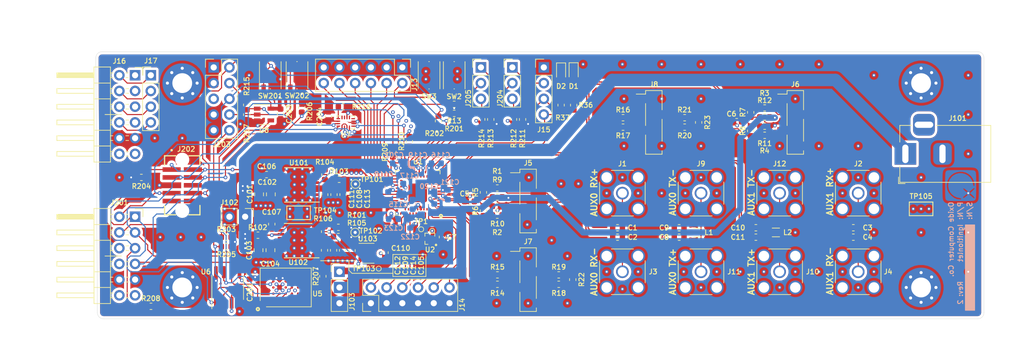
<source format=kicad_pcb>
(kicad_pcb (version 20221018) (generator pcbnew)
  (title_block (title "Ignitionlet") (date "2021-07-21") (rev "2") (company "Oxide Computer Co."))
  (layers (0 "F.Cu" mixed) (1 "In1.Cu" power) (2 "In2.Cu" power) (31 "B.Cu" mixed) (34 "B.Paste" user) (35 "F.Paste" user) (36 "B.SilkS" user "B.Silkscreen") (37 "F.SilkS" user "F.Silkscreen") (38 "B.Mask" user) (39 "F.Mask" user) (44 "Edge.Cuts" user))
  (net 0 "")
  (net 1 "/AUX0_RX_TAP_P")
  (net 2 "Net-(C1-Pad1)")
  (net 3 "/AUX0_RX_TAP_N")
  (net 4 "Net-(C2-Pad1)")
  (net 5 "/AUX1_RX_TAP_P")
  (net 6 "Net-(C3-Pad1)")
  (net 7 "/AUX1_RX_TAP_N")
  (net 8 "Net-(C4-Pad1)")
  (net 9 "GND")
  (net 10 "Net-(C5-Pad1)")
  (net 11 "Net-(C6-Pad1)")
  (net 12 "V3P3")
  (net 13 "Net-(C8-Pad2)")
  (net 14 "/AUX0_TX_LVDS_P")
  (net 15 "Net-(C9-Pad2)")
  (net 16 "/AUX0_TX_LVDS_N")
  (net 17 "Net-(C10-Pad2)")
  (net 18 "/AUX1_TX_LVDS_P")
  (net 19 "Net-(C11-Pad2)")
  (net 20 "/AUX1_TX_LVDS_N")
  (net 21 "VIN_12V")
  (net 22 "Net-(C106-Pad1)")
  (net 23 "Net-(C107-Pad1)")
  (net 24 "V1P2")
  (net 25 "V2P5")
  (net 26 "/AUX0_RX_P")
  (net 27 "/AUX0_RX_N")
  (net 28 "/AUX1_RX_P")
  (net 29 "/AUX1_RX_N")
  (net 30 "/~{SYS_RST}")
  (net 31 "/AUX0_TX_P")
  (net 32 "/AUX0_TX_TAP_P")
  (net 33 "/AUX1_TX_P")
  (net 34 "/AUX1_TX_TAP_P")
  (net 35 "/AUX1_TX_N")
  (net 36 "/AUX1_TX_TAP_N")
  (net 37 "/~{PWR_FLT0}")
  (net 38 "/~{PWR_FLT1}")
  (net 39 "/~{PWR_FLT2}")
  (net 40 "/~{PWR_FLT3}")
  (net 41 "/~{PWR_FLT4}")
  (net 42 "/~{ROT_FLT}")
  (net 43 "/ID5")
  (net 44 "/ID4")
  (net 45 "/ID3")
  (net 46 "/ID2")
  (net 47 "/ID1")
  (net 48 "/ID0")
  (net 49 "/PWR_EN")
  (net 50 "Net-(D1-Pad2)")
  (net 51 "/Config/SPI_SCK")
  (net 52 "/Config/SPI_MISO")
  (net 53 "Net-(R209-Pad1)")
  (net 54 "Net-(R210-Pad1)")
  (net 55 "Net-(J204-Pad1)")
  (net 56 "Net-(J204-Pad3)")
  (net 57 "Net-(J205-Pad1)")
  (net 58 "Net-(J205-Pad3)")
  (net 59 "Net-(U103-Pad4)")
  (net 60 "/Power/PGOOD_V3P3")
  (net 61 "/Config/CBSEL1")
  (net 62 "/CMD2")
  (net 63 "/Config/SPI_MOSI")
  (net 64 "/CMD1")
  (net 65 "/Config/CBSEL0")
  (net 66 "/Power/PGOOD_V1P2")
  (net 67 "Net-(R103-Pad2)")
  (net 68 "Net-(R105-Pad2)")
  (net 69 "Net-(U1-PadA19)")
  (net 70 "Net-(U1-PadA44)")
  (net 71 "Net-(U1-PadA41)")
  (net 72 "Net-(U1-PadA48)")
  (net 73 "Net-(U1-PadA37)")
  (net 74 "Net-(U1-PadA35)")
  (net 75 "Net-(U1-PadA29)")
  (net 76 "Net-(U1-PadA11)")
  (net 77 "Net-(U1-PadA12)")
  (net 78 "Net-(U1-PadA1)")
  (net 79 "Net-(U1-PadA3)")
  (net 80 "Net-(U1-PadA5)")
  (net 81 "Net-(U1-PadA9)")
  (net 82 "Net-(U1-PadB30)")
  (net 83 "Net-(U1-PadB34)")
  (net 84 "Net-(U1-PadB35)")
  (net 85 "Net-(U1-PadB31)")
  (net 86 "Net-(U1-PadB32)")
  (net 87 "Net-(U1-PadB29)")
  (net 88 "Net-(U1-PadB27)")
  (net 89 "Net-(U1-PadB24)")
  (net 90 "Net-(U1-PadB26)")
  (net 91 "Net-(U1-PadB20)")
  (net 92 "Net-(U1-PadB21)")
  (net 93 "Net-(U1-PadB22)")
  (net 94 "Net-(U1-PadB23)")
  (net 95 "Net-(U1-PadB19)")
  (net 96 "Net-(U1-PadB7)")
  (net 97 "Net-(U1-PadB4)")
  (net 98 "Net-(U1-PadB9)")
  (net 99 "Net-(U1-PadB2)")
  (net 100 "Net-(U1-PadB14)")
  (net 101 "Net-(U1-PadB13)")
  (net 102 "Net-(U1-PadB12)")
  (net 103 "Net-(U1-PadB11)")
  (net 104 "Net-(U1-PadB10)")
  (net 105 "Net-(J201-Pad12)")
  (net 106 "Net-(J201-Pad10)")
  (net 107 "Net-(J201-Pad9)")
  (net 108 "Net-(J201-Pad6)")
  (net 109 "/AUX0_TX_N")
  (net 110 "Net-(J202-Pad10)")
  (net 111 "Net-(J202-Pad9)")
  (net 112 "Net-(J202-Pad6)")
  (net 113 "Net-(U1-PadPAD)")
  (net 114 "Net-(U1-PadB36)")
  (net 115 "Net-(U101-Pad15)")
  (net 116 "Net-(U101-Pad12)")
  (net 117 "Net-(U101-Pad2)")
  (net 118 "Net-(U102-Pad15)")
  (net 119 "Net-(U102-Pad12)")
  (net 120 "Net-(U102-Pad2)")
  (net 121 "Net-(J101-PadMP)")
  (net 122 "/CLK_50M")
  (net 123 "Net-(J16-Pad12)")
  (net 124 "Net-(J16-Pad10)")
  (net 125 "Net-(J16-Pad9)")
  (net 126 "Net-(J16-Pad8)")
  (net 127 "Net-(J16-Pad7)")
  (net 128 "Net-(J16-Pad6)")
  (net 129 "Net-(J16-Pad4)")
  (net 130 "Net-(J16-Pad3)")
  (net 131 "Net-(J16-Pad2)")
  (net 132 "Net-(J16-Pad1)")
  (net 133 "/AUX0_TX_TAP_N")
  (net 134 "Net-(J9-Pad1)")
  (net 135 "Net-(J10-Pad1)")
  (net 136 "Net-(J11-Pad1)")
  (net 137 "Net-(J12-Pad1)")
  (net 138 "Net-(D2-Pad2)")
  (net 139 "/Config/SPI_RESET_L")
  (net 140 "/Config/FPGA_CDONE")
  (net 141 "/Config/SPI_SS_L")
  (net 142 "/Config/FLASH_WP_L")
  (net 143 "/Config/FLASH_RESET_JP_L")
  (net 144 "Net-(J203-Pad5)")
  (net 145 "/Config/FPGA_MODE")
  (net 146 "/Config/FLASH_RESET_L")
  (net 147 "/Config/FLASH_HOLD_L")
  (net 148 "/Config/FLASH_MISO")
  (net 149 "/Config/FPGA_MOSI")
  (net 150 "/Config/MUX_OE_L")
  (net 151 "/Config/FPGA_MISO")
  (net 152 "Net-(U7-Pad12)")
  (net 153 "Net-(U7-Pad11)")
  (net 154 "Net-(U7-Pad9)")
  (net 155 "Net-(U7-Pad8)")
  (net 156 "VCCIO_3")
  (net 157 "Net-(U5-PadE5)")
  (net 158 "Net-(U5-PadE4)")
  (net 159 "Net-(U5-PadE3)")
  (net 160 "Net-(U5-PadE2)")
  (net 161 "Net-(U5-PadE1)")
  (net 162 "Net-(U5-PadD5)")
  (net 163 "Net-(U5-PadD1)")
  (net 164 "Net-(U5-PadC5)")
  (net 165 "Net-(U5-PadC3)")
  (net 166 "Net-(U5-PadC1)")
  (net 167 "Net-(U5-PadB5)")
  (net 168 "Net-(U5-PadB1)")
  (net 169 "Net-(U5-PadA5)")
  (net 170 "Net-(U5-PadA3)")
  (net 171 "Net-(U5-PadA2)")
  (footprint "Connector_PinHeader_2.54mm:PinHeader_1x03_P2.54mm_Vertical" (layer "F.Cu") (at 114.3 106.68)
    (fp_text reference "J103")
    (fp_text value "Conn_01x03")
  )
  (footprint "Connector_PinHeader_2.54mm:PinHeader_2x06_P2.54mm_Vertical" (layer "F.Cu") (at 124.46 73.66 -90)
    (fp_text reference "J13")
    (fp_text value "Conn_02x06_Odd_Even")
  )
  (footprint "Connector_PinHeader_2.54mm:PinHeader_2x06_P2.54mm_Vertical" (layer "F.Cu") (at 119.38 111.76 90)
    (fp_text reference "J14")
    (fp_text value "Conn_02x06_Odd_Even")
  )
  (footprint "samtec-tfc:TFC-105-02-F-D-A-K" (layer "F.Cu") (at 88.9 92.71 -90)
    (fp_text reference "J202")
    (fp_text value "IGNITION_TARGET_HDR")
  )
  (footprint "Package_LGA_ABRACON:ABRACON_VFLGA-4_1.6x1.2mm" (layer "F.Cu") (at 128.905 101.346 180)
    (fp_text reference "U2")
    (fp_text value "AMPMGFB-50.0000T")
  )
  (footprint "Package_SO:TSSOP-16-1EP_4.4x5mm_P0.65mm" (layer "F.Cu") (at 107.6833 92.6008 180)
    (fp_text reference "U101")
    (fp_text value "LT3013EFE#PBF")
  )
  (footprint "Fiducial:Fiducial_1mm_Mask2mm" (layer "F.Cu") (at 88.9 81.28)
    (fp_text reference "FID2" hide)
    (fp_text value "Fiducial")
  )
  (footprint "MountingHole:MountingHole_3.2mm_M3_Pad_Via" (layer "F.Cu") (at 208.28 109.22)
    (fp_text reference "H3" hide)
    (fp_text value "MountingHole_Pad")
  )
  (footprint "MountingHole:MountingHole_3.2mm_M3_Pad_Via" (layer "F.Cu") (at 208.28 76.2)
    (fp_text reference "H4" hide)
    (fp_text value "MountingHole_Pad")
  )
  (footprint "pmod:PMOD_12pin_peripheral_horizontal" (layer "F.Cu") (at 69.85 97.79)
    (fp_text reference "J201")
    (fp_text value "PMOD_2A_PERIPHERAL")
  )
  (footprint "pmod:PMOD_12pin_peripheral_horizontal" (layer "F.Cu") (at 69.85 74.93)
    (fp_text reference "J16")
    (fp_text value "Conn_02x06_Top_Bottom")
  )
  (footprint "Capacitor_SMD:C_0603_1608Metric" (layer "F.Cu") (at 169.1895 101.092)
    (fp_text reference "C8")
    (fp_text value "GCM188R71E105KA64D")
  )
  (footprint "Capacitor_SMD:C_0603_1608Metric" (layer "F.Cu") (at 159.2325 99.568 180)
    (fp_text reference "C1")
    (fp_text value "GCM188R71E105KA64D")
  )
  (footprint "Capacitor_SMD:C_0603_1608Metric" (layer "F.Cu") (at 159.2325 101.092 180)
    (fp_text reference "C2")
    (fp_text value "GCM188R71E105KA64D")
  )
  (footprint "Capacitor_SMD:C_0603_1608Metric" (layer "F.Cu") (at 197.3325 99.568 180)
    (fp_text reference "C3")
    (fp_text value "GCM188R71E105KA64D")
  )
  (footprint "Capacitor_SMD:C_0603_1608Metric" (layer "F.Cu") (at 197.3325 101.092 180)
    (fp_text reference "C4")
    (fp_text value "GCM188R71E105KA64D")
  )
  (footprint "Capacitor_SMD:C_0603_1608Metric" (layer "F.Cu") (at 135.3057 95.3135 180)
    (fp_text reference "C5")
    (fp_text value "GCM188R71E105KA64D")
  )
  (footprint "Capacitor_SMD:C_0603_1608Metric" (layer "F.Cu") (at 178.4857 82.423 180)
    (fp_text reference "C6")
    (fp_text value "GCM188R71E105KA64D")
  )
  (footprint "Capacitor_SMD:C_0603_1608Metric" (layer "F.Cu") (at 130.937 101.0665 90)
    (fp_text reference "C7")
    (fp_text value "GCM188R71E105KA64D")
  )
  (footprint "Capacitor_SMD:C_0603_1608Metric" (layer "F.Cu") (at 169.1895 99.568)
    (fp_text reference "C9")
    (fp_text value "GCM188R71E105KA64D")
  )
  (footprint "Capacitor_SMD:C_0603_1608Metric" (layer "F.Cu") (at 181.5845 101.092)
    (fp_text reference "C11")
    (fp_text value "GCM188R71E105KA64D")
  )
  (footprint "Capacitor_SMD:C_0805_2012Metric" (layer "F.Cu") (at 101.3158 94.1723 -90)
    (fp_text reference "C101")
    (fp_text value "GRM21BR61E106KA73K")
  )
  (footprint "Capacitor_SMD:C_0805_2012Metric" (layer "F.Cu") (at 103.2158 94.1723 -90)
    (fp_text reference "C102")
    (fp_text value "GRM21BR61E106KA73K")
  )
  (footprint "Capacitor_SMD:C_0603_1608Metric" (layer "F.Cu") (at 116.332 103.251 -90)
    (fp_text reference "C105")
    (fp_text value "GCM188R71E105KA64D")
  )
  (footprint "Capacitor_SMD:C_0603_1608Metric" (layer "F.Cu") (at 102.5143 90.9828 180)
    (fp_text reference "C106")
    (fp_text value "C0603C106M8PACTU")
  )
  (footprint "Capacitor_SMD:C_0603_1608Metric" (layer "F.Cu") (at 113.4158 94.2223 -90)
    (fp_text reference "C108")
    (fp_text value "C0603C106M8PACTU")
  )
  (footprint "Capacitor_SMD:C_0603_1608Metric" (layer "F.Cu") (at 121.666 103.594 -90)
    (fp_text reference "C110")
    (fp_text value "GCM188R71E105KA64D")
  )
  (footprint "Capacitor_SMD:C_0603_1608Metric" (layer "F.Cu") (at 111.9158 94.2223 -90)
    (fp_text reference "C111")
    (fp_text value "C0603C106M8PACTU")
  )
  (footprint "Capacitor_SMD:C_0603_1608Metric" (layer "F.Cu") (at 114.8842 94.2214 -90)
    (fp_text reference "C113")
    (fp_text value "C0603C106M8PACTU")
  )
  (footprint "Resistor_SMD:R_0603_1608Metric" (layer "F.Cu") (at 139.8016 93.1418)
    (fp_text reference "R1")
    (fp_text value "0")
  )
  (footprint "Resistor_SMD:R_0603_1608Metric" (layer "F.Cu") (at 139.8017 97.536)
    (fp_text reference "R2")
    (fp_text value "0")
  )
  (footprint "Resistor_SMD:R_0603_1608Metric" (layer "F.Cu") (at 183.0069 80.2132)
    (fp_text reference "R3")
    (fp_text value "0")
  )
  (footprint "Resistor_SMD:R_0603_1608Metric" (layer "F.Cu") (at 183.0069 84.6328)
    (fp_text reference "R4")
    (fp_text value "0")
  )
  (footprint "Resistor_SMD:R_0603_1608Metric" (layer "F.Cu") (at 137.5664 93.8529 -90)
    (fp_text reference "R5")
    (fp_text value "50")
  )
  (footprint "Resistor_SMD:R_0603_1608Metric" (layer "F.Cu") (at 137.5664 96.8249 -90)
    (fp_text reference "R6")
    (fp_text value "50")
  )
  (footprint "Resistor_SMD:R_0603_1608Metric" (layer "F.Cu") (at 180.7464 80.9245 -90)
    (fp_text reference "R7")
    (fp_text value "50")
  )
  (footprint "Resistor_SMD:R_0603_1608Metric" (layer "F.Cu") (at 180.7464 83.9217 -90)
    (fp_text reference "R8")
    (fp_text value "50")
  )
  (footprint "Resistor_SMD:R_0603_1608Metric" (layer "F.Cu") (at 139.8015 94.615 180)
    (fp_text reference "R9")
    (fp_text value "10K")
  )
  (footprint "Resistor_SMD:R_0603_1608Metric" (layer "F.Cu") (at 139.8015 96.0755)
    (fp_text reference "R10")
    (fp_text value "10K")
  )
  (footprint "Resistor_SMD:R_0603_1608Metric" (layer "F.Cu") (at 183.0069 81.6864 180)
    (fp_text reference "R11")
    (fp_text value "10K")
  )
  (footprint "Resistor_SMD:R_0603_1608Metric" (layer "F.Cu") (at 183.0069 83.1596)
    (fp_text reference "R12")
    (fp_text value "10K")
  )
  (footprint "Resistor_SMD:R_0603_1608Metric" (layer "F.Cu") (at 139.8269 108.712 180)
    (fp_text reference "R14")
    (fp_text value "75")
  )
  (footprint "Resistor_SMD:R_0603_1608Metric" (layer "F.Cu") (at 139.827 107.188 180)
    (fp_text reference "R15")
    (fp_text value "75")
  )
  (footprint "Resistor_SMD:R_0603_1608Metric" (layer "F.Cu") (at 160.1215 81.788 180)
    (fp_text reference "R16")
    (fp_text value "75")
  )
  (footprint "Resistor_SMD:R_0603_1608Metric" (layer "F.Cu") (at 160.1215 83.312 180)
    (fp_text reference "R17")
    (fp_text value "75")
  )
  (footprint "Resistor_SMD:R_0603_1608Metric" (layer "F.Cu") (at 149.7331 108.712 180)
    (fp_text reference "R18")
    (fp_text value "75")
  )
  (footprint "Resistor_SMD:R_0603_1608Metric" (layer "F.Cu") (at 149.7331 107.188 180)
    (fp_text reference "R19")
    (fp_text value "75")
  )
  (footprint "Resistor_SMD:R_0603_1608Metric" (layer "F.Cu") (at 170.0785 83.312 180)
    (fp_text reference "R20")
    (fp_text value "75")
  )
  (footprint "Resistor_SMD:R_0603_1608Metric" (layer "F.Cu") (at 170.0785 81.788 180)
    (fp_text reference "R21")
    (fp_text value "75")
  )
  (footprint "Resistor_SMD:R_0603_1608Metric" (layer "F.Cu") (at 151.9936 107.9501 -90)
    (fp_text reference "R22")
    (fp_text value "140")
  )
  (footprint "Resistor_SMD:R_0603_1608Metric" (layer "F.Cu") (at 172.339 82.55 -90)
    (fp_text reference "R23")
    (fp_text value "140")
  )
  (footprint "Resistor_SMD:R_0603_1608Metric" (layer "F.Cu") (at 130.302 82.3215 -90)
    (fp_text reference "R202")
    (fp_text value "10K")
  )
  (footprint "Resistor_SMD:R_0603_1608Metric" (layer "F.Cu") (at 96.012 101.092)
    (fp_text reference "R203")
    (fp_text value "10K")
  )
  (footprint "Resistor_SMD:R_0603_1608Metric" (layer "F.Cu") (at 82.296 91.44 180)
    (fp_text reference "R204")
    (fp_text value "10K")
  )
  (footprint "Resistor_SMD:R_0603_1608Metric" (layer "F.Cu") (at 96.012 102.616)
    (fp_text reference "R205")
    (fp_text value "10K")
  )
  (footprint "Resistor_SMD:R_0603_1608Metric" (layer "F.Cu") (at 122.936 87.3505 90)
    (fp_text reference "R209")
    (fp_text value "22")
  )
  (footprint "Resistor_SMD:R_0603_1608Metric" (layer "F.Cu") (at 125.603 85.6235 90)
    (fp_text reference "R210")
    (fp_text value "22")
  )
  (footprint "Resistor_SMD:R_0603_1608Metric" (layer "F.Cu") (at 143.891 82.0675 -90)
    (fp_text reference "R211")
    (fp_text value "10K")
  )
  (footprint "Resistor_SMD:R_0603_1608Metric" (layer "F.Cu") (at 142.4305 82.0675 90)
    (fp_text reference "R212")
    (fp_text value "10K")
  )
  (footprint "Resistor_SMD:R_0603_1608Metric" (layer "F.Cu") (at 138.7475 82.0675 -90)
    (fp_text reference "R213")
    (fp_text value "10K")
  )
  (footprint "Resistor_SMD:R_0603_1608Metric" (layer "F.Cu") (at 137.287 82.0675 90)
    (fp_text reference "R214")
    (fp_text value "10K")
  )
  (footprint "Connector_PinHeader_2.54mm:PinHeader_1x04_P2.54mm_Vertical_SMD_Pin1Left" (layer "F.Cu") (at 144.78 95.25)
    (fp_text reference "J5")
    (fp_text value "Conn_01x04")
  )
  (footprint "Connector_PinHeader_2.54mm:PinHeader_1x04_P2.54mm_Vertical_SMD_Pin1Left" (layer "F.Cu") (at 187.96 82.55)
    (fp_text reference "J6")
    (fp_text value "Conn_01x04")
  )
  (footprint "Connector_PinHeader_2.54mm:PinHeader_1x04_P2.54mm_Vertical_SMD_Pin1Left" (layer "F.Cu") (at 144.78 107.95)
    (fp_text reference "J7")
    (fp_text value "Conn_01x04")
  )
  (footprint "Connector_PinHeader_2.54mm:PinHeader_1x04_P2.54mm_Vertical_SMD_Pin1Left" (layer "F.Cu") (at 165.1 82.55)
    (fp_text reference "J8")
    (fp_text value "Conn_01x04")
  )
  (footprint "Connector_Coaxial:SMA_Amphenol_132134-16_Vertical" (layer "F.Cu") (at 160.02 93.98)
    (fp_text reference "J1")
    (fp_text value "Conn_Coaxial")
  )
  (footprint "Connector_Coaxial:SMA_Amphenol_132134-16_Vertical" (layer "F.Cu") (at 198.12 93.98)
    (fp_text reference "J2")
    (fp_text value "Conn_Coaxial")
  )
  (footprint "Connector_Coaxial:SMA_Amphenol_132134-16_Vertical" (layer "F.Cu") (at 160.02 106.68)
    (fp_text reference "J3")
    (fp_text value "Conn_Coaxial")
  )
  (footprint "Connector_Coaxial:SMA_Amphenol_132134-16_Vertical" (layer "F.Cu") (at 198.12 106.68)
    (fp_text reference "J4")
    (fp_text value "Conn_Coaxial")
  )
  (footprint "Connector_Coaxial:SMA_Amphenol_132134-16_Vertical" (layer "F.Cu") (at 172.72 106.68)
    (fp_text reference "J11")
    (fp_text value "Conn_Coaxial")
  )
  (footprint "Connector_Coaxial:SMA_Amphenol_132134-16_Vertical" (layer "F.Cu") (at 185.42 106.68)
    (fp_text reference "J10")
    (fp_text value "Conn_Coaxial")
  )
  (footprint "Connector_Coaxial:SMA_Amphenol_132134-16_Vertical" (layer "F.Cu") (at 172.72 93.98)
    (fp_text reference "J9")
    (fp_text value "Conn_Coaxial")
  )
  (footprint "Connector_Coaxial:SMA_Amphenol_132134-16_Vertical" (layer "F.Cu") (at 185.42 93.98)
    (fp_text reference "J12")
    (fp_text value "Conn_Coaxial")
  )
  (footprint "Connector_BarrelJack:BarrelJack_Horizontal" (layer "F.Cu") (at 205.74 87.63 180)
    (fp_text reference "J101")
    (fp_text value "Barrel_Jack_MountingPin")
  )
  (footprint "Resistor_SMD:R_0603_1608Metric" (layer "F.Cu") (at 114.2493 91.7448 180)
    (fp_text reference "R103")
    (fp_text value "1K")
  )
  (footprint "Resistor_SMD:R_0603_1608Metric" (layer "F.Cu") (at 111.9378 90.9973 90)
    (fp_text reference "R104")
    (fp_text value "147K")
  )
  (footprint "Connector_PinHeader_2.54mm:PinHeader_1x03_P2.54mm_Vertical" (layer "F.Cu") (at 142.24 73.66)
    (fp_text reference "J204")
    (fp_text value "Conn_01x03")
  )
  (footprint "Connector_PinHeader_2.54mm:PinHeader_1x04_P2.54mm_Vertical" (layer "F.Cu") (at 147.32 73.66)
    (fp_text reference "J15")
    (fp_text value "Conn_01x04")
  )
  (footprint "Connector_PinHeader_2.54mm:PinHeader_1x03_P2.54mm_Vertical" (layer "F.Cu") (at 137.16 73.66)
    (fp_text reference "J205")
    (fp_text value "Conn_01x03")
  )
  (footprint "Capacitor_SMD:C_0603_1608Metric" (layer "F.Cu") (at 181.5845 99.568)
    (fp_text reference "C10")
    (fp_text value "GCM188R71E105KA64D")
  )
  (footprint "passives:L_Choke_MCZ1210AH" (layer "F.Cu") (at 172.12 100.351 -90)
    (fp_text reference "L1")
    (fp_text value "MCZ1210AH900L2TA0G")
  )
  (footprint "passives:L_Choke_MCZ1210AH" (layer "F.Cu") (at 184.82 100.33 -90)
    (fp_text reference "L2")
    (fp_text value "MCZ1210AH900L2TA0G")
  )
  (footprint "lattice-drqfn84:Lattice_DRQFN-84-1EP_7x7mm_P0.50mm_EP3.5x3.5mm_ThermalVias" (layer "F.Cu") (at 127 93.98 180)
    (fp_text reference "U1")
    (fp_text value "IGNITION001-QFN")
  )
  (footprint "test-point:TestPoint_Pad_D0.6mm" (layer "F.Cu") (at 127.508 99.822)
    (fp_text reference "TP1")
    (fp_text value "TestPoint")
  )
  (footprint "test-point:TestPoint_THTPad_D0.6mm_Drill0.3mm" (layer "F.Cu") (at 129.286 100.076)
    (fp_text reference "TP2" hide)
    (fp_text value "TestPoint")
  )
  (footprint "Resistor_SMD:R_0603_1608Metric" (layer "F.Cu") (at 152.146 79.756 -90)
    (fp_text reference "R36")
    (fp_text value "309")
  )
  (footprint "LED_SMD:LED_0603_1608Metric" (layer "F.Cu") (at 152.146 74.3965 -90)
    (fp_text reference "D1")
    (fp_text value "LTST-C193KGKT-5A")
  )
  (footprint "TestPoint:TestPoint_Keystone_5015_Micro-Minature" (layer "F.Cu") (at 107.696 97.155)
    (fp_text reference "TP104")
    (fp_text value "TestPoint")
  )
  (footprint "test-point:TestPoint_Pad_D0.6mm" (layer "F.Cu") (at 120.65 106.172 180)
    (fp_text reference "TP103")
    (fp_text value "TestPoint")
  )
  (footprint "TestPoint:TestPoint_THTPad_D1.0mm_Drill0.5mm" (layer "F.Cu") (at 116.8908 92.5068 90)
    (fp_text reference "TP101")
    (fp_text value "TestPoint")
  )
  (footprint "TestPoint:TestPoint_THTPad_D1.0mm_Drill0.5mm" (layer "F.Cu") (at 116.84 100.33 -90)
    (fp_text reference "TP102")
    (fp_text value "TestPoint")
  )
  (footprint "TestPoint:TestPoint_Keystone_5015_Micro-Minature" (layer "F.Cu") (at 208.28 96.52)
    (fp_text reference "TP105")
    (fp_text value "TestPoint")
  )
  (footprint "LED_SMD:LED_0603_1608Metric" (layer "F.Cu") (at 150.114 74.422 -90)
    (fp_text reference "D2")
    (fp_text value "LTST-C193KGKT-5A")
  )
  (footprint "Resistor_SMD:R_0603_1608Metric" (layer "F.Cu") (at 150.114 79.756 -90)
    (fp_text reference "R37")
    (fp_text value "309")
  )
  (footprint "Capacitor_SMD:C_0603_1608Metric" (layer "F.Cu") (at 112.522 81.6355 90)
    (fp_text reference "C204")
    (fp_text value "GCM188R71E105KA64D")
  )
  (footprint "Fiducial:Fiducial_1mm_Mask2mm" (layer "F.Cu") (at 213.36 109.22)
    (fp_text reference "FID3" hide)
    (fp_text value "Fiducial")
  )
  (footprint "Resistor_SMD:R_0603_1608Metric" (layer "F.Cu") (at 99.314 79.7305 90)
    (fp_text reference "R215")
    (fp_text value "10K")
  )
  (footprint "Resistor_SMD:R_0603_1608Metric" (layer "F.Cu") (at 114.9095 80.01 180)
    (fp_text reference "R216")
    (fp_text value "10K")
  )
  (footprint "Resistor_SMD:R_0603_1608Metric" (layer "F.Cu") (at 99.314 81.3055 90)
    (fp_text reference "R217")
    (fp_text value "10K")
  )
  (footprint "Package_DFN_QFN_0x:Texas_RSV_S-UQFN-16_2.4x1.6mm" (layer "F.Cu") (at 115.316 82.55 90)
    (fp_text reference "U7")
    (fp_text value "SN74CBTLV3257RSV")
  )
  (footprint "Package_TO_SOT_SMD:SOT-23-5" (layer "F.Cu") (at 102.108 81.28)
    (fp_text reference "U8")
    (fp_text value "SN74AUP1G08DBVR")
  )
  (footprint "Capacitor_SMD:C_0603_1608Metric" (layer "F.Cu") (at 103.3653 98.9837 90)
    (fp_text reference "C107")
    (fp_text value "C0603C106M8PACTU")
  )
  (footprint "Capacitor_SMD:C_0603_1608Metric" (layer "F.Cu") (at 113.3475 103.213 -90)
    (fp_text reference "C109")
    (fp_text value "C0603C106M8PACTU")
  )
  (footprint "Capacitor_SMD:C_0603_1608Metric" (layer "F.Cu") (at 111.887 103.213 -90)
    (fp_text reference "C112")
    (fp_text value "C0603C106M8PACTU")
  )
  (footprint "Capacitor_SMD:C_0603_1608Metric" (layer "F.Cu") (at 114.808 103.213 -90)
    (fp_text reference "C114")
    (fp_text value "C0603C106M8PACTU")
  )
  (footprint "Resistor_SMD:R_0603_1608Metric" (layer "F.Cu") (at 114.1223 99.5045 180)
    (fp_text reference "R101")
    (fp_text value "100K")
  )
  (footprint "Resistor_SMD:R_0603_1608Metric" (layer "F.Cu") (at 101.13 100.7745)
    (fp_text reference "R102")
    (fp_text value "100K")
  )
  (footprint "Resistor_SMD:R_0603_1608Metric" (layer "F.Cu") (at 111.8997 100.2029 90)
    (fp_text reference "R106")
    (fp_text value "88K7")
  )
  (footprint "Package_SO:TSSOP-16-1EP_4.4x5mm_P0.65mm" (layer "F.Cu") (at 107.6325 101.6 180)
    (fp_text reference "U102")
    (fp_text value "LT3013EFE#PBF")
  )
  (footprint "Resistor_SMD:R_0603_1608Metric" (layer "F.Cu") (at 132.842 79.629 180)
    (fp_text reference "R13")
    (fp_text value "10K")
  )
  (footprint "c-and-k-pts851:PTS815" (layer "F.Cu") (at 107.442 74.93 -90)
    (fp_text reference "SW202")
    (fp_text value "FLASH_RST")
  )
  (footprint "c-and-k-pts851:PTS815" (layer "F.Cu") (at 103.124 74.93 -90)
    (fp_text reference "SW201")
    (fp_text value "FPGA_RST")
  )
  (footprint "c-and-k-pts851:PTS815" (layer "F.Cu") (at 128.778 74.93 -90)
    (fp_text reference "SW3")
    (fp_text value "FLT")
  )
  (footprint "c-and-k-pts851:PTS815" (layer "F.Cu") (at 132.842 74.93 -90)
    (fp_text reference "SW2")
    (fp_text value "SYS_RST")
  )
  (footprint "Connector_PinHeader_2.54mm:PinHeader_1x02_P2.54mm_Vertical" (layer "F.Cu") (at 99.06 97.79 -90)
    (fp_text reference "J102")
    (fp_text value "Conn_01x02")
  )
  (footprint "MountingHole:MountingHole_3.2mm_M3_Pad_Via" (layer "F.Cu") (at 88.9 76.2)
    (fp_text reference "H1" hide)
    (fp_text value "MountingHole_Pad")
  )
  (footprint "Connector_PinHeader_2.54mm:PinHeader_1x04_P2.54mm_Vertical" (layer "F.Cu") (at 83.82 74.93)
    (fp_text reference "J17")
    (fp_text value "Conn_01x04")
  )
  (footprint "Resistor_SMD:R_0603_1608Metric" (layer "F.Cu") (at 132.842 81.0895)
    (fp_text reference "R201")
    (fp_text value "10K")
  )
  (footprint "Connector_PinHeader_2.54mm:PinHeader_2x05_P2.54mm_Vertical" (layer "F.Cu") (at 93.98 73.66)
    (fp_text reference "J203")
    (fp_text value "Conn_02x05_Odd_Even")
  )
  (footprint "Capacitor_SMD:C_0603_1608Metric" (layer "F.Cu") (at 104.775 81.1785 -90)
    (fp_text reference "C203")
    (fp_text value "GCM188R71E105KA64D")
  )
  (footprint "Capacitor_SMD:C_0603_1608Metric" (layer "F.Cu") (at 99.798 107.0825 90)
    (fp_text reference "C201")
    (fp_text value "GCM188R71E105KA64D")
  )
  (footprint "MountingHole:MountingHole_3.2mm_M3_Pad_Via" (layer "F.Cu") (at 88.9 109.22)
    (fp_text reference "H2" hide)
    (fp_text value "MountingHole_Pad")
  )
  (footprint "Package_SO:SOIC-8_3.9x4.9mm_P1.27mm" (layer "F.Cu") (at 96.242 109.22 90)
    (fp_text reference "U6")
    (fp_text value "AT25PE80-SSHN-B")
  )
  (footprint "Resistor_SMD:R_0603_1608Metric" (layer "F.Cu") (at 83.8455 112.268 180)
    (fp_text reference "R208")
    (fp_text value "22")
  )
  (footprint "Package_BGA_0x:T-PBGA-24_6x8mm_Layout5x5_P1.0mm" (layer "F.Cu") (at 105.62 109.22 90)
    (fp_text reference "U5")
    (fp_text value "MT25QL128ABB8E12-0AUT")
  )
  (footprint "Capacitor_SMD:C_0805_2012Metric" (layer "F.Cu") (at 101.2204 103.1979 -90)
    (fp_text reference "C103")
    (fp_text value "GRM21BR61E106KA73K")
  )
  (footprint "Resistor_SMD:R_0603_1608Metric" (layer "F.Cu") (at 111.62 107.4125 90)
    (fp_text reference "R207")
    (fp_text value "10K")
  )
  (footprint "Resistor_SMD:R_0603_1608Metric" (layer "F.Cu") (at 108.204 80.1115 90)
    (fp_text reference "R206")
    (fp_text value "100K")
  )
  (footprint "Package_TO_SOT_SMD:SOT-23-5" (layer "F.Cu") (at 118.999 103.6955)
    (fp_text reference "U103")
    (fp_text value "TPS7A0525PDBVR")
  )
  (footprint "Capacitor_SMD:C_0805_2012Metric" (layer "F.Cu") (at 103.1508 103.1979 -90)
    (fp_text reference "C104")
    (fp_text value "GRM21BR61E106KA73K")
  )
  (footprint "Resistor_SMD:R_0603_1608Metric" (layer "F.Cu") (at 114.1223 100.9904 180)
    (fp_text reference "R105")
    (fp_text value "147K")
  )
  (footprint "Capacitor_SMD:C_0603_1608Metric" (layer "B.Cu") (at 126.111 95.7835 -90)
    (fp_text reference "C115")
    (fp_text value "GCM188R71E105KA64D")
  )
  (footprint "grumpy:Oxide_Board_Identifier_23x6mm_PCBWay" (layer "B.Cu") (at 214.63 92.71 -90)
    (fp_text reference "FID1" hide)
    (fp_text value "Ignitionlet")
  )
  (footprint "Capacitor_SMD:C_0603_1608Metric" (layer "B.Cu") (at 129.9465 89.154)
    (fp_text reference "C116")
    (fp_text value "GCM188R71E105KA64D")
  )
  (footprint "Capacitor_SMD:C_0603_1608Metric" (layer "B.Cu") (at 124.6124 93.1925 90)
    (fp_text reference "C117")
    (fp_text value "GCM188R71E105KA64D")
  )
  (footprint "Capacitor_SMD:C_0603_1608Metric" (layer "B.Cu") (at 122.174 92.9895 -90)
    (fp_text reference "C118")
    (fp_text value "GCM188R71E105KA64D")
  )
  (footprint "Capacitor_SMD:C_0603_1608Metric" (layer "B.Cu") (at 126.9745 89.154 180)
    (fp_text reference "C119")
    (fp_text value "GCM188R71E105KA64D")
  )
  (footprint "Capacitor_SMD:C_0603_1608Metric" (layer "B.Cu") (at 129.6162 94.9453 -90)
    (fp_text reference "C120")
    (fp_text value "GCM188R71E105KA64D")
  )
  (footprint "Capacitor_SMD:C_0603_1608Metric" (layer "B.Cu") (at 131.826 94.2595 -90)
    (fp_text reference "C121")
    (fp_text value "GCM188R71E105KA64D")
  )
  (footprint "Capacitor_SMD:C_0603_1608Metric" (layer "B.Cu") (at 125.73 98.8315 -90)
    (fp_text reference "C122")
    (fp_text value "GCM188R71E105KA64D")
  )
  (footprint "Capacitor_SMD:C_0603_1608Metric" (layer "B.Cu") (at 123.0375 98.171 180)
    (fp_text reference "C123")
    (fp_text value "GCM188R71E105KA64D")
  )
  (footprint "Capacitor_SMD:C_0603_1608Metric" (layer "B.Cu") (at 123.6725 89.154 180)
    (fp_text reference "C202")
    (fp_text value "GCM188R71E105KA64D")
  )
  (gr_line (start 128.27 107.442) (end 128.27 103.886) (stroke (width 0.12)) (layer "F.SilkS"))
  (gr_line (start 128.27 103.886) (end 122.936 103.886) (stroke (width 0.12)) (layer "F.SilkS"))
  (gr_line (start 122.936 103.886) (end 122.936 107.442) (stroke (width 0.12)) (layer "F.SilkS"))
  (gr_line (start 116.332 106.934) (end 122.936 106.934) (stroke (width 0.12)) (layer "F.SilkS"))
  (gr_line (start 122.936 107.442) (end 128.27 107.442) (stroke (width 0.12)) (layer "F.SilkS"))
  (gr_line (start 115.824 106.426) (end 116.332 106.934) (stroke (width 0.12)) (layer "F.SilkS"))
  (gr_line (start 111.252 104.902) (end 116.84 104.902) (stroke (width 0.12)) (layer "F.SilkS"))
  (gr_line (start 115.824 104.902) (end 115.824 106.426) (stroke (width 0.12)) (layer "F.SilkS"))
  (gr_line (start 76.2 114.3) (end 217.424 114.3) (stroke (width 0.05)) (layer "Edge.Cuts"))
  (gr_line (start 218.44 113.284) (end 218.44 72.136) (stroke (width 0.05)) (layer "Edge.Cuts"))
  (gr_line (start 217.424 71.12) (end 75.946 71.12) (stroke (width 0.05)) (layer "Edge.Cuts"))
  (gr_arc (start 217.424 71.12) (mid 218.14242 71.41758) (end 218.44 72.136) (stroke (width 0.05)) (layer "Edge.Cuts"))
  (gr_arc (start 218.44 113.284) (mid 218.14242 114.00242) (end 217.424 114.3) (stroke (width 0.05)) (layer "Edge.Cuts"))
  (gr_arc (start 76.2 114.3) (mid 75.48158 114.00242) (end 75.184 113.284) (stroke (width 0.05)) (layer "Edge.Cuts"))
  (gr_arc (start 74.93 72.136) (mid 75.22758 71.41758) (end 75.946 71.12) (stroke (width 0.05)) (layer "Edge.Cuts"))
  (gr_line (start 74.93 72.136) (end 75.184 113.284) (stroke (width 0.05)) (layer "Edge.Cuts"))
  (gr_text "AUX0 RX+" (at 155.448 93.853 90) (layer "F.SilkS") (effects (font (size 1 1) (thickness 0.2))))
  (gr_text "AUX0 RX-" (at 155.448 106.68 90) (layer "F.SilkS") (effects (font (size 1 1) (thickness 0.2))))
  (gr_text "AUX1 RX-" (at 193.548 106.553 90) (layer "F.SilkS") (effects (font (size 1 1) (thickness 0.2))))
  (gr_text "AUX1 TX-" (at 180.848 93.853 90) (layer "F.SilkS") (effects (font (size 1 1) (thickness 0.2))))
  (gr_text "AUX1 TX+" (at 180.848 106.68 90) (layer "F.SilkS") (effects (font (size 1 1) (thickness 0.2))))
  (gr_text "AUX0 TX-" (at 168.148 93.853 90) (layer "F.SilkS") (effects (font (size 1 1) (thickness 0.2))))
  (gr_text "AUX0 TX+" (at 168.148 106.68 90) (layer "F.SilkS") (effects (font (size 1 1) (thickness 0.2))))
  (gr_text "AUX1 RX+" (at 193.548 93.726 90) (layer "F.SilkS") (effects (font (size 1 1) (thickness 0.2))))
  (segment (start 153.743152 95.0734) (end 148.9214 95.0734) (width 0.2032) (layer "F.Cu") (net 1))
  (segment (start 147.828 93.98) (end 148.9214 95.0734) (width 0.1778) (layer "F.Cu") (net 1))
  (segment (start 146.435 93.98) (end 147.828 93.98) (width 0.1778) (layer "F.Cu") (net 1))
  (segment (start 158.445 99.568) (end 157.8596 100.1534) (width 0.2032) (layer "F.Cu") (net 1))
  (segment (start 157.8596 100.1534) (end 155.013152 100.1534) (width 0.2032) (layer "F.Cu") (net 1))
  (segment (start 155.013152 100.1534) (end 154.4816 99.621848) (width 0.2032) (layer "F.Cu") (net 1))
  (segment (start 154.4816 99.621848) (end 154.4816 95.811848) (width 0.2032) (layer "F.Cu") (net 1))
  (segment (start 154.4816 95.811848) (end 153.743152 95.0734) (width 0.2032) (layer "F.Cu") (net 1))
  (segment (start 146.435 93.98) (end 147.574 93.98) (width 0.1778) (layer "F.Cu") (net 1))
  (segment (start 146.435 93.98) (end 141.4273 93.98) (width 0.1778) (layer "F.Cu") (net 1))
  (segment (start 141.4273 93.98) (end 140.5891 93.1418) (width 0.1778) (layer "F.Cu") (net 1))
  (segment (start 160.02 99.568) (end 160.02 93.98) (width 0.1778) (layer "F.Cu") (net 2))
  (segment (start 153.596848 95.4266) (end 148.9214 95.4266) (width 0.2032) (layer "F.Cu") (net 3))
  (segment (start 147.828 96.52) (end 148.9214 95.4266) (width 0.1778) (layer "F.Cu") (net 3))
  (segment (start 146.558 96.52) (end 147.828 96.52) (width 0.1778) (layer "F.Cu") (net 3))
  (segment (start 146.558 96.52) (end 143.125 96.52) (width 0.1778) (layer "F.Cu") (net 3))
  (segment (start 158.445 101.092) (end 157.8596 100.5066) (width 0.2032) (layer "F.Cu") (net 3))
  (segment (start 157.8596 100.5066) (end 154.866848 100.5066) (width 0.2032) (layer "F.Cu") (net 3))
  (segment (start 154.866848 100.5066) (end 154.1284 99.768152) (width 0.2032) (layer "F.Cu") (net 3))
  (segment (start 154.1284 99.768152) (end 154.1284 95.958152) (width 0.2032) (layer "F.Cu") (net 3))
  (segment (start 154.1284 95.958152) (end 153.596848 95.4266) (width 0.2032) (layer "F.Cu") (net 3))
  (segment (start 143.125 96.52) (end 141.6052 96.52) (width 0.1778) (layer "F.Cu") (net 3))
  (segment (start 141.6052 96.52) (end 140.5892 97.536) (width 0.1778) (layer "F.Cu") (net 3))
  (segment (start 160.02 101.092) (end 160.02 106.68) (width 0.1778) (layer "F.Cu") (net 4))
  (segment (start 195.653152 82.3734) (end 192.1014 82.3734) (width 0.2032) (layer "F.Cu") (net 5))
  (segment (start 191.008 81.28) (end 192.1014 82.3734) (width 0.1778) (layer "F.Cu") (net 5))
  (segment (start 189.615 81.28) (end 191.008 81.28) (width 0.1778) (layer "F.Cu") (net 5))
  (segment (start 195.9596 100.1534) (end 192.478152 100.1534) (width 0.2032) (layer "F.Cu") (net 5))
  (segment (start 192.478152 100.1534) (end 191.9466 99.621848) (width 0.2032) (layer "F.Cu") (net 5))
  (segment (start 196.545 99.568) (end 195.9596 100.1534) (width 0.2032) (layer "F.Cu") (net 5))
  (segment (start 191.9466 89.608152) (end 192.478152 89.0766) (width 0.2032) (layer "F.Cu") (net 5))
  (segment (start 196.3916 88.338152) (end 196.3916 83.111848) (width 0.2032) (layer "F.Cu") (net 5))
  (segment (start 192.478152 89.0766) (end 195.653152 89.0766) (width 0.2032) (layer "F.Cu") (net 5))
  (segment (start 195.653152 89.0766) (end 196.3916 88.338152) (width 0.2032) (layer "F.Cu") (net 5))
  (segment (start 196.3916 83.111848) (end 195.653152 82.3734) (width 0.2032) (layer "F.Cu") (net 5))
  (segment (start 191.9466 99.621848) (end 191.9466 89.608152) (width 0.2032) (layer "F.Cu") (net 5))
  (segment (start 189.738 81.28) (end 189.615 81.28) (width 0.1778) (layer "F.Cu") (net 5))
  (segment (start 184.0992 80.2132) (end 185.166 81.28) (width 0.1778) (layer "F.Cu") (net 5))
  (segment (start 185.166 81.28) (end 189.615 81.28) (width 0.1778) (layer "F.Cu") (net 5))
  (segment (start 183.82 80.2132) (end 184.0992 80.2132) (width 0.1778) (layer "F.Cu") (net 5))
  (segment (start 198.12 99.568) (end 198.12 93.98) (width 0.1778) (layer "F.Cu") (net 6))
  (segment (start 195.506848 82.7266) (end 192.1014 82.7266) (width 0.2032) (layer "F.Cu") (net 7))
  (segment (start 191.008 83.82) (end 192.1014 82.7266) (width 0.1778) (layer "F.Cu") (net 7))
  (segment (start 189.738 83.82) (end 191.008 83.82) (width 0.1778) (layer "F.Cu") (net 7))
  (segment (start 192.331848 88.7234) (end 195.506848 88.7234) (width 0.2032) (layer "F.Cu") (net 7))
  (segment (start 196.545 101.092) (end 195.9596 100.5066) (width 0.2032) (layer "F.Cu") (net 7))
  (segment (start 195.9596 100.5066) (end 192.331848 100.5066) (width 0.2032) (layer "F.Cu") (net 7))
  (segment (start 192.331848 100.5066) (end 191.5934 99.768152) (width 0.2032) (layer "F.Cu") (net 7))
  (segment (start 191.5934 99.768152) (end 191.5934 89.461848) (width 0.2032) (layer "F.Cu") (net 7))
  (segment (start 191.5934 89.461848) (end 192.331848 88.7234) (width 0.2032) (layer "F.Cu") (net 7))
  (segment (start 195.506848 88.7234) (end 196.0384 88.191848) (width 0.2032) (layer "F.Cu") (net 7))
  (segment (start 196.0384 88.191848) (end 196.0384 83.258152) (width 0.2032) (layer "F.Cu") (net 7))
  (segment (start 196.0384 83.258152) (end 195.506848 82.7266) (width 0.2032) (layer "F.Cu") (net 7))
  (segment (start 189.738 83.82) (end 186.305 83.82) (width 0.1778) (layer "F.Cu") (net 7))
  (segment (start 186.305 83.82) (end 184.6328 83.82) (width 0.1778) (layer "F.Cu") (net 7))
  (segment (start 184.6328 83.82) (end 183.82 84.6328) (width 0.1778) (layer "F.Cu") (net 7))
  (segment (start 198.12 101.092) (end 198.12 106.68) (width 0.1778) (layer "F.Cu") (net 8))
  (segment (start 129.28 100.746) (end 129.28 100.082) (width 0.4) (layer "F.Cu") (net 9))
  (segment (start 127 95.885) (end 127.45 96.335) (width 0.4) (layer "F.Cu") (net 9))
  (segment (start 127.45 96.335) (end 127.45 96.58) (width 0.4) (layer "F.Cu") (net 9))
  (segment (start 127.45 96.58) (end 127.45 96.578) (width 0.4) (layer "F.Cu") (net 9))
  (segment (start 127.2 90.58) (end 127.2 90.0525) (width 0.2) (layer "F.Cu") (net 9))
  (segment (start 127.2 90.0525) (end 127.0635 89.916) (width 0.2) (layer "F.Cu") (net 9))
  (segment (start 123.6 93.68) (end 123.144 93.68) (width 0.2) (layer "F.Cu") (net 9))
  (segment (start 123.144 93.68) (end 122.936 93.472) (width 0.2) (layer "F.Cu") (net 9))
  (segment (start 130.3 94.18) (end 130.756 94.18) (width 0.2) (layer "F.Cu") (net 9))
  (segment (start 131.0132 94.4372) (end 131.0132 94.361) (width 0.4) (layer "F.Cu") (net 9))
  (segment (start 121.6025 104.3815) (end 121.59 104.3815) (width 0.6) (layer "F.Cu") (net 9))
  (segment (start 149.936 73.66) (end 149.987 73.609) (width 0.6) (layer "F.Cu") (net 9))
  (segment (start 130.756 94.18) (end 131.0132 94.4372) (width 0.2) (layer "F.Cu") (net 9))
  (segment (start 110.4583 91.6258) (end 108.7858 91.6258) (width 0.4) (layer "F.Cu") (net 9))
  (segment (start 108.7858 91.6258) (end 108.4183 91.2583) (width 0.4) (layer "F.Cu") (net 9))
  (segment (start 109.5708 95.1458) (end 110.1883 95.1458) (width 0.4) (layer "F.Cu") (net 9))
  (segment (start 110.1883 95.1458) (end 110.4583 94.8758) (width 0.4) (layer "F.Cu") (net 9))
  (segment (start 105.7608 95.1458) (end 105.1783 95.1458) (width 0.4) (layer "F.Cu") (net 9))
  (segment (start 105.1783 95.1458) (end 104.9083 94.8758) (width 0.4) (layer "F.Cu") (net 9))
  (segment (start 109.5708 90.0658) (end 110.1983 90.0658) (width 0.4) (layer "F.Cu") (net 9))
  (segment (start 110.1983 90.0658) (end 110.4583 90.3258) (width 0.4) (layer "F.Cu") (net 9))
  (segment (start 105.7608 90.0658) (end 105.1683 90.0658) (width 0.4) (layer "F.Cu") (net 9))
  (segment (start 105.1683 90.0658) (end 104.9083 90.3258) (width 0.4) (layer "F.Cu") (net 9))
  (segment (start 184.658 83.058) (end 183.9216 83.058) (width 0.4) (layer "F.Cu") (net 9))
  (segment (start 183.9216 83.058) (end 183.82 83.1596) (width 0.4) (layer "F.Cu") (net 9))
  (segment (start 177.7998 82.423) (end 177.927 82.423) (width 0.4) (layer "F.Cu") (net 9))
  (segment (start 177.927 82.423) (end 178.562 83.058) (width 0.4) (layer "F.Cu") (net 9))
  (segment (start 187.96 86.36) (end 189.615 86.36) (width 0.4) (layer "F.Cu") (net 9))
  (segment (start 186.305 78.74) (end 187.96 78.74) (width 0.4) (layer "F.Cu") (net 9))
  (segment (start 135.382 94.488) (end 135.382 94.5259) (width 0.4) (layer "F.Cu") (net 9))
  (segment (start 135.382 94.5259) (end 134.5944 95.3135) (width 0.4) (layer "F.Cu") (net 9))
  (segment (start 165.1 78.74) (end 163.445 78.74) (width 0.4) (layer "F.Cu") (net 9))
  (segment (start 165.1 86.36) (end 166.755 86.36) (width 0.4) (layer "F.Cu") (net 9))
  (segment (start 101.7778 89.9668) (end 101.7778 90.9318) (width 0.4) (layer "F.Cu") (net 9))
  (segment (start 101.7778 90.9318) (end 101.7268 90.9828) (width 0.4) (layer "F.Cu") (net 9))
  (segment (start 144.653 111.76) (end 146.435 111.76) (width 0.4) (layer "F.Cu") (net 9))
  (segment (start 144.907 104.14) (end 143.125 104.14) (width 0.4) (layer "F.Cu") (net 9))
  (segment (start 144.907 91.44) (end 143.125 91.44) (width 0.4) (layer "F.Cu") (net 9))
  (segment (start 144.653 99.06) (end 146.435 99.06) (width 0.4) (layer "F.Cu") (net 9))
  (segment (start 134.62 95.2879) (end 134.5944 95.3135) (width 0.4) (layer "F.Cu") (net 9))
  (segment (start 140.589 96.0755) (end 140.5255 96.0755) (width 0.4) (layer "F.Cu") (net 9))
  (segment (start 140.5255 96.0755) (end 139.827 96.774) (width 0.4) (layer "F.Cu") (net 9))
  (segment (start 140.6525 96.012) (end 140.589 96.0755) (width 0.4) (layer "F.Cu") (net 9))
  (segment (start 134.5309 95.25) (end 134.5944 95.3135) (width 0.4) (layer "F.Cu") (net 9))
  (segment (start 141.478 82.296) (end 141.8715 82.296) (width 0.4) (layer "F.Cu") (net 9))
  (segment (start 141.8715 82.296) (end 142.4305 82.855) (width 0.4) (layer "F.Cu") (net 9))
  (segment (start 136.398 82.296) (end 136.728 82.296) (width 0.4) (layer "F.Cu") (net 9))
  (segment (start 136.728 82.296) (end 137.287 82.855) (width 0.4) (layer "F.Cu") (net 9))
  (segment (start 110.4075 100.625) (end 108.5625 100.625) (width 0.4) (layer "F.Cu") (net 9))
  (segment (start 108.5625 100.625) (end 108.2675 100.33) (width 0.4) (layer "F.Cu") (net 9))
  (segment (start 109.5375 104.14) (end 110.1425 104.14) (width 0.4) (layer "F.Cu") (net 9))
  (segment (start 110.1425 104.14) (end 110.4075 103.875) (width 0.4) (layer "F.Cu") (net 9))
  (segment (start 105.7275 104.14) (end 105.1225 104.14) (width 0.4) (layer "F.Cu") (net 9))
  (segment (start 105.1225 104.14) (end 104.8575 103.875) (width 0.4) (layer "F.Cu") (net 9))
  (segment (start 104.62 109.22) (end 104.62 109.2) (width 0.4) (layer "F.Cu") (net 9))
  (segment (start 104.62 109.2) (end 105.12 108.7) (width 0.4) (layer "F.Cu") (net 9))
  (segment (start 98.147 113.0935) (end 98.147 111.695) (width 0.6) (layer "F.Cu") (net 9))
  (segment (start 104.62 109.2) (end 104.12 108.7) (width 0.4) (layer "F.Cu") (net 9))
  (segment (start 100.687 106.68) (end 100.183 106.68) (width 0.6) (layer "F.Cu") (net 9))
  (segment (start 100.183 106.68) (end 99.798 106.295) (width 0.6) (layer "F.Cu") (net 9))
  (segment (start 85.217 92.71) (end 87.185 92.71) (width 0.6) (layer "F.Cu") (net 9))
  (segment (start 110.4075 99.325) (end 110.4075 99.1045) (width 0.2) (layer "F.Cu") (net 9))
  (segment (start 112.522 80.848) (end 111.938 80.848) (width 0.6) (layer "F.Cu") (net 9))
  (segment (start 104.8575 99.325) (end 104.4941 99.325) (width 0.1778) (layer "F.Cu") (net 9))
  (segment (start 116.516 82.75) (end 116.894 82.75) (width 0.2) (layer "F.Cu") (net 9))
  (segment (start 117.148 82.35) (end 117.221 82.423) (width 0.2) (layer "F.Cu") (net 9))
  (segment (start 120.98 103.6955) (end 121.666 104.3815) (width 0.1778) (layer "F.Cu") (net 9))
  (segment (start 116.894 82.75) (end 117.221 82.423) (width 0.2) (layer "F.Cu") (net 9))
  (segment (start 116.516 82.35) (end 117.148 82.35) (width 0.2) (layer "F.Cu") (net 9))
  (segment (start 131.496 100.838) (end 130.937 100.279) (width 0.6) (layer "F.Cu") (net 9))
  (segment (start 110.4075 99.1045) (end 109.093 97.79) (width 0.2) (layer "F.Cu") (net 9))
  (segment (start 104.4941 99.325) (end 103.3653 98.1962) (width 0.1778) (layer "F.Cu") (net 9))
  (segment (start 111.938 80.848) (end 111.506 81.28) (width 0.6) (layer "F.Cu") (net 9))
  (segment (start 115.516 81.75) (end 115.516 81.207) (width 0.2) (layer "F.Cu") (net 9))
  (segment (start 120.9675 103.6955) (end 120.98 103.6955) (width 0.1778) (layer "F.Cu") (net 9))
  (segment (start 115.516 81.207) (end 115.697 81.026) (width 0.2) (layer "F.Cu") (net 9))
  (segment (start 131.826 100.838) (end 131.496 100.838) (width 0.6) (layer "F.Cu") (net 9))
  (via (at 114.7318 90.7288) (size 0.6) (drill 0.3) (layers "F.Cu" "B.Cu") (net 9))
  (via (at 115.4938 90.7288) (size 0.6) (drill 0.3) (layers "F.Cu" "B.Cu") (net 9))
  (via (at 116.2558 90.7288) (size 0.6) (drill 0.3) (layers "F.Cu" "B.Cu") (net 9))
  (via (at 112.1108 97.155) (size 0.6) (drill 0.3) (layers "F.Cu" "B.Cu") (net 9))
  (via (at 114.3 97.155) (size 0.6) (drill 0.3) (layers "F.Cu" "B.Cu") (net 9))
  (via (at 106.299 97.79) (size 0.6) (drill 0.3) (layers "F.Cu" "B.Cu") (net 9))
  (via (at 109.093 97.79) (size 0.6) (drill 0.3) (layers "F.Cu" "B.Cu") (net 9))
  (via (at 122.936 80.899) (size 0.6) (drill 0.3) (layers "F.Cu" "B.Cu") (net 9))
  (via (at 123.825 81.534) (size 0.6) (drill 0.3) (layers "F.Cu" "B.Cu") (net 9))
  (via (at 125.095 82.296) (size 0.6) (drill 0.3) (layers "F.Cu" "B.Cu") (net 9))
  (via (at 117.7798 90.7288) (size 0.6) (drill 0.3) (layers "F.Cu" "B.Cu") (net 9))
  (via (at 117.0178 90.7288) (size 0.6) (drill 0.3) (layers "F.Cu" "B.Cu") (net 9))
  (via (at 144.653 99.06) (size 0.6) (drill 0.3) (layers "F.Cu" "B.Cu") (net 9))
  (via (at 144.907 91.44) (size 0.6) (drill 0.3) (layers "F.Cu" "B.Cu") (net 9))
  (via (at 144.78 104.14) (size 0.6) (drill 0.3) (layers "F.Cu" "B.Cu") (net 9))
  (via (at 187.96 78.74) (size 0.6) (drill 0.3) (layers "F.Cu" "B.Cu") (net 9))
  (via (at 185.42 86.36) (size 0.6) (drill 0.3) (layers "F.Cu" "B.Cu") (net 9))
  (via (at 131.0132 94.4372) (size 0.6) (drill 0.3) (layers "F.Cu" "B.Cu") (net 9))
  (via (at 127.0635 89.916) (size 0.6) (drill 0.3) (layers "F.Cu" "B.Cu") (net 9))
  (via (at 123.444 89.916) (size 0.6) (drill 0.3) (layers "F.Cu" "B.Cu") (net 9))
  (via (at 122.936 93.472) (size 0.6) (drill 0.3) (layers "F.Cu" "B.Cu") (net 9))
  (via (at 108.3008 95.1458) (size 0.6) (drill 0.3) (layers "F.Cu" "B.Cu") (net 9))
  (via (at 109.5708 95.1458) (size 0.6) (drill 0.3) (layers "F.Cu" "B.Cu") (net 9))
  (via (at 107.0308 95.1458) (size 0.6) (drill 0.3) (layers "F.Cu" "B.Cu") (net 9))
  (via (at 105.7608 95.1458) (size 0.6) (drill 0.3) (layers "F.Cu" "B.Cu") (net 9))
  (via (at 108.3008 90.0658) (size 0.6) (drill 0.3) (layers "F.Cu" "B.Cu") (net 9))
  (via (at 107.0308 90.0658) (size 0.6) (drill 0.3) (layers "F.Cu" "B.Cu") (net 9))
  (via (at 109.5708 90.0658) (size 0.6) (drill 0.3) (layers "F.Cu" "B.Cu") (net 9))
  (via (at 105.7608 90.0658) (size 0.6) (drill 0.3) (layers "F.Cu" "B.Cu") (net 9))
  (via (at 107.0308 93.8758) (size 0.6) (drill 0.3) (layers "F.Cu" "B.Cu") (net 9))
  (via (at 107.0308 92.6058) (size 0.6) (drill 0.3) (layers "F.Cu" "B.Cu") (net 9))
  (via (at 107.0308 91.3358) (size 0.6) (drill 0.3) (layers "F.Cu" "B.Cu") (net 9))
  (via (at 108.3008 91.3358) (size 0.6) (drill 0.3) (layers "F.Cu" "B.Cu") (net 9))
  (via (at 108.3008 92.6058) (size 0.6) (drill 0.3) (layers "F.Cu" "B.Cu") (net 9))
  (via (at 108.3008 93.8758) (size 0.6) (drill 0.3) (layers "F.Cu" "B.Cu") (net 9))
  (via (at 120.9675 103.6955) (size 0.6) (drill 0.3) (layers "F.Cu" "B.Cu") (net 9))
  (via (at 124.968 93.091) (size 0.6) (drill 0.3) (layers "F.Cu" "B.Cu") (net 9))
  (via (at 127 95.885) (size 0.6) (drill 0.3) (layers "F.Cu" "B.Cu") (net 9))
  (via (at 130.048 89.789) (size 0.6) (drill 0.3) (layers "F.Cu" "B.Cu") (net 9))
  (via (at 126.619 98.933) (size 0.6) (drill 0.3) (layers "F.Cu" "B.Cu") (net 9))
  (via (at 122.682 97.282) (size 0.6) (drill 0.3) (layers "F.Cu" "B.Cu") (net 9))
  (via (at 185.42 109.22) (size 0.6) (drill 0.3) (layers "F.Cu" "B.Cu") (net 9))
  (via (at 187.96 106.68) (size 0.6) (drill 0.3) (layers "F.Cu" "B.Cu") (net 9))
  (via (at 182.88 106.68) (size 0.6) (drill 0.3) (layers "F.Cu" "B.Cu") (net 9))
  (via (at 185.42 91.44) (size 0.6) (drill 0.3) (layers "F.Cu" "B.Cu") (net 9))
  (via (at 187.96 93.98) (size 0.6) (drill 0.3) (layers "F.Cu" "B.Cu") (net 9))
  (via (at 182.88 93.98) (size 0.6) (drill 0.3) (layers "F.Cu" "B.Cu") (net 9))
  (via (at 172.72 109.22) (size 0.6) (drill 0.3) (layers "F.Cu" "B.Cu") (net 9))
  (via (at 175.26 106.68) (size 0.6) (drill 0.3) (layers "F.Cu" "B.Cu") (net 9))
  (via (at 169.926 106.68) (size 0.6) (drill 0.3) (layers "F.Cu" "B.Cu") (net 9))
  (via (at 160.02 109.474) (size 0.6) (drill 0.3) (layers "F.Cu" "B.Cu") (net 9))
  (via (at 162.56 106.68) (size 0.6) (drill 0.3) (layers "F.Cu" "B.Cu") (net 9))
  (via (at 208.28 91.44) (size 0.6) (drill 0.3) (layers "F.Cu" "B.Cu") (net 9))
  (via (at 215.9 93.98) (size 0.6) (drill 0.3) (layers "F.Cu" "B.Cu") (net 9))
  (via (at 215.9 81.28) (size 0.6) (drill 0.3) (layers "F.Cu" "B.Cu") (net 9))
  (via (at 198.12 86.36) (size 0.6) (drill 0.3) (layers "F.Cu" "B.Cu") (net 9))
  (via (at 185.42 73.152) (size 0.6) (drill 0.3) (layers "F.Cu" "B.Cu") (net 9))
  (via (at 172.72 73.152) (size 0.6) (drill 0.3) (layers "F.Cu" "B.Cu") (net 9))
  (via (at 172.72 78.74) (size 0.6) (drill 0.3) (layers "F.Cu" "B.Cu") (net 9))
  (via (at 160.274 78.74) (size 0.6) (drill 0.3) (layers "F.Cu" "B.Cu") (net 9))
  (via (at 172.72 86.36) (size 0.6) (drill 0.3) (layers "F.Cu" "B.Cu") (net 9))
  (via (at 160.274 86.36) (size 0.6) (drill 0.3) (layers "F.Cu" "B.Cu") (net 9))
  (via (at 160.02 73.152) (size 0.6) (drill 0.3) (layers "F.Cu" "B.Cu") (net 9))
  (via (at 166.37 73.152) (size 0.6) (drill 0.3) (layers "F.Cu" "B.Cu") (net 9))
  (via (at 153.67 73.152) (size 0.6) (drill 0.3) (layers "F.Cu" "B.Cu") (net 9))
  (via (at 151.13 111.76) (size 0.6) (drill 0.3) (layers "F.Cu" "B.Cu") (net 9))
  (via (at 139.7 111.76) (size 0.6) (drill 0.3) (layers "F.Cu" "B.Cu") (net 9))
  (via (at 139.7 104.14) (size 0.6) (drill 0.3) (layers "F.Cu" "B.Cu") (net 9))
  (via (at 157.48 106.68) (size 0.6) (drill 0.3) (layers "F.Cu" "B.Cu") (net 9))
  (via (at 151.13 104.14) (size 0.6) (drill 0.3) (layers "F.Cu" "B.Cu") (net 9))
  (via (at 150.114 92.456) (size 0.6) (drill 0.3) (layers "F.Cu" "B.Cu") (net 9))
  (via (at 152.908 92.456) (size 0.6) (drill 0.3) (layers "F.Cu" "B.Cu") (net 9))
  (via (at 157.48 93.98) (size 0.6) (drill 0.3) (layers "F.Cu" "B.Cu") (net 9))
  (via (at 162.56 93.98) (size 0.6) (drill 0.3) (layers "F.Cu" "B.Cu") (net 9))
  (via (at 184.658 83.058) (size 0.6) (drill 0.3) (layers "F.Cu" "B.Cu") (net 9))
  (via (at 178.562 83.058) (size 0.6) (drill 0.3) (layers "F.Cu" "B.Cu") (net 9))
  (via (at 128.9685 94.869) (size 0.6) (drill 0.3) (layers "F.Cu" "B.Cu") (net 9))
  (via (at 166.37 78.74) (size 0.6) (drill 0.3) (layers "F.Cu" "B.Cu") (net 9))
  (via (at 166.37 86.36) (size 0.6) (drill 0.3) (layers "F.Cu" "B.Cu") (net 9))
  (via (at 101.7778 89.9668) (size 0.6) (drill 0.3) (layers "F.Cu" "B.Cu") (net 9))
  (via (at 139.827 96.774) (size 0.6) (drill 0.3) (layers "F.Cu" "B.Cu") (net 9))
  (via (at 135.382 94.488) (size 0.6) (drill 0.3) (layers "F.Cu" "B.Cu") (net 9))
  (via (at 141.478 82.296) (size 0.6) (drill 0.3) (layers "F.Cu" "B.Cu") (net 9))
  (via (at 136.398 82.296) (size 0.6) (drill 0.3) (layers "F.Cu" "B.Cu") (net 9))
  (via (at 191.77 106.68) (size 0.6) (drill 0.3) (layers "F.Cu" "B.Cu") (net 9))
  (via (at 179.07 106.68) (size 0.6) (drill 0.3) (layers "F.Cu" "B.Cu") (net 9))
  (via (at 166.37 93.98) (size 0.6) (drill 0.3) (layers "F.Cu" "B.Cu") (net 9))
  (via (at 215.9 87.63) (size 0.6) (drill 0.3) (layers "F.Cu" "B.Cu") (net 9))
  (via (at 172.72 91.44) (size 0.6) (drill 0.3) (layers "F.Cu" "B.Cu") (net 9))
  (via (at 215.9 106.68) (size 0.6) (drill 0.3) (layers "F.Cu" "B.Cu") (net 9))
  (via (at 208.28 100.33) (size 0.6) (drill 0.3) (layers "F.Cu" "B.Cu") (net 9))
  (via (at 198.12 109.22) (size 0.6) (drill 0.3) (layers "F.Cu" "B.Cu") (net 9))
  (via (at 200.66 106.68) (size 0.6) (drill 0.3) (layers "F.Cu" "B.Cu") (net 9))
  (via (at 195.58 106.68) (size 0.6) (drill 0.3) (layers "F.Cu" "B.Cu") (net 9))
  (via (at 175.26 93.98) (size 0.6) (drill 0.3) (layers "F.Cu" "B.Cu") (net 9))
  (via (at 170.18 93.98) (size 0.6) (drill 0.3) (layers "F.Cu" "B.Cu") (net 9))
  (via (at 160.02 91.44) (size 0.6) (drill 0.3) (layers "F.Cu" "B.Cu") (net 9))
  (via (at 200.66 93.98) (size 0.6) (drill 0.3) (layers "F.Cu" "B.Cu") (net 9))
  (via (at 195.58 93.98) (size 0.6) (drill 0.3) (layers "F.Cu" "B.Cu") (net 9))
  (via (at 198.12 91.44) (size 0.6) (drill 0.3) (layers "F.Cu" "B.Cu") (net 9))
  (via (at 209.55 96.52) (size 0.6) (drill 0.3) (layers "F.Cu" "B.Cu") (net 9))
  (via (at 207.01 96.52) (size 0.6) (drill 0.3) (layers "F.Cu" "B.Cu") (net 9))
  (via (at 208.28 96.52) (size 0.6) (drill 0.3) (layers "F.Cu" "B.Cu") (net 9))
  (via (at 108.2675 102.87) (size 0.6) (drill 0.3) (layers "F.Cu" "B.Cu") (net 9))
  (via (at 108.2675 101.6) (size 0.6) (drill 0.3) (layers "F.Cu" "B.Cu") (net 9))
  (via (at 108.2675 100.33) (size 0.6) (drill 0.3) (layers "F.Cu" "B.Cu") (net 9))
  (via (at 106.9975 100.33) (size 0.6) (drill 0.3) (layers "F.Cu" "B.Cu") (net 9))
  (via (at 106.9975 101.6) (size 0.6) (drill 0.3) (layers "F.Cu" "B.Cu") (net 9))
  (via (at 106.9975 102.87) (size 0.6) (drill 0.3) (layers "F.Cu" "B.Cu") (net 9))
  (via (at 105.7275 104.14) (size 0.6) (drill 0.3) (layers "F.Cu" "B.Cu") (net 9))
  (via (at 106.9975 104.14) (size 0.6) (drill 0.3) (layers "F.Cu" "B.Cu") (net 9))
  (via (at 109.5375 104.14) (size 0.6) (drill 0.3) (layers "F.Cu" "B.Cu") (net 9))
  (via (at 108.2675 104.14) (size 0.6) (drill 0.3) (layers "F.Cu" "B.Cu") (net 9))
  (via (at 131.826 100.838) (size 0.6) (drill 0.3) (layers "F.Cu" "B.Cu") (net 9))
  (via (at 125.857 83.185) (size 0.6) (drill 0.3) (layers "F.Cu" "B.Cu") (net 9))
  (via (at 104.12 109.7) (size 0.6) (drill 0.3) (layers "F.Cu" "B.Cu") (net 9))
  (via (at 105.12 109.7) (size 0.6) (drill 0.3) (layers "F.Cu" "B.Cu") (net 9))
  (via (at 107.12 109.7) (size 0.6) (drill 0.3) (layers "F.Cu" "B.Cu") (net 9))
  (via (at 117.221 82.423) (size 0.6) (drill 0.3) (layers "F.Cu" "B.Cu") (net 9))
  (via (at 215.9 100.33) (size 0.6) (drill 0.3) (layers "F.Cu" "B.Cu") (net 9))
  (via (at 200.66 74.93) (size 0.6) (drill 0.3) (layers "F.Cu" "B.Cu") (net 9))
  (via (at 144.78 111.76) (size 0.6) (drill 0.3) (layers "F.Cu" "B.Cu") (net 9))
  (via (at 148.59 101.6) (size 0.6) (drill 0.3) (layers "F.Cu" "B.Cu") (net 9))
  (via (at 116.713 84.074) (size 0.6) (drill 0.3) (layers "F.Cu" "B.Cu") (net 9))
  (via (at 100.687 106.68) (size 0.6) (drill 0.3) (layers "F.Cu" "B.Cu") (net 9))
  (via (at 98.147 113.0935) (size 0.6) (drill 0.3) (layers "F.Cu" "B.Cu") (net 9))
  (via (at 105.12 108.7) (size 0.6) (drill 0.3) (layers "F.Cu" "B.Cu") (net 9))
  (via (at 104.12 108.7) (size 0.6) (drill 0.3) (layers "F.Cu" "B.Cu") (net 9))
  (via (at 106.299 96.52) (size 0.6) (drill 0.3) (layers "F.Cu" "B.Cu") (net 9))
  (via (at 109.093 96.52) (size 0.6) (drill 0.3) (layers "F.Cu" "B.Cu") (net 9))
  (via (at 88.9 85.09) (size 0.6) (drill 0.3) (layers "F.Cu" "B.Cu") (net 9))
  (via (at 98.298 82.804) (size 0.6) (drill 0.3) (layers "F.Cu" "B.Cu") (net 9))
  (via (at 128.27 74.295) (size 0.6) (drill 0.3) (layers "F.Cu" "B.Cu") (net 9))
  (via (at 112.522 104.902) (size 0.6) (drill 0.3) (layers "F.Cu" "B.Cu") (net 9))
  (via (at 99.695 74.93) (size 0.6) (drill 0.3) (layers "F.Cu" "B.Cu") (net 9))
  (via (at 128.27 75.565) (size 0.6) (drill 0.3) (layers "F.Cu" "B.Cu") (net 9))
  (via (at 104.775 75.565) (size 0.6) (drill 0.3) (layers "F.Cu" "B.Cu") (net 9))
  (via (at 120.65 99.695) (size 0.6) (drill 0.3) (layers "F.Cu" "B.Cu") (net 9))
  (via (at 97.282 96.52) (size 0.6) (drill 0.3) (layers "F.Cu" "B.Cu") (net 9))
  (via (at 131.064 103.886) (size 0.6) (drill 0.3) (layers "F.Cu" "B.Cu") (net 9))
  (via (at 179.07 73.152) (size 0.6) (drill 0.3) (layers "F.Cu" "B.Cu") (net 9))
  (via (at 191.77 73.152) (size 0.6) (drill 0.3) (layers "F.Cu" "B.Cu") (net 9))
  (via (at 133.35 75.565) (size 0.6) (drill 0.3) (layers "F.Cu" "B.Cu") (net 9))
  (via (at 119.38 97.155) (size 0.6) (drill 0.3) (layers "F.Cu" "B.Cu") (net 9))
  (via (at 101.6 96.012) (size 0.6) (drill 0.3) (layers "F.Cu" "B.Cu") (net 9))
  (via (at 101.092 83.058) (size 0.6) (drill 0.3) (layers "F.Cu" "B.Cu") (net 9))
  (via (at 200.66 100.33) (size 0.6) (drill 0.3) (layers "F.Cu" "B.Cu") (net 9))
  (via (at 105.41 82.804) (size 0.6) (drill 0.3) (layers "F.Cu" "B.Cu") (net 9))
  (via (at 84.455 85.09) (size 0.6) (drill 0.3) (layers "F.Cu" "B.Cu") (net 9))
  (via (at 100.838 96.012) (size 0.6) (drill 0.3) (layers "F.Cu" "B.Cu") (net 9))
  (via (at 116.332 104.902) (size 0.6) (drill 0.3) (layers "F.Cu" "B.Cu") (net 9))
  (via (at 85.344 101.092) (size 0.6) (drill 0.3) (layers "F.Cu" "B.Cu") (net 9))
  (via (at 102.362 105.156) (size 0.6) (drill 0.3) (layers "F.Cu" "B.Cu") (net 9))
  (via (at 95.758 99.06) (size 0.6) (drill 0.3) (layers "F.Cu" "B.Cu") (net 9))
  (via (at 116.84 97.155) (size 0.6) (drill 0.3) (layers "F.Cu" "B.Cu") (net 9))
  (via (at 191.77 86.36) (size 0.6) (drill 0.3) (layers "F.Cu" "B.Cu") (net 9))
  (via (at 115.189 84.836) (size 0.6) (drill 0.3) (layers "F.Cu" "B.Cu") (net 9))
  (via (at 133.35 74.295) (size 0.6) (drill 0.3) (layers "F.Cu" "B.Cu") (net 9))
  (via (at 85.217 92.71) (size 0.6) (drill 0.3) (layers "F.Cu" "B.Cu") (net 9))
  (via (at 127.762 103.886) (size 0.6) (drill 0.3) (layers "F.Cu" "B.Cu") (net 9))
  (via (at 78.74 91.44) (size 0.6) (drill 0.3) (layers "F.Cu" "B.Cu") (net 9))
  (via (at 100.838 105.156) (size 0.6) (drill 0.3) (layers "F.Cu" "B.Cu") (net 9))
  (via (at 111.506 81.28) (size 0.6) (drill 0.3) (layers "F.Cu" "B.Cu") (net 9))
  (via (at 114.808 104.902) (size 0.6) (drill 0.3) (layers "F.Cu" "B.Cu") (net 9))
  (via (at 95.758 96.52) (size 0.6) (drill 0.3) (layers "F.Cu" "B.Cu") (net 9))
  (via (at 103.124 96.012) (size 0.6) (drill 0.3) (layers "F.Cu" "B.Cu") (net 9))
  (via (at 91.948 101.092) (size 0.6) (drill 0.3) (layers "F.Cu" "B.Cu") (net 9))
  (via (at 215.9 74.93) (size 0.6) (drill 0.3) (layers "F.Cu" "B.Cu") (net 9))
  (via (at 113.284 95.504) (size 0.6) (drill 0.3) (layers "F.Cu" "B.Cu") (net 9))
  (via (at 101.6 105.156) (size 0.6) (drill 0.3) (layers "F.Cu" "B.Cu") (net 9))
  (via (at 102.362 96.012) (size 0.6) (drill 0.3) (layers "F.Cu" "B.Cu") (net 9))
  (via (at 114.046 95.504) (size 0.6) (drill 0.3) (layers "F.Cu" "B.Cu") (net 9))
  (via (at 103.124 105.156) (size 0.6) (drill 0.3) (layers "F.Cu" "B.Cu") (net 9))
  (via (at 113.284 104.902) (size 0.6) (drill 0.3) (layers "F.Cu" "B.Cu") (net 9))
  (via (at 115.57 104.902) (size 0.6) (drill 0.3) (layers "F.Cu" "B.Cu") (net 9))
  (via (at 114.046 104.902) (size 0.6) (drill 0.3) (layers "F.Cu" "B.Cu") (net 9))
  (via (at 115.697 81.026) (size 0.6) (drill 0.3) (layers "F.Cu" "B.Cu") (net 9))
  (via (at 187.96 100.33) (size 0.6) (drill 0.3) (layers "F.Cu" "B.Cu") (net 9))
  (via (at 97.282 99.06) (size 0.6) (drill 0.3) (layers "F.Cu" "B.Cu") (net 9))
  (via (at 88.646 101.092) (size 0.6) (drill 0.3) (layers "F.Cu" "B.Cu") (net 9))
  (via (at 112.522 95.504) (size 0.6) (drill 0.3) (layers "F.Cu" "B.Cu") (net 9))
  (segment (start 126.111 96.571) (end 126.314 96.571) (width 0.6) (layer "B.Cu") (net 9))
  (segment (start 126.314 96.571) (end 127 95.885) (width 0.6) (layer "B.Cu") (net 9))
  (segment (start 126.111 96.571) (end 126.111 96.52) (width 0.6) (layer "B.Cu") (net 9))
  (segment (start 122.682 97.282) (end 122.682 97.739) (width 0.6) (layer "B.Cu") (net 9))
  (segment (start 122.682 97.739) (end 122.25 98.171) (width 0.6) (layer "B.Cu") (net 9))
  (segment (start 126.619 98.933) (end 126.416 98.933) (width 0.6) (layer "B.Cu") (net 9))
  (segment (start 126.416 98.933) (end 125.73 99.619) (width 0.6) (layer "B.Cu") (net 9))
  (segment (start 130.734 89.154) (end 130.683 89.154) (width 0.6) (layer "B.Cu") (net 9))
  (segment (start 130.683 89.154) (end 130.048 89.789) (width 0.6) (layer "B.Cu") (net 9))
  (segment (start 126.187 89.154) (end 126.3015 89.154) (width 0.6) (layer "B.Cu") (net 9))
  (segment (start 126.3015 89.154) (end 127.0635 89.916) (width 0.6) (layer "B.Cu") (net 9))
  (segment (start 123.444 89.916) (end 123.444 89.713) (width 0.6) (layer "B.Cu") (net 9))
  (segment (start 123.444 89.713) (end 122.885 89.154) (width 0.6) (layer "B.Cu") (net 9))
  (segment (start 122.936 93.472) (end 122.479 93.472) (width 0.6) (layer "B.Cu") (net 9))
  (segment (start 122.479 93.472) (end 122.174 93.777) (width 0.6) (layer "B.Cu") (net 9))
  (segment (start 131.2162 94.4372) (end 131.826 95.047) (width 0.6) (layer "B.Cu") (net 9))
  (segment (start 131.0132 94.4372) (end 131.2162 94.4372) (width 0.6) (layer "B.Cu") (net 9))
  (segment (start 128.9685 94.869) (end 128.9685 95.047) (width 0.6) (layer "B.Cu") (net 9))
  (segment (start 128.9685 95.047) (end 129.667 95.7455) (width 0.6) (layer "B.Cu") (net 9))
  (segment (start 124.6124 92.405) (end 124.6124 92.7354) (width 0.6) (layer "B.Cu") (net 9))
  (segment (start 124.6124 92.7354) (end 124.968 93.091) (width 0.6) (layer "B.Cu") (net 9))
  (segment (start 136.1694 95.3135) (end 136.8679 95.3135) (width 0.1778) (layer "F.Cu") (net 10))
  (segment (start 136.8679 95.3135) (end 137.5918 96.0374) (width 0.1778) (layer "F.Cu") (net 10))
  (segment (start 136.1694 95.3135) (end 136.9187 95.3135) (width 0.1778) (layer "F.Cu") (net 10))
  (segment (start 136.9187 95.3135) (end 137.5918 94.6404) (width 0.1778) (layer "F.Cu") (net 10))
  (segment (start 139.014 94.615) (end 137.6172 94.615) (width 0.1778) (layer "F.Cu") (net 10))
  (segment (start 137.6172 94.615) (end 137.5918 94.6404) (width 0.1778) (layer "F.Cu") (net 10))
  (segment (start 139.014 96.0755) (end 137.6299 96.0755) (width 0.1778) (layer "F.Cu") (net 10))
  (segment (start 137.6299 96.0755) (end 137.5918 96.0374) (width 0.1778) (layer "F.Cu") (net 10))
  (segment (start 180.7972 83.1342) (end 182.2196 83.1342) (width 0.1778) (layer "F.Cu") (net 11))
  (segment (start 182.2196 83.1342) (end 182.245 83.1596) (width 0.1778) (layer "F.Cu") (net 11))
  (segment (start 180.7972 81.712) (end 182.2194 81.712) (width 0.1778) (layer "F.Cu") (net 11))
  (segment (start 182.2194 81.712) (end 182.245 81.6864) (width 0.1778) (layer "F.Cu") (net 11))
  (segment (start 179.3748 82.423) (end 180.086 82.423) (width 0.1778) (layer "F.Cu") (net 11))
  (segment (start 180.086 82.423) (end 180.7972 83.1342) (width 0.1778) (layer "F.Cu") (net 11))
  (segment (start 179.3748 82.423) (end 180.0862 82.423) (width 0.1778) (layer "F.Cu") (net 11))
  (segment (start 180.0862 82.423) (end 180.7972 81.712) (width 0.1778) (layer "F.Cu") (net 11))
  (segment (start 143.942 82.804) (end 143.891 82.855) (width 0.4) (layer "F.Cu") (net 12))
  (segment (start 139.7 82.804) (end 138.7985 82.804) (width 0.4) (layer "F.Cu") (net 12))
  (segment (start 138.7985 82.804) (end 138.7475 82.855) (width 0.4) (layer "F.Cu") (net 12))
  (segment (start 126.7 97.28) (end 126.7 97.963) (width 0.2) (layer "F.Cu") (net 12))
  (segment (start 126.7 97.963) (end 126.619 98.044) (width 0.2) (layer "F.Cu") (net 12))
  (segment (start 127.7 90.58) (end 127.7 90.0415) (width 0.2) (layer "F.Cu") (net 12))
  (segment (start 127.7 90.0415) (end 127.8255 89.916) (width 0.2) (layer "F.Cu") (net 12))
  (segment (start 124.3 94.93) (end 124.907 94.93) (width 0.2) (layer "F.Cu") (net 12))
  (segment (start 124.907 94.93) (end 124.968 94.869) (width 0.2) (layer "F.Cu") (net 12))
  (segment (start 130.718 101.946) (end 130.81 101.854) (width 0.6) (layer "F.Cu") (net 12))
  (segment (start 127.7 89.978) (end 127.762 89.916) (width 0.2) (layer "F.Cu") (net 12))
  (segment (start 124.2 90.58) (end 124.2 89.922) (width 0.2) (layer "F.Cu") (net 12))
  (segment (start 124.2 89.922) (end 124.206 89.916) (width 0.2) (layer "F.Cu") (net 12))
  (segment (start 144.78 82.804) (end 143.942 82.804) (width 0.4) (layer "F.Cu") (net 12))
  (segment (start 100.687 107.569) (end 100.099 107.569) (width 0.6) (layer "F.Cu") (net 12))
  (segment (start 100.099 107.569) (end 99.798 107.87) (width 0.6) (layer "F.Cu") (net 12))
  (segment (start 94.337 108.1405) (end 94.337 106.745) (width 0.6) (layer "F.Cu") (net 12))
  (segment (start 105.12 107.7) (end 105.12 107.72) (width 0.4) (layer "F.Cu") (net 12))
  (segment (start 105.12 107.72) (end 104.62 108.22) (width 0.4) (layer "F.Cu") (net 12))
  (segment (start 104.12 107.7) (end 104.12 107.72) (width 0.4) (layer "F.Cu") (net 12))
  (segment (start 104.12 107.72) (end 104.62 108.22) (width 0.4) (layer "F.Cu") (net 12))
  (segment (start 133.477 79.629) (end 132.842 80.264) (width 0.1778) (layer "F.Cu") (net 12))
  (segment (start 130.302 83.109) (end 130.302 83.82) (width 0.1778) (layer "F.Cu") (net 12))
  (segment (start 96.7995 101.092) (end 96.7995 101.2445) (width 0.1778) (layer "F.Cu") (net 12))
  (segment (start 96.7995 102.4635) (end 97.409 101.854) (width 0.1778) (layer "F.Cu") (net 12))
  (segment (start 96.7995 102.616) (end 96.7995 102.4635) (width 0.1778) (layer "F.Cu") (net 12))
  (segment (start 111.167 106.172) (end 111.62 106.625) (width 0.1778) (layer "F.Cu") (net 12))
  (segment (start 81.5085 91.44) (end 80.645 91.44) (width 0.1778) (layer "F.Cu") (net 12))
  (segment (start 110.744 106.172) (end 111.167 106.172) (width 0.1778) (layer "F.Cu") (net 12))
  (segment (start 104.714 80.33) (end 104.775 80.391) (width 0.6) (layer "F.Cu") (net 12))
  (segment (start 114.116 82.35) (end 112.595 82.35) (width 0.2) (layer "F.Cu") (net 12))
  (segment (start 112.595 82.35) (end 112.522 82.423) (width 0.2) (layer "F.Cu") (net 12))
  (segment (start 131.191 101.6) (end 130.937 101.854) (width 0.6) (layer "F.Cu") (net 12))
  (segment (start 103.208 80.33) (end 103.208 79.332) (width 0.1778) (layer "F.Cu") (net 12))
  (segment (start 102.819 78.943) (end 99.314 78.943) (width 0.1778) (layer "F.Cu") (net 12))
  (segment (start 104.648 80.264) (end 104.775 80.391) (width 0.6) (layer "F.Cu") (net 12))
  (segment (start 103.208 79.332) (end 102.819 78.943) (width 0.1778) (layer "F.Cu") (net 12))
  (segment (start 103.208 80.33) (end 104.714 80.33) (width 0.6) (layer "F.Cu") (net 12))
  (segment (start 131.826 101.6) (end 131.191 101.6) (width 0.6) (layer "F.Cu") (net 12))
  (segment (start 97.536 101.854) (end 97.536 101.8285) (width 0.1778) (layer "F.Cu") (net 12))
  (segment (start 104.648 78.486) (end 104.648 80.264) (width 0.6) (layer "F.Cu") (net 12))
  (segment (start 130.302 83.82) (end 130.048 84.074) (width 0.1778) (layer "F.Cu") (net 12))
  (segment (start 133.6295 81.0895) (end 133.6295 81.0515) (width 0.1778) (layer "F.Cu") (net 12))
  (segment (start 133.6295 81.0515) (end 132.842 80.264) (width 0.1778) (layer "F.Cu") (net 12))
  (segment (start 96.7995 101.2445) (end 97.409 101.854) (width 0.1778) (layer "F.Cu") (net 12))
  (segment (start 133.6295 79.629) (end 133.477 79.629) (width 0.1778) (layer "F.Cu") (net 12))
  (via (at 139.7 82.804) (size 0.6) (drill 0.3) (layers "F.Cu" "B.Cu") (net 12))
  (via (at 130.048 84.074) (size 0.6) (drill 0.3) (layers "F.Cu" "B.Cu") (net 12))
  (via (at 124.206 89.916) (size 0.6) (drill 0.3) (layers "F.Cu" "B.Cu") (net 12))
  (via (at 127.8255 89.916) (size 0.6) (drill 0.3) (layers "F.Cu" "B.Cu") (net 12))
  (via (at 131.826 101.6) (size 0.6) (drill 0.3) (layers "F.Cu" "B.Cu") (net 12))
  (via (at 126.619 98.044) (size 0.6) (drill 0.3) (layers "F.Cu" "B.Cu") (net 12))
  (via (at 124.968 94.869) (size 0.6) (drill 0.3) (layers "F.Cu" "B.Cu") (net 12))
  (via (at 144.78 82.804) (size 0.6) (drill 0.3) (layers "F.Cu" "B.Cu") (net 12))
  (via (at 116.205 99.568) (size 0.6) (drill 0.3) (layers "F.Cu" "B.Cu") (net 12))
  (via (at 117.475 101.092) (size 0.6) (drill 0.3) (layers "F.Cu" "B.Cu") (net 12))
  (via (at 116.205 101.092) (size 0.6) (drill 0.3) (layers "F.Cu" "B.Cu") (net 12))
  (via (at 104.12 107.7) (size 0.6) (drill 0.3) (layers "F.Cu" "B.Cu") (net 12))
  (via (at 100.687 107.569) (size 0.6) (drill 0.3) (layers "F.Cu" "B.Cu") (net 12))
  (via (at 94.337 108.1405) (size 0.6) (drill 0.3) (layers "F.Cu" "B.Cu") (net 12))
  (via (at 105.12 107.7) (size 0.6) (drill 0.3) (layers "F.Cu" "B.Cu") (net 12))
  (via (at 104.648 78.486) (size 0.6) (drill 0.3) (layers "F.Cu" "B.Cu") (net 12))
  (via (at 117.475 99.568) (size 0.6) (drill 0.3) (layers "F.Cu" "B.Cu") (net 12))
  (via (at 110.744 106.172) (size 0.6) (drill 0.3) (layers "F.Cu" "B.Cu") (net 12))
  (via (at 80.645 91.44) (size 0.6) (drill 0.3) (layers "F.Cu" "B.Cu") (net 12))
  (via (at 97.409 101.854) (size 0.6) (drill 0.3) (layers "F.Cu" "B.Cu") (net 12))
  (via (at 132.842 80.264) (size 0.6) (drill 0.3) (layers "F.Cu" "B.Cu") (net 12))
  (via (at 108.204 77.978) (size 0.6) (drill 0.3) (layers "F.Cu" "B.Cu") (net 12))
  (segment (start 124.968 94.869) (end 124.968 94.3356) (width 0.6) (layer "B.Cu") (net 12))
  (segment (start 124.968 94.3356) (end 124.6124 93.98) (width 0.6) (layer "B.Cu") (net 12))
  (segment (start 126.619 98.044) (end 125.73 98.044) (width 0.6) (layer "B.Cu") (net 12))
  (segment (start 171.52 100.626) (end 170.443 100.626) (width 0.1778) (layer "F.Cu") (net 13))
  (segment (start 170.443 100.626) (end 169.977 101.092) (width 0.1778) (layer "F.Cu") (net 13))
  (segment (start 168.402 101.092) (end 167.8166 100.5066) (width 0.2032) (layer "F.Cu") (net 14))
  (segment (start 167.8166 100.5066) (end 167.403152 100.5066) (width 0.2032) (layer "F.Cu") (net 14))
  (segment (start 166.7866 101.123152) (end 167.403152 100.5066) (width 0.2032) (layer "F.Cu") (net 14))
  (segment (start 166.7866 111.223152) (end 166.7866 101.123152) (width 0.2032) (layer "F.Cu") (net 14))
  (segment (start 165.983152 112.0266) (end 166.7866 111.223152) (width 0.2032) (layer "F.Cu") (net 14))
  (segment (start 154.806848 112.0266) (end 165.983152 112.0266) (width 0.2032) (layer "F.Cu") (net 14))
  (segment (start 154.2134 111.433152) (end 154.806848 112.0266) (width 0.2032) (layer "F.Cu") (net 14))
  (segment (start 154.2134 108.743152) (end 154.2134 111.433152) (width 0.2032) (layer "F.Cu") (net 14))
  (segment (start 153.596948 108.1267) (end 154.2134 108.743152) (width 0.2032) (layer "F.Cu") (net 14))
  (segment (start 151.9174 108.7376) (end 152.5283 108.1267) (width 0.2032) (layer "F.Cu") (net 14))
  (segment (start 152.5283 108.1267) (end 153.596948 108.1267) (width 0.2032) (layer "F.Cu") (net 14))
  (segment (start 151.9174 108.7376) (end 150.5208 108.7376) (width 0.1778) (layer "F.Cu") (net 14))
  (segment (start 150.5208 108.7376) (end 150.4952 108.712) (width 0.1778) (layer "F.Cu") (net 14))
  (segment (start 171.52 100.076) (end 170.485 100.076) (width 0.1778) (layer "F.Cu") (net 15))
  (segment (start 170.485 100.076) (end 169.977 99.568) (width 0.1778) (layer "F.Cu") (net 15))
  (segment (start 167.8166 100.1534) (end 167.256848 100.1534) (width 0.2032) (layer "F.Cu") (net 16))
  (segment (start 168.402 99.568) (end 167.8166 100.1534) (width 0.2032) (layer "F.Cu") (net 16))
  (segment (start 166.4334 100.976848) (end 167.256848 100.1534) (width 0.2032) (layer "F.Cu") (net 16))
  (segment (start 166.4334 111.076848) (end 166.4334 100.976848) (width 0.2032) (layer "F.Cu") (net 16))
  (segment (start 165.836848 111.6734) (end 166.4334 111.076848) (width 0.2032) (layer "F.Cu") (net 16))
  (segment (start 154.953152 111.6734) (end 165.836848 111.6734) (width 0.2032) (layer "F.Cu") (net 16))
  (segment (start 154.5666 111.286848) (end 154.953152 111.6734) (width 0.2032) (layer "F.Cu") (net 16))
  (segment (start 154.5666 108.596848) (end 154.5666 111.286848) (width 0.2032) (layer "F.Cu") (net 16))
  (segment (start 153.743252 107.7735) (end 154.5666 108.596848) (width 0.2032) (layer "F.Cu") (net 16))
  (segment (start 151.9174 107.1626) (end 152.5283 107.7735) (width 0.2032) (layer "F.Cu") (net 16))
  (segment (start 152.5283 107.7735) (end 153.743252 107.7735) (width 0.2032) (layer "F.Cu") (net 16))
  (segment (start 151.9174 107.1626) (end 150.5206 107.1626) (width 0.1778) (layer "F.Cu") (net 16))
  (segment (start 150.5206 107.1626) (end 150.4952 107.188) (width 0.1778) (layer "F.Cu") (net 16))
  (segment (start 184.22 100.055) (end 182.859 100.055) (width 0.1778) (layer "F.Cu") (net 17))
  (segment (start 182.859 100.055) (end 182.372 99.568) (width 0.1778) (layer "F.Cu") (net 17))
  (segment (start 179.631848 100.5066) (end 180.2116 100.5066) (width 0.2032) (layer "F.Cu") (net 18))
  (segment (start 180.2116 100.5066) (end 180.797 101.092) (width 0.2032) (layer "F.Cu") (net 18))
  (segment (start 172.339 83.3375) (end 170.8915 83.3375) (width 0.1778) (layer "F.Cu") (net 18))
  (segment (start 170.8915 83.3375) (end 170.866 83.312) (width 0.1778) (layer "F.Cu") (net 18))
  (segment (start 178.8934 99.768152) (end 179.631848 100.5066) (width 0.2032) (layer "F.Cu") (net 18))
  (segment (start 178.8934 89.608152) (end 178.8934 99.768152) (width 0.2032) (layer "F.Cu") (net 18))
  (segment (start 178.361848 89.0766) (end 178.8934 89.608152) (width 0.2032) (layer "F.Cu") (net 18))
  (segment (start 175.186848 89.0766) (end 178.361848 89.0766) (width 0.2032) (layer "F.Cu") (net 18))
  (segment (start 174.4484 88.338152) (end 175.186848 89.0766) (width 0.2032) (layer "F.Cu") (net 18))
  (segment (start 174.4484 83.258152) (end 174.4484 88.338152) (width 0.2032) (layer "F.Cu") (net 18))
  (segment (start 172.339 83.3375) (end 172.9499 82.7266) (width 0.2032) (layer "F.Cu") (net 18))
  (segment (start 172.9499 82.7266) (end 173.916848 82.7266) (width 0.2032) (layer "F.Cu") (net 18))
  (segment (start 173.916848 82.7266) (end 174.4484 83.258152) (width 0.2032) (layer "F.Cu") (net 18))
  (segment (start 184.22 100.605) (end 182.859 100.605) (width 0.1778) (layer "F.Cu") (net 19))
  (segment (start 182.859 100.605) (end 182.372 101.092) (width 0.1778) (layer "F.Cu") (net 19))
  (segment (start 179.778152 100.1534) (end 180.2116 100.1534) (width 0.2032) (layer "F.Cu") (net 20))
  (segment (start 180.2116 100.1534) (end 180.797 99.568) (width 0.2032) (layer "F.Cu") (net 20))
  (segment (start 170.866 81.788) (end 172.3135 81.788) (width 0.1778) (layer "F.Cu") (net 20))
  (segment (start 172.3135 81.788) (end 172.339 81.7625) (width 0.1778) (layer "F.Cu") (net 20))
  (segment (start 179.2466 99.621848) (end 179.778152 100.1534) (width 0.2032) (layer "F.Cu") (net 20))
  (segment (start 179.2466 89.461848) (end 179.2466 99.621848) (width 0.2032) (layer "F.Cu") (net 20))
  (segment (start 178.508152 88.7234) (end 179.2466 89.461848) (width 0.2032) (layer "F.Cu") (net 20))
  (segment (start 175.333152 88.7234) (end 178.508152 88.7234) (width 0.2032) (layer "F.Cu") (net 20))
  (segment (start 174.8016 88.191848) (end 175.333152 88.7234) (width 0.2032) (layer "F.Cu") (net 20))
  (segment (start 174.8016 83.111848) (end 174.8016 88.191848) (width 0.2032) (layer "F.Cu") (net 20))
  (segment (start 172.339 81.7625) (end 172.9499 82.3734) (width 0.2032) (layer "F.Cu") (net 20))
  (segment (start 172.9499 82.3734) (end 174.063152 82.3734) (width 0.2032) (layer "F.Cu") (net 20))
  (segment (start 174.063152 82.3734) (end 174.8016 83.111848) (width 0.2032) (layer "F.Cu") (net 20))
  (segment (start 104.2082 91.6258) (end 103.2158 92.6182) (width 0.1778) (layer "F.Cu") (net 21))
  (segment (start 103.2158 92.6182) (end 103.2158 93.2348) (width 0.1778) (layer "F.Cu") (net 21))
  (segment (start 104.9083 91.6258) (end 104.2082 91.6258) (width 0.1778) (layer "F.Cu") (net 21))
  (via (at 99.441 92.837) (size 0.6) (drill 0.3) (layers "F.Cu" "B.Cu") (net 21))
  (via (at 99.06 102.87) (size 0.6) (drill 0.3) (layers "F.Cu" "B.Cu") (net 21))
  (via (at 98.679 92.837) (size 0.6) (drill 0.3) (layers "F.Cu" "B.Cu") (net 21))
  (via (at 98.679 93.599) (size 0.6) (drill 0.3) (layers "F.Cu" "B.Cu") (net 21))
  (via (at 99.06 100.584) (size 0.6) (drill 0.3) (layers "F.Cu" "B.Cu") (net 21))
  (via (at 99.441 93.599) (size 0.6) (drill 0.3) (layers "F.Cu" "B.Cu") (net 21))
  (via (at 99.06 101.346) (size 0.6) (drill 0.3) (layers "F.Cu" "B.Cu") (net 21))
  (via (at 99.06 102.108) (size 0.6) (drill 0.3) (layers "F.Cu" "B.Cu") (net 21))
  (segment (start 99.06 92.71) (end 99.06 93.472) (width 2) (layer "B.Cu") (net 21))
  (segment (start 99.06 93.472) (end 99.06 93.98) (width 2) (layer "B.Cu") (net 21))
  (segment (start 99.06 93.98) (end 99.06 99.822) (width 2) (layer "B.Cu") (net 21))
  (segment (start 99.06 100.584) (end 99.06 101.346) (width 2) (layer "B.Cu") (net 21))
  (segment (start 99.06 101.346) (end 99.06 102.108) (width 2) (layer "B.Cu") (net 21))
  (segment (start 99.06 99.822) (end 99.06 100.584) (width 2) (layer "B.Cu") (net 21))
  (segment (start 148.59 86.995) (end 100.965 86.995) (width 2) (layer "B.Cu") (net 21))
  (segment (start 194.437 75.692) (end 158.369 75.692) (width 2) (layer "B.Cu") (net 21))
  (segment (start 158.369 75.692) (end 148.59 86.995) (width 2) (layer "B.Cu") (net 21))
  (segment (start 205.74 87.63) (end 205.74 86.995) (width 2) (layer "B.Cu") (net 21))
  (segment (start 205.74 86.995) (end 194.437 75.692) (width 2) (layer "B.Cu") (net 21))
  (segment (start 99.06 102.87) (end 99.06 102.235) (width 2) (layer "B.Cu") (net 21))
  (segment (start 100.965 86.995) (end 99.06 88.9) (width 2) (layer "B.Cu") (net 21))
  (segment (start 99.06 88.9) (end 99.06 92.71) (width 2) (layer "B.Cu") (net 21))
  (segment (start 104.9083 90.9758) (end 103.6503 90.9758) (width 0.4) (layer "F.Cu") (net 22))
  (segment (start 104.8575 99.975) (end 103.5691 99.975) (width 0.4) (layer "F.Cu") (net 23))
  (segment (start 103.5691 99.975) (end 103.3653 99.7712) (width 0.4) (layer "F.Cu") (net 23))
  (segment (start 130.3 93.68) (end 130.8052 93.68) (width 0.2) (layer "F.Cu") (net 24))
  (segment (start 130.8052 93.68) (end 131.0132 93.472) (width 0.2) (layer "F.Cu") (net 24))
  (segment (start 128.7 90.58) (end 128.7 89.994) (width 0.2) (layer "F.Cu") (net 24))
  (segment (start 128.7 89.994) (end 128.778 89.916) (width 0.2) (layer "F.Cu") (net 24))
  (segment (start 124.95 96.58) (end 124.95 95.903) (width 0.2) (layer "F.Cu") (net 24))
  (segment (start 124.95 95.903) (end 124.968 95.885) (width 0.2) (layer "F.Cu") (net 24))
  (segment (start 123.6 92.68) (end 122.966 92.68) (width 0.2) (layer "F.Cu") (net 24))
  (segment (start 122.966 92.68) (end 122.936 92.71) (width 0.2) (layer "F.Cu") (net 24))
  (via (at 128.778 89.916) (size 0.6) (drill 0.3) (layers "F.Cu" "B.Cu") (net 24))
  (via (at 122.936 92.71) (size 0.6) (drill 0.3) (layers "F.Cu" "B.Cu") (net 24))
  (via (at 124.968 95.885) (size 0.6) (drill 0.3) (layers "F.Cu" "B.Cu") (net 24))
  (via (at 131.0132 93.472) (size 0.6) (drill 0.3) (layers "F.Cu" "B.Cu") (net 24))
  (via (at 117.602 93.218) (size 0.6) (drill 0.3) (layers "F.Cu" "B.Cu") (net 24))
  (via (at 117.602 91.821) (size 0.6) (drill 0.3) (layers "F.Cu" "B.Cu") (net 24))
  (via (at 116.205 93.218) (size 0.6) (drill 0.3) (layers "F.Cu" "B.Cu") (net 24))
  (via (at 116.205 91.821) (size 0.6) (drill 0.3) (layers "F.Cu" "B.Cu") (net 24))
  (segment (start 123.6 96.68) (end 123.6 97.253) (width 0.2) (layer "F.Cu") (net 25))
  (segment (start 123.6 97.253) (end 123.571 97.282) (width 0.2) (layer "F.Cu") (net 25))
  (via (at 123.571 97.282) (size 0.6) (drill 0.3) (layers "F.Cu" "B.Cu") (net 25))
  (segment (start 123.571 97.282) (end 123.571 97.917) (width 0.6) (layer "B.Cu") (net 25))
  (segment (start 123.571 97.917) (end 123.825 98.171) (width 0.6) (layer "B.Cu") (net 25))
  (segment (start 134.112 93.726) (end 132.93581 94.90219) (width 0.1778) (layer "F.Cu") (net 26))
  (segment (start 132.93581 94.90219) (end 131.386928 94.90219) (width 0.1778) (layer "F.Cu") (net 26))
  (segment (start 135.382 93.726) (end 134.112 93.726) (width 0.1778) (layer "F.Cu") (net 26))
  (segment (start 136.0426 93.0654) (end 135.382 93.726) (width 0.1778) (layer "F.Cu") (net 26))
  (segment (start 137.5918 93.0654) (end 136.0426 93.0654) (width 0.1778) (layer "F.Cu") (net 26))
  (segment (start 129.6 94.93) (end 131.384 94.93) (width 0.1) (layer "F.Cu") (net 26))
  (segment (start 139.0141 93.1418) (end 137.6682 93.1418) (width 0.1778) (layer "F.Cu") (net 26))
  (segment (start 137.6682 93.1418) (end 137.5918 93.0654) (width 0.1778) (layer "F.Cu") (net 26))
  (segment (start 131.502 95.18) (end 133.026 95.18) (width 0.1778) (layer "F.Cu") (net 27))
  (segment (start 133.026 95.18) (end 134.112 96.266) (width 0.1778) (layer "F.Cu") (net 27))
  (segment (start 135.636 96.266) (end 134.112 96.266) (width 0.1778) (layer "F.Cu") (net 27))
  (segment (start 136.9824 97.6124) (end 135.636 96.266) (width 0.1778) (layer "F.Cu") (net 27))
  (segment (start 137.5918 97.6124) (end 136.9824 97.6124) (width 0.1778) (layer "F.Cu") (net 27))
  (segment (start 130.3 95.18) (end 131.502 95.18) (width 0.1) (layer "F.Cu") (net 27))
  (segment (start 139.0142 97.536) (end 137.6682 97.536) (width 0.1778) (layer "F.Cu") (net 27))
  (segment (start 137.6682 97.536) (end 137.5918 97.6124) (width 0.1778) (layer "F.Cu") (net 27))
  (segment (start 131.320124 91.950124) (end 135.816848 87.4534) (width 0.2032) (layer "F.Cu") (net 28))
  (segment (start 135.816848 87.4534) (end 153.342848 87.4534) (width 0.2032) (layer "F.Cu") (net 28))
  (segment (start 175.968152 82.2464) (end 176.403 82.2464) (width 0.2032) (layer "F.Cu") (net 28))
  (segment (start 154.2554 77.142848) (end 155.374848 76.0234) (width 0.2032) (layer "F.Cu") (net 28))
  (segment (start 154.2554 86.540848) (end 154.2554 77.142848) (width 0.2032) (layer "F.Cu") (net 28))
  (segment (start 155.374848 76.0234) (end 174.571152 76.0234) (width 0.2032) (layer "F.Cu") (net 28))
  (segment (start 175.6906 77.142848) (end 175.6906 81.968848) (width 0.2032) (layer "F.Cu") (net 28))
  (segment (start 153.342848 87.4534) (end 154.2554 86.540848) (width 0.2032) (layer "F.Cu") (net 28))
  (segment (start 174.571152 76.0234) (end 175.6906 77.142848) (width 0.2032) (layer "F.Cu") (net 28))
  (segment (start 177.1154 81.534) (end 178.816 81.534) (width 0.2032) (layer "F.Cu") (net 28))
  (segment (start 175.6906 81.968848) (end 175.968152 82.2464) (width 0.2032) (layer "F.Cu") (net 28))
  (segment (start 176.403 82.2464) (end 177.1154 81.534) (width 0.2032) (layer "F.Cu") (net 28))
  (segment (start 180.213 80.137) (end 178.816 81.534) (width 0.1778) (layer "F.Cu") (net 28))
  (segment (start 180.7972 80.137) (end 180.213 80.137) (width 0.1778) (layer "F.Cu") (net 28))
  (segment (start 130.3 92.18) (end 131.090248 92.18) (width 0.1) (layer "F.Cu") (net 28))
  (segment (start 131.090248 92.18) (end 131.320124 91.950124) (width 0.1) (layer "F.Cu") (net 28))
  (segment (start 182.245 80.2132) (end 180.8734 80.2132) (width 0.1778) (layer "F.Cu") (net 28))
  (segment (start 180.8734 80.2132) (end 180.7972 80.137) (width 0.1778) (layer "F.Cu") (net 28))
  (segment (start 180.7972 84.7092) (end 179.8322 84.7092) (width 0.1778) (layer "F.Cu") (net 29))
  (segment (start 179.8322 84.7092) (end 178.689 83.566) (width 0.1778) (layer "F.Cu") (net 29))
  (segment (start 178.689 83.566) (end 177.6234 83.566) (width 0.1778) (layer "F.Cu") (net 29))
  (segment (start 177.6234 83.566) (end 176.657 82.5996) (width 0.1778) (layer "F.Cu") (net 29))
  (segment (start 175.3374 82.115152) (end 175.821848 82.5996) (width 0.2032) (layer "F.Cu") (net 29))
  (segment (start 154.6086 86.687152) (end 154.6086 77.289152) (width 0.2032) (layer "F.Cu") (net 29))
  (segment (start 131.569876 92.199876) (end 135.963152 87.8066) (width 0.2032) (layer "F.Cu") (net 29))
  (segment (start 135.963152 87.8066) (end 153.489152 87.8066) (width 0.2032) (layer "F.Cu") (net 29))
  (segment (start 153.489152 87.8066) (end 154.6086 86.687152) (width 0.2032) (layer "F.Cu") (net 29))
  (segment (start 174.424848 76.3766) (end 175.3374 77.289152) (width 0.2032) (layer "F.Cu") (net 29))
  (segment (start 175.821848 82.5996) (end 176.657 82.5996) (width 0.2032) (layer "F.Cu") (net 29))
  (segment (start 154.6086 77.289152) (end 155.521152 76.3766) (width 0.2032) (layer "F.Cu") (net 29))
  (segment (start 155.521152 76.3766) (end 174.424848 76.3766) (width 0.2032) (layer "F.Cu") (net 29))
  (segment (start 175.3374 77.289152) (end 175.3374 82.115152) (width 0.2032) (layer "F.Cu") (net 29))
  (segment (start 129.6 92.43) (end 131.339752 92.43) (width 0.1) (layer "F.Cu") (net 29))
  (segment (start 131.339752 92.43) (end 131.569876 92.199876) (width 0.1) (layer "F.Cu") (net 29))
  (segment (start 182.245 84.6328) (end 180.8736 84.6328) (width 0.1778) (layer "F.Cu") (net 29))
  (segment (start 180.8736 84.6328) (end 180.7972 84.7092) (width 0.1778) (layer "F.Cu") (net 29))
  (segment (start 131.767 72.68) (end 131.767 76.93) (width 0.1778) (layer "F.Cu") (net 30))
  (segment (start 132.0545 79.629) (end 123.063 79.629) (width 0.1778) (layer "F.Cu") (net 30))
  (segment (start 132.0545 79.629) (end 132.0545 78.4605) (width 0.1778) (layer "F.Cu") (net 30))
  (segment (start 122.638739 89.237739) (end 121.539 88.138) (width 0.1778) (layer "F.Cu") (net 30))
  (segment (start 122.638739 90.888739) (end 122.638739 89.237739) (width 0.1778) (layer "F.Cu") (net 30))
  (segment (start 123.6 91.18) (end 122.93 91.18) (width 0.1778) (layer "F.Cu") (net 30))
  (segment (start 123.063 79.629) (end 121.539 81.153) (width 0.1778) (layer "F.Cu") (net 30))
  (segment (start 121.539 88.138) (end 121.539 81.153) (width 0.1778) (layer "F.Cu") (net 30))
  (segment (start 132.0545 78.4605) (end 131.767 78.173) (width 0.1778) (layer "F.Cu") (net 30))
  (segment (start 131.767 78.173) (end 131.767 76.93) (width 0.1778) (layer "F.Cu") (net 30))
  (segment (start 122.93 91.18) (end 122.638739 90.888739) (width 0.1778) (layer "F.Cu") (net 30))
  (segment (start 136.016898 108.12665) (end 138.45405 108.12665) (width 0.2032) (layer "F.Cu") (net 31))
  (segment (start 138.45405 108.12665) (end 139.0394 108.712) (width 0.2032) (layer "F.Cu") (net 31))
  (segment (start 135.3234 107.433152) (end 136.016898 108.12665) (width 0.2032) (layer "F.Cu") (net 31))
  (segment (start 135.3234 98.953152) (end 135.3234 107.433152) (width 0.2032) (layer "F.Cu") (net 31))
  (segment (start 133.506848 97.1366) (end 135.3234 98.953152) (width 0.2032) (layer "F.Cu") (net 31))
  (segment (start 131.584788 97.1366) (end 133.506848 97.1366) (width 0.2032) (layer "F.Cu") (net 31))
  (segment (start 130.977729 96.529541) (end 131.584788 97.1366) (width 0.2032) (layer "F.Cu") (net 31))
  (segment (start 129.6 95.93) (end 129.6 96.03) (width 0.1) (layer "F.Cu") (net 31))
  (segment (start 129.6 96.03) (end 130 96.43) (width 0.1) (layer "F.Cu") (net 31))
  (segment (start 130 96.43) (end 130.878188 96.43) (width 0.1) (layer "F.Cu") (net 31))
  (segment (start 130.878188 96.43) (end 130.977729 96.529541) (width 0.1) (layer "F.Cu") (net 31))
  (segment (start 141.1224 108.712) (end 141.6304 109.22) (width 0.1778) (layer "F.Cu") (net 32))
  (segment (start 141.6304 109.22) (end 143.125 109.22) (width 0.1778) (layer "F.Cu") (net 32))
  (segment (start 140.6144 108.712) (end 141.1224 108.712) (width 0.1778) (layer "F.Cu") (net 32))
  (segment (start 145.923 108.712) (end 145.415 109.22) (width 0.1778) (layer "F.Cu") (net 32))
  (segment (start 145.415 109.22) (end 143.125 109.22) (width 0.1778) (layer "F.Cu") (net 32))
  (segment (start 148.9202 108.712) (end 145.923 108.712) (width 0.1778) (layer "F.Cu") (net 32))
  (segment (start 132.869377 93.440375) (end 131.794375 93.440375) (width 0.2032) (layer "F.Cu") (net 33))
  (segment (start 129.6 93.93) (end 131.221202 93.93) (width 0.1) (layer "F.Cu") (net 33))
  (segment (start 131.221202 93.93) (end 131.710827 93.440375) (width 0.1) (layer "F.Cu") (net 33))
  (segment (start 131.710827 93.440375) (end 131.794375 93.440375) (width 0.1) (layer "F.Cu") (net 33))
  (segment (start 136.598152 89.7116) (end 132.869377 93.440375) (width 0.2032) (layer "F.Cu") (net 33))
  (segment (start 155.013152 89.7116) (end 136.598152 89.7116) (width 0.2032) (layer "F.Cu") (net 33))
  (segment (start 156.3866 88.338152) (end 155.013152 89.7116) (width 0.2032) (layer "F.Cu") (net 33))
  (segment (start 156.3866 83.258152) (end 156.3866 88.338152) (width 0.2032) (layer "F.Cu") (net 33))
  (segment (start 156.918152 82.7266) (end 156.3866 83.258152) (width 0.2032) (layer "F.Cu") (net 33))
  (segment (start 159.334 83.312) (end 158.7486 82.7266) (width 0.2032) (layer "F.Cu") (net 33))
  (segment (start 158.7486 82.7266) (end 156.918152 82.7266) (width 0.2032) (layer "F.Cu") (net 33))
  (segment (start 167.386 83.82) (end 167.894 83.312) (width 0.1778) (layer "F.Cu") (net 34))
  (segment (start 167.894 83.312) (end 169.291 83.312) (width 0.1778) (layer "F.Cu") (net 34))
  (segment (start 163.445 83.82) (end 167.386 83.82) (width 0.1778) (layer "F.Cu") (net 34))
  (segment (start 161.544 83.312) (end 162.052 83.82) (width 0.1778) (layer "F.Cu") (net 34))
  (segment (start 162.052 83.82) (end 163.445 83.82) (width 0.1778) (layer "F.Cu") (net 34))
  (segment (start 160.909 83.312) (end 161.544 83.312) (width 0.1778) (layer "F.Cu") (net 34))
  (segment (start 158.7486 82.3734) (end 156.771848 82.3734) (width 0.2032) (layer "F.Cu") (net 35))
  (segment (start 159.334 81.788) (end 158.7486 82.3734) (width 0.2032) (layer "F.Cu") (net 35))
  (segment (start 130.81 92.964) (end 131.427231 92.964) (width 0.1) (layer "F.Cu") (net 35))
  (segment (start 131.427231 92.964) (end 131.550406 93.087175) (width 0.1) (layer "F.Cu") (net 35))
  (segment (start 130.594 93.18) (end 130.81 92.964) (width 0.1) (layer "F.Cu") (net 35))
  (segment (start 130.3 93.18) (end 130.594 93.18) (width 0.1) (layer "F.Cu") (net 35))
  (segment (start 132.723073 93.087175) (end 131.550406 93.087175) (width 0.2032) (layer "F.Cu") (net 35))
  (segment (start 136.451848 89.3584) (end 132.723073 93.087175) (width 0.2032) (layer "F.Cu") (net 35))
  (segment (start 154.866848 89.3584) (end 136.451848 89.3584) (width 0.2032) (layer "F.Cu") (net 35))
  (segment (start 156.0334 88.191848) (end 154.866848 89.3584) (width 0.2032) (layer "F.Cu") (net 35))
  (segment (start 156.0334 83.111848) (end 156.0334 88.191848) (width 0.2032) (layer "F.Cu") (net 35))
  (segment (start 156.771848 82.3734) (end 156.0334 83.111848) (width 0.2032) (layer "F.Cu") (net 35))
  (segment (start 168.148 81.28) (end 168.656 81.788) (width 0.1778) (layer "F.Cu") (net 36))
  (segment (start 168.656 81.788) (end 169.291 81.788) (width 0.1778) (layer "F.Cu") (net 36))
  (segment (start 166.755 81.28) (end 168.148 81.28) (width 0.1778) (layer "F.Cu") (net 36))
  (segment (start 162.56 81.28) (end 162.052 81.788) (width 0.1778) (layer "F.Cu") (net 36))
  (segment (start 162.052 81.788) (end 160.909 81.788) (width 0.1778) (layer "F.Cu") (net 36))
  (segment (start 166.755 81.28) (end 162.56 81.28) (width 0.1778) (layer "F.Cu") (net 36))
  (segment (start 123.6 91.68) (end 122.414 91.68) (width 0.1778) (layer "F.Cu") (net 37))
  (segment (start 122.414 91.68) (end 122.174 91.44) (width 0.1778) (layer "F.Cu") (net 37))
  (segment (start 122.174 89.662) (end 120.904 88.392) (width 0.1778) (layer "F.Cu") (net 37))
  (segment (start 120.904 88.392) (end 120.904 80.772) (width 0.1778) (layer "F.Cu") (net 37))
  (segment (start 122.174 91.44) (end 122.174 89.662) (width 0.1778) (layer "F.Cu") (net 37))
  (segment (start 129.032 78.486) (end 123.19 78.486) (width 0.1778) (layer "F.Cu") (net 37))
  (segment (start 129.853 77.665) (end 129.853 76.93) (width 0.1778) (layer "F.Cu") (net 37))
  (segment (start 123.19 77.47) (end 123.19 78.486) (width 0.1778) (layer "F.Cu") (net 37))
  (segment (start 124.46 76.2) (end 123.19 77.47) (width 0.1778) (layer "F.Cu") (net 37))
  (segment (start 125.73 78.486) (end 129.032 78.486) (width 0.1778) (layer "F.Cu") (net 37))
  (segment (start 129.853 76.93) (end 129.853 72.68) (width 0.1778) (layer "F.Cu") (net 37))
  (segment (start 129.032 78.486) (end 129.853 77.665) (width 0.1778) (layer "F.Cu") (net 37))
  (segment (start 120.904 80.772) (end 123.19 78.486) (width 0.1778) (layer "F.Cu") (net 37))
  (segment (start 121.92 76.2) (end 121.92 78.232) (width 0.1778) (layer "F.Cu") (net 38))
  (segment (start 121.666 90.043) (end 121.666 91.948) (width 0.1778) (layer "F.Cu") (net 38))
  (segment (start 121.92 78.232) (end 120.396 79.756) (width 0.1778) (layer "F.Cu") (net 38))
  (segment (start 120.396 88.773) (end 121.666 90.043) (width 0.1778) (layer "F.Cu") (net 38))
  (segment (start 120.396 79.756) (end 120.396 88.773) (width 0.1778) (layer "F.Cu") (net 38))
  (segment (start 121.898 92.18) (end 123.6 92.18) (width 0.1778) (layer "F.Cu") (net 38))
  (segment (start 121.666 91.948) (end 121.898 92.18) (width 0.1778) (layer "F.Cu") (net 38))
  (segment (start 123.6 94.18) (end 121.358 94.18) (width 0.1778) (layer "F.Cu") (net 39))
  (segment (start 121.358 94.18) (end 121.158 93.98) (width 0.1778) (layer "F.Cu") (net 39))
  (segment (start 119.888 79.502) (end 119.38 78.994) (width 0.1778) (layer "F.Cu") (net 39))
  (segment (start 119.888 89.154) (end 119.888 79.502) (width 0.1778) (layer "F.Cu") (net 39))
  (segment (start 121.158 93.98) (end 121.158 90.424) (width 0.1778) (layer "F.Cu") (net 39))
  (segment (start 121.158 90.424) (end 119.888 89.154) (width 0.1778) (layer "F.Cu") (net 39))
  (segment (start 119.38 78.994) (end 119.38 76.2) (width 0.1778) (layer "F.Cu") (net 39))
  (segment (start 120.65 91.186) (end 120.65 90.678) (width 0.1778) (layer "F.Cu") (net 40))
  (segment (start 119.38 80.264) (end 116.84 77.724) (width 0.1778) (layer "F.Cu") (net 40))
  (segment (start 120.65 90.678) (end 119.38 89.408) (width 0.1778) (layer "F.Cu") (net 40))
  (segment (start 116.84 77.724) (end 116.84 76.2) (width 0.1778) (layer "F.Cu") (net 40))
  (segment (start 119.38 89.408) (end 119.38 80.264) (width 0.1778) (layer "F.Cu") (net 40))
  (segment (start 120.65 94.234) (end 120.65 91.186) (width 0.1778) (layer "F.Cu") (net 40))
  (segment (start 120.65 91.186) (end 120.65 91.44) (width 0.1778) (layer "F.Cu") (net 40))
  (segment (start 123.6 94.68) (end 121.096 94.68) (width 0.1778) (layer "F.Cu") (net 40))
  (segment (start 121.096 94.68) (end 120.65 94.234) (width 0.1778) (layer "F.Cu") (net 40))
  (segment (start 123.6 95.18) (end 120.834 95.18) (width 0.1778) (layer "F.Cu") (net 41))
  (segment (start 120.834 95.18) (end 120.118191 94.464191) (width 0.1778) (layer "F.Cu") (net 41))
  (segment (start 120.118191 90.908191) (end 118.872 89.662) (width 0.1778) (layer "F.Cu") (net 41))
  (segment (start 120.118191 94.464191) (end 120.118191 90.908191) (width 0.1778) (layer "F.Cu") (net 41))
  (segment (start 115.57 78.486) (end 114.3 77.216) (width 0.1778) (layer "F.Cu") (net 41))
  (segment (start 118.872 89.662) (end 118.872 80.518) (width 0.1778) (layer "F.Cu") (net 41))
  (segment (start 116.84 78.486) (end 115.57 78.486) (width 0.1778) (layer "F.Cu") (net 41))
  (segment (start 118.872 80.518) (end 116.84 78.486) (width 0.1778) (layer "F.Cu") (net 41))
  (segment (start 114.3 77.216) (end 114.3 76.2) (width 0.1778) (layer "F.Cu") (net 41))
  (segment (start 111.76 76.2) (end 111.76 76.962) (width 0.1778) (layer "F.Cu") (net 42))
  (segment (start 111.76 76.962) (end 113.792 78.994) (width 0.1778) (layer "F.Cu") (net 42))
  (segment (start 113.792 78.994) (end 116.586 78.994) (width 0.1778) (layer "F.Cu") (net 42))
  (segment (start 120.572 95.68) (end 123.6 95.68) (width 0.1778) (layer "F.Cu") (net 42))
  (segment (start 116.586 78.994) (end 118.364 80.772) (width 0.1778) (layer "F.Cu") (net 42))
  (segment (start 119.634 91.186) (end 119.634 94.742) (width 0.1778) (layer "F.Cu") (net 42))
  (segment (start 118.364 80.772) (end 118.364 89.916) (width 0.1778) (layer "F.Cu") (net 42))
  (segment (start 118.364 89.916) (end 119.634 91.186) (width 0.1778) (layer "F.Cu") (net 42))
  (segment (start 119.634 94.742) (end 120.572 95.68) (width 0.1778) (layer "F.Cu") (net 42))
  (segment (start 111.252 75.692) (end 111.76 76.2) (width 0.1778) (layer "F.Cu") (net 42))
  (segment (start 121.91 95.7) (end 121.909999 95.700001) (width 0.1778) (layer "F.Cu") (net 42))
  (segment (start 132.08 109.22) (end 132.08 107.95) (width 0.1778) (layer "F.Cu") (net 43))
  (segment (start 134.5565 105.4735) (end 134.5565 99.3775) (width 0.1778) (layer "F.Cu") (net 43))
  (segment (start 129.2 97.28) (end 129.2 97.704) (width 0.1778) (layer "F.Cu") (net 43))
  (segment (start 129.2 97.704) (end 129.413 97.917) (width 0.1778) (layer "F.Cu") (net 43))
  (segment (start 129.413 97.917) (end 133.096 97.917) (width 0.1778) (layer "F.Cu") (net 43))
  (segment (start 133.096 97.917) (end 134.5565 99.3775) (width 0.1778) (layer "F.Cu") (net 43))
  (segment (start 132.08 107.95) (end 134.5565 105.4735) (width 0.1778) (layer "F.Cu") (net 43))
  (segment (start 133.858 104.902) (end 129.54 109.22) (width 0.1778) (layer "F.Cu") (net 44))
  (segment (start 128.7 97.28) (end 128.7 98.093) (width 0.1778) (layer "F.Cu") (net 44))
  (segment (start 133.858 99.568) (end 133.858 104.902) (width 0.1778) (layer "F.Cu") (net 44))
  (segment (start 128.7 98.093) (end 129.032 98.425) (width 0.1778) (layer "F.Cu") (net 44))
  (segment (start 129.032 98.425) (end 132.715 98.425) (width 0.1778) (layer "F.Cu") (net 44))
  (segment (start 132.715 98.425) (end 133.858 99.568) (width 0.1778) (layer "F.Cu") (net 44))
  (segment (start 132.207 98.933) (end 133.096 99.822) (width 0.1778) (layer "F.Cu") (net 45))
  (segment (start 128.2 97.28) (end 128.2 98.482) (width 0.1778) (layer "F.Cu") (net 45))
  (segment (start 133.096 99.822) (end 133.096 104.394) (width 0.1778) (layer "F.Cu") (net 45))
  (segment (start 128.524 107.696) (end 127 109.22) (width 0.1778) (layer "F.Cu") (net 45))
  (segment (start 128.2 98.482) (end 128.651 98.933) (width 0.1778) (layer "F.Cu") (net 45))
  (segment (start 133.096 104.394) (end 129.794 107.696) (width 0.1778) (layer "F.Cu") (net 45))
  (segment (start 129.794 107.696) (end 128.524 107.696) (width 0.1778) (layer "F.Cu") (net 45))
  (segment (start 128.651 98.933) (end 132.207 98.933) (width 0.1778) (layer "F.Cu") (net 45))
  (segment (start 125.7 107.98) (end 125.6665 108.0135) (width 0.1778) (layer "F.Cu") (net 46))
  (segment (start 125.7 97.28) (end 125.7 107.98) (width 0.1778) (layer "F.Cu") (net 46))
  (segment (start 125.6665 108.0135) (end 124.46 109.22) (width 0.1778) (layer "F.Cu") (net 46))
  (segment (start 125.2 98.066) (end 125.2 97.28) (width 0.1778) (layer "F.Cu") (net 47))
  (segment (start 124.968 106.172) (end 124.968 98.298) (width 0.1778) (layer "F.Cu") (net 47))
  (segment (start 121.92 109.22) (end 124.968 106.172) (width 0.1778) (layer "F.Cu") (net 47))
  (segment (start 124.968 98.298) (end 125.2 98.066) (width 0.1778) (layer "F.Cu") (net 47))
  (segment (start 121.793 107.823) (end 124.333 105.283) (width 0.1778) (layer "F.Cu") (net 48))
  (segment (start 124.7 97.28) (end 124.7 97.55) (width 0.1778) (layer "F.Cu") (net 48))
  (segment (start 120.777 107.823) (end 121.793 107.823) (width 0.1778) (layer "F.Cu") (net 48))
  (segment (start 124.7 97.677) (end 124.7 97.28) (width 0.1778) (layer "F.Cu") (net 48))
  (segment (start 124.333 105.283) (end 124.333 98.044) (width 0.1778) (layer "F.Cu") (net 48))
  (segment (start 119.38 109.22) (end 120.777 107.823) (width 0.1778) (layer "F.Cu") (net 48))
  (segment (start 124.333 98.044) (end 124.7 97.677) (width 0.1778) (layer "F.Cu") (net 48))
  (segment (start 149.352 81.788) (end 150.9015 81.788) (width 0.1778) (layer "F.Cu") (net 49))
  (segment (start 150.9015 81.788) (end 152.146 80.5435) (width 0.1778) (layer "F.Cu") (net 49))
  (segment (start 148.844 81.28) (end 149.352 81.788) (width 0.1778) (layer "F.Cu") (net 49))
  (segment (start 147.32 81.28) (end 148.844 81.28) (width 0.1778) (layer "F.Cu") (net 49))
  (segment (start 147.447 85.725) (end 147.447 81.407) (width 0.1778) (layer "F.Cu") (net 49))
  (segment (start 147.447 81.407) (end 147.32 81.28) (width 0.1778) (layer "F.Cu") (net 49))
  (segment (start 146.431 86.741) (end 147.447 85.725) (width 0.1778) (layer "F.Cu") (net 49))
  (segment (start 134.112 86.741) (end 146.431 86.741) (width 0.1778) (layer "F.Cu") (net 49))
  (segment (start 130.273 90.58) (end 134.112 86.741) (width 0.1778) (layer "F.Cu") (net 49))
  (segment (start 129.7 90.58) (end 130.273 90.58) (width 0.1778) (layer "F.Cu") (net 49))
  (segment (start 152.146 78.9685) (end 152.146 75.184) (width 0.1778) (layer "F.Cu") (net 50))
  (segment (start 97.258 108.712) (end 96.877 108.331) (width 0.1778) (layer "F.Cu") (net 51))
  (segment (start 96.877 108.331) (end 96.877 106.745) (width 0.1778) (layer "F.Cu") (net 51))
  (segment (start 104.62 110.22) (end 103.842 110.998) (width 0.1778) (layer "F.Cu") (net 51))
  (segment (start 96.544 105.156) (end 96.877 105.489) (width 0.1778) (layer "F.Cu") (net 51))
  (segment (start 96.877 105.489) (end 96.877 106.745) (width 0.1778) (layer "F.Cu") (net 51))
  (segment (start 81.304 105.156) (end 96.544 105.156) (width 0.1778) (layer "F.Cu") (net 51))
  (segment (start 100.306 108.712) (end 97.258 108.712) (width 0.1778) (layer "F.Cu") (net 51))
  (segment (start 104.775 84.963) (end 108.204 81.534) (width 0.1778) (layer "F.Cu") (net 51))
  (segment (start 95.885 91.44) (end 95.885 89.281) (width 0.1778) (layer "F.Cu") (net 51))
  (segment (start 101.08 110.732) (end 101.08 109.486) (width 0.1778) (layer "F.Cu") (net 51))
  (segment (start 90.615 91.44) (end 92.583 91.44) (width 0.1778) (layer "F.Cu") (net 51))
  (segment (start 95.885 89.281) (end 100.203 84.963) (width 0.1778) (layer "F.Cu") (net 51))
  (segment (start 108.204 81.534) (end 108.204 80.899) (width 0.1778) (layer "F.Cu") (net 51))
  (segment (start 103.842 110.998) (end 101.346 110.998) (width 0.1778) (layer "F.Cu") (net 51))
  (segment (start 101.08 109.486) (end 100.306 108.712) (width 0.1778) (layer "F.Cu") (net 51))
  (segment (start 101.346 110.998) (end 101.08 110.732) (width 0.1778) (layer "F.Cu") (net 51))
  (segment (start 100.203 84.963) (end 104.775 84.963) (width 0.1778) (layer "F.Cu") (net 51))
  (segment (start 122.936 86.8425) (end 122.936 81.788) (width 0.1778) (layer "F.Cu") (net 51))
  (via (at 122.936 81.661) (size 0.6) (drill 0.3) (layers "F.Cu" "B.Cu") (net 51))
  (via (at 92.583 91.44) (size 0.6) (drill 0.3) (layers "F.Cu" "B.Cu") (net 51))
  (via (at 95.885 91.44) (size 0.6) (drill 0.3) (layers "F.Cu" "B.Cu") (net 51))
  (via (at 108.204 81.534) (size 0.6) (drill 0.3) (layers "F.Cu" "B.Cu") (net 51))
  (segment (start 91.5035 93.6625) (end 91.5035 92.5195) (width 0.1778) (layer "B.Cu") (net 51))
  (segment (start 92.583 91.44) (end 95.885 91.44) (width 0.1778) (layer "B.Cu") (net 51))
  (segment (start 86.2965 97.3455) (end 88.392 95.25) (width 0.1778) (layer "B.Cu") (net 51))
  (segment (start 82.677 105.41) (end 84.201 103.886) (width 0.1778) (layer "B.Cu") (net 51))
  (segment (start 109.22 80.518) (end 121.793 80.518) (width 0.1778) (layer "B.Cu") (net 51))
  (segment (start 121.793 80.518) (end 122.936 81.661) (width 0.1778) (layer "B.Cu") (net 51))
  (segment (start 84.201 97.917) (end 84.7725 97.3455) (width 0.1778) (layer "B.Cu") (net 51))
  (segment (start 108.204 81.534) (end 109.22 80.518) (width 0.1778) (layer "B.Cu") (net 51))
  (segment (start 84.201 103.886) (end 84.201 97.917) (width 0.1778) (layer "B.Cu") (net 51))
  (segment (start 84.7725 97.3455) (end 86.2965 97.3455) (width 0.1778) (layer "B.Cu") (net 51))
  (segment (start 89.916 95.25) (end 91.5035 93.6625) (width 0.1778) (layer "B.Cu") (net 51))
  (segment (start 91.5035 92.5195) (end 92.583 91.44) (width 0.1778) (layer "B.Cu") (net 51))
  (segment (start 81.28 105.41) (end 82.677 105.41) (width 0.1778) (layer "B.Cu") (net 51))
  (segment (start 88.392 95.25) (end 89.916 95.25) (width 0.1778) (layer "B.Cu") (net 51))
  (segment (start 83.058 112.268) (end 80.772 112.268) (width 0.1778) (layer "F.Cu") (net 52))
  (segment (start 114.116 83.242) (end 113.665 83.693) (width 0.1778) (layer "F.Cu") (net 52))
  (segment (start 80.01 111.506) (end 80.01 104.14) (width 0.1778) (layer "F.Cu") (net 52))
  (segment (start 115.916 83.35) (end 115.916 84.039) (width 0.1778) (layer "F.Cu") (net 52))
  (segment (start 115.916 84.039) (end 115.951 84.074) (width 0.1778) (layer "F.Cu") (net 52))
  (segment (start 88.646 91.44) (end 87.185 91.44) (width 0.1778) (layer "F.Cu") (net 52))
  (segment (start 114.116 83.15) (end 114.116 83.242) (width 0.1778) (layer "F.Cu") (net 52))
  (segment (start 80.01 104.14) (end 81.28 102.87) (width 0.1778) (layer "F.Cu") (net 52))
  (segment (start 80.772 112.268) (end 80.01 111.506) (width 0.1778) (layer "F.Cu") (net 52))
  (via (at 115.951 84.074) (size 0.6) (drill 0.3) (layers "F.Cu" "B.Cu") (net 52))
  (via (at 113.665 83.693) (size 0.6) (drill 0.3) (layers "F.Cu" "B.Cu") (net 52))
  (via (at 88.646 91.44) (size 0.6) (drill 0.3) (layers "F.Cu" "B.Cu") (net 52))
  (segment (start 77.343 100.965) (end 77.343 96.393) (width 0.1778) (layer "B.Cu") (net 52))
  (segment (start 100.711 83.693) (end 113.665 83.693) (width 0.1778) (layer "B.Cu") (net 52))
  (segment (start 113.772901 83.585099) (end 115.462099 83.585099) (width 0.1778) (layer "B.Cu") (net 52))
  (segment (start 77.978 101.6) (end 77.343 100.965) (width 0.1778) (layer "B.Cu") (net 52))
  (segment (start 92.202 89.154) (end 95.25 89.154) (width 0.1778) (layer "B.Cu") (net 52))
  (segment (start 88.138 91.44) (end 89.916 91.44) (width 0.1778) (layer "B.Cu") (net 52))
  (segment (start 87.249 92.329) (end 88.138 91.44) (width 0.1778) (layer "B.Cu") (net 52))
  (segment (start 89.916 91.44) (end 92.202 89.154) (width 0.1778) (layer "B.Cu") (net 52))
  (segment (start 87.249 93.091) (end 87.249 92.329) (width 0.1778) (layer "B.Cu") (net 52))
  (segment (start 80.01 101.6) (end 77.978 101.6) (width 0.1778) (layer "B.Cu") (net 52))
  (segment (start 85.09 95.25) (end 87.249 93.091) (width 0.1778) (layer "B.Cu") (net 52))
  (segment (start 113.665 83.693) (end 113.772901 83.585099) (width 0.1778) (layer "B.Cu") (net 52))
  (segment (start 78.486 95.25) (end 85.09 95.25) (width 0.1778) (layer "B.Cu") (net 52))
  (segment (start 81.28 102.87) (end 80.01 101.6) (width 0.1778) (layer "B.Cu") (net 52))
  (segment (start 95.25 89.154) (end 100.711 83.693) (width 0.1778) (layer "B.Cu") (net 52))
  (segment (start 77.343 96.393) (end 78.486 95.25) (width 0.1778) (layer "B.Cu") (net 52))
  (segment (start 115.462099 83.585099) (end 115.951 84.074) (width 0.1778) (layer "B.Cu") (net 52))
  (segment (start 123.3805 89.0905) (end 124.3205 89.0905) (width 0.1778) (layer "F.Cu") (net 53))
  (segment (start 124.3205 89.0905) (end 124.333 89.103) (width 0.1778) (layer "F.Cu") (net 53))
  (segment (start 122.936 88.646) (end 123.3805 89.0905) (width 0.1778) (layer "F.Cu") (net 53))
  (segment (start 122.936 88.138) (end 122.936 88.646) (width 0.1778) (layer "F.Cu") (net 53))
  (segment (start 124.333 89.103) (end 124.7 89.47) (width 0.1) (layer "F.Cu") (net 53))
  (segment (start 124.7 89.47) (end 124.7 90.58) (width 0.1) (layer "F.Cu") (net 53))
  (segment (start 125.603 86.411) (end 125.603 88.086) (width 0.1778) (layer "F.Cu") (net 54))
  (segment (start 125.603 88.086) (end 125.45 88.239) (width 0.1778) (layer "F.Cu") (net 54))
  (segment (start 125.45 91.28) (end 125.45 88.239) (width 0.1) (layer "F.Cu") (net 54))
  (segment (start 143.891 81.28) (end 143.891 75.311) (width 0.1778) (layer "F.Cu") (net 55))
  (segment (start 143.891 75.311) (end 142.24 73.66) (width 0.1778) (layer "F.Cu") (net 55))
  (segment (start 142.4305 81.28) (end 142.4305 78.9305) (width 0.1778) (layer "F.Cu") (net 56))
  (segment (start 142.4305 78.9305) (end 142.24 78.74) (width 0.1778) (layer "F.Cu") (net 56))
  (segment (start 138.7475 81.28) (end 138.7475 75.2475) (width 0.1778) (layer "F.Cu") (net 57))
  (segment (start 138.7475 75.2475) (end 137.16 73.66) (width 0.1778) (layer "F.Cu") (net 57))
  (segment (start 137.287 81.28) (end 137.287 78.867) (width 0.1778) (layer "F.Cu") (net 58))
  (segment (start 137.287 78.867) (end 137.16 78.74) (width 0.1778) (layer "F.Cu") (net 58))
  (segment (start 113.3221 99.5045) (end 112.6236 100.203) (width 0.1778) (layer "F.Cu") (net 60))
  (segment (start 113.3348 99.5045) (end 113.3221 99.5045) (width 0.1778) (layer "F.Cu") (net 60))
  (segment (start 110.4075 99.975) (end 111.278 99.975) (width 0.1778) (layer "F.Cu") (net 60))
  (segment (start 111.278 99.975) (end 111.506 100.203) (width 0.1778) (layer "F.Cu") (net 60))
  (segment (start 111.506 100.203) (end 112.6236 100.203) (width 0.1778) (layer "F.Cu") (net 60))
  (segment (start 117.899 104.859) (end 117.348 105.41) (width 0.1778) (layer "F.Cu") (net 60))
  (segment (start 117.899 104.6455) (end 117.899 104.859) (width 0.1778) (layer "F.Cu") (net 60))
  (via (at 117.348 105.41) (size 0.6) (drill 0.3) (layers "F.Cu" "B.Cu") (net 60))
  (via (at 112.6236 100.203) (size 0.6) (drill 0.3) (layers "F.Cu" "B.Cu") (net 60))
  (segment (start 112.6236 100.203) (end 117.3226 104.902) (width 0.1778) (layer "B.Cu") (net 60))
  (segment (start 117.3226 104.902) (end 117.3226 105.3846) (width 0.1778) (layer "B.Cu") (net 60))
  (segment (start 117.3226 105.3846) (end 117.348 105.41) (width 0.1778) (layer "B.Cu") (net 60))
  (segment (start 127.254 88.773) (end 127.3175 88.7095) (width 0.1778) (layer "F.Cu") (net 61))
  (segment (start 127.3175 88.7095) (end 128.016 88.011) (width 0.1778) (layer "F.Cu") (net 61))
  (segment (start 127 88.773) (end 127.254 88.773) (width 0.1778) (layer "F.Cu") (net 61))
  (segment (start 126.492 89.281) (end 127 88.773) (width 0.1778) (layer "F.Cu") (net 61))
  (segment (start 126.2 89.573) (end 126.492 89.281) (width 0.1) (layer "F.Cu") (net 61))
  (segment (start 126.2 90.58) (end 126.2 89.573) (width 0.1) (layer "F.Cu") (net 61))
  (segment (start 135.382 77.978) (end 137.16 76.2) (width 0.1778) (layer "F.Cu") (net 61))
  (segment (start 132.61975 83.40725) (end 134.52475 83.40725) (width 0.1778) (layer "F.Cu") (net 61))
  (segment (start 134.52475 83.40725) (end 135.382 82.55) (width 0.1778) (layer "F.Cu") (net 61))
  (segment (start 135.382 82.55) (end 135.382 77.978) (width 0.1778) (layer "F.Cu") (net 61))
  (segment (start 127.3175 88.7095) (end 132.61975 83.40725) (width 0.1778) (layer "F.Cu") (net 61))
  (segment (start 132.842 85.09) (end 144.653 85.09) (width 0.1778) (layer "F.Cu") (net 62))
  (segment (start 144.653 85.09) (end 145.542 84.201) (width 0.1778) (layer "F.Cu") (net 62))
  (segment (start 145.542 82.423) (end 145.161 82.042) (width 0.1778) (layer "F.Cu") (net 62))
  (segment (start 145.542 84.201) (end 145.542 82.423) (width 0.1778) (layer "F.Cu") (net 62))
  (segment (start 128.524 89.408) (end 132.842 85.09) (width 0.1778) (layer "F.Cu") (net 62))
  (segment (start 145.161 82.042) (end 145.161 76.835) (width 0.1778) (layer "F.Cu") (net 62))
  (segment (start 145.161 76.835) (end 145.796 76.2) (width 0.1778) (layer "F.Cu") (net 62))
  (segment (start 145.796 76.2) (end 147.32 76.2) (width 0.1778) (layer "F.Cu") (net 62))
  (segment (start 128.524 89.408) (end 128.778 89.154) (width 0.1) (layer "F.Cu") (net 62))
  (segment (start 128.3 89.632) (end 128.524 89.408) (width 0.1) (layer "F.Cu") (net 62))
  (segment (start 128.2 90.58) (end 128.3 90.48) (width 0.1) (layer "F.Cu") (net 62))
  (segment (start 128.3 90.48) (end 128.3 89.632) (width 0.1) (layer "F.Cu") (net 62))
  (segment (start 106.6 109.22) (end 106.12 109.7) (width 0.1778) (layer "F.Cu") (net 63))
  (segment (start 106.62 109.22) (end 106.6 109.22) (width 0.1778) (layer "F.Cu") (net 63))
  (segment (start 98.147 107.696) (end 98.528 108.077) (width 0.1778) (layer "F.Cu") (net 63))
  (segment (start 98.147 106.745) (end 98.147 107.696) (width 0.1778) (layer "F.Cu") (net 63))
  (segment (start 98.147 105.489) (end 96.798 104.14) (width 0.1778) (layer "F.Cu") (net 63))
  (segment (start 98.147 106.745) (end 98.147 105.489) (width 0.1778) (layer "F.Cu") (net 63))
  (segment (start 114.716 83.023) (end 114.935 82.804) (width 0.15) (layer "F.Cu") (net 63))
  (segment (start 115.27 82.804) (end 115.516 83.05) (width 0.15) (layer "F.Cu") (net 63))
  (segment (start 115.516 83.05) (end 115.516 83.35) (width 0.15) (layer "F.Cu") (net 63))
  (segment (start 98.425 90.17) (end 101.473 87.122) (width 0.1778) (layer "F.Cu") (net 63))
  (segment (start 84.328 104.14) (end 83.312 103.124) (width 0.1778) (layer "F.Cu") (net 63))
  (segment (start 114.716 83.65) (end 114.716 83.3) (width 0.1778) (layer "F.Cu") (net 63))
  (segment (start 97.028 90.17) (end 98.425 90.17) (width 0.1778) (layer "F.Cu") (net 63))
  (segment (start 84.328 104.14) (end 96.798 104.14) (width 0.1778) (layer "F.Cu") (net 63))
  (segment (start 101.473 87.122) (end 111.244 87.122) (width 0.1778) (layer "F.Cu") (net 63))
  (segment (start 111.244 87.122) (end 114.716 83.65) (width 0.1778) (layer "F.Cu") (net 63))
  (segment (start 83.312 103.124) (end 83.312 102.362) (width 0.1778) (layer "F.Cu") (net 63))
  (segment (start 83.312 102.362) (end 81.28 100.33) (width 0.1778) (layer "F.Cu") (net 63))
  (segment (start 114.935 82.804) (end 115.27 82.804) (width 0.15) (layer "F.Cu") (net 63))
  (segment (start 114.716 83.3) (end 114.716 83.023) (width 0.15) (layer "F.Cu") (net 63))
  (segment (start 90.615 90.17) (end 92.583 90.17) (width 0.1778) (layer "F.Cu") (net 63))
  (via (at 106.12 109.7) (size 0.6) (drill 0.3) (layers "F.Cu" "B.Cu") (net 63))
  (via (at 98.528 108.077) (size 0.6) (drill 0.3) (layers "F.Cu" "B.Cu") (net 63))
  (via (at 97.028 90.17) (size 0.6) (drill 0.3) (layers "F.Cu" "B.Cu") (net 63))
  (via (at 92.583 90.17) (size 0.6) (drill 0.3) (layers "F.Cu" "B.Cu") (net 63))
  (segment (start 100.151 109.7) (end 98.528 108.077) (width 0.1778) (layer "B.Cu") (net 63))
  (segment (start 87.884 94.234) (end 85.7885 96.3295) (width 0.1778) (layer "B.Cu") (net 63))
  (segment (start 90.551 92.202) (end 90.551 93.091) (width 0.1778) (layer "B.Cu") (net 63))
  (segment (start 80.3275 96.3295) (end 80.01 96.647) (width 0.1778) (layer "B.Cu") (net 63))
  (segment (start 80.01 99.06) (end 81.28 100.33) (width 0.1778) (layer "B.Cu") (net 63))
  (segment (start 92.583 90.17) (end 90.551 92.202) (width 0.1778) (layer "B.Cu") (net 63))
  (segment (start 100.651 110.2) (end 100.151 109.7) (width 0.1778) (layer "B.Cu") (net 63))
  (segment (start 89.408 94.234) (end 87.884 94.234) (width 0.1778) (layer "B.Cu") (net 63))
  (segment (start 92.583 90.17) (end 97.028 90.17) (width 0.1778) (layer "B.Cu") (net 63))
  (segment (start 90.551 93.091) (end 89.408 94.234) (width 0.1778) (layer "B.Cu") (net 63))
  (segment (start 106.12 109.7) (end 105.62 110.2) (width 0.1778) (layer "B.Cu") (net 63))
  (segment (start 80.01 96.647) (end 80.01 99.06) (width 0.1778) (layer "B.Cu") (net 63))
  (segment (start 85.7885 96.3295) (end 80.3275 96.3295) (width 0.1778) (layer "B.Cu") (net 63))
  (segment (start 105.62 110.2) (end 100.651 110.2) (width 0.1778) (layer "B.Cu") (net 63))
  (segment (start 148.59 80.01) (end 149.5805 80.01) (width 0.1778) (layer "F.Cu") (net 64))
  (segment (start 149.5805 80.01) (end 150.114 80.5435) (width 0.1778) (layer "F.Cu") (net 64))
  (segment (start 147.32 78.74) (end 148.59 80.01) (width 0.1778) (layer "F.Cu") (net 64))
  (segment (start 147.32 78.74) (end 145.923 80.137) (width 0.1778) (layer "F.Cu") (net 64))
  (segment (start 133.261426 85.852) (end 129.413 89.700426) (width 0.1778) (layer "F.Cu") (net 64))
  (segment (start 145.923 81.788) (end 146.304 82.169) (width 0.1778) (layer "F.Cu") (net 64))
  (segment (start 145.923 80.137) (end 145.923 81.788) (width 0.1778) (layer "F.Cu") (net 64))
  (segment (start 146.304 82.169) (end 146.304 85.09) (width 0.1778) (layer "F.Cu") (net 64))
  (segment (start 129.413 89.700426) (end 129.413 90.004574) (width 0.1778) (layer "F.Cu") (net 64))
  (segment (start 146.304 85.09) (end 145.415 85.852) (width 0.1778) (layer "F.Cu") (net 64))
  (segment (start 129.413 90.004574) (end 129.2 90.217574) (width 0.1778) (layer "F.Cu") (net 64))
  (segment (start 129.2 90.217574) (end 129.2 90.58) (width 0.1778) (layer "F.Cu") (net 64))
  (segment (start 145.415 85.852) (end 133.261426 85.852) (width 0.1778) (layer "F.Cu") (net 64))
  (segment (start 142.24 76.2) (end 140.462 77.978) (width 0.1778) (layer "F.Cu") (net 65))
  (segment (start 140.462 77.978) (end 140.462 83.312) (width 0.1778) (layer "F.Cu") (net 65))
  (segment (start 132.461 84.328) (end 127.508 89.281) (width 0.1778) (layer "F.Cu") (net 65))
  (segment (start 140.462 83.312) (end 139.446 84.328) (width 0.1778) (layer "F.Cu") (net 65))
  (segment (start 139.446 84.328) (end 132.461 84.328) (width 0.1778) (layer "F.Cu") (net 65))
  (segment (start 127.508 89.281) (end 127 89.281) (width 0.1778) (layer "F.Cu") (net 65))
  (segment (start 126.45 89.831) (end 127 89.281) (width 0.1) (layer "F.Cu") (net 65))
  (segment (start 126.45 91.28) (end 126.45 89.831) (width 0.1) (layer "F.Cu") (net 65))
  (segment (start 112.4528 90.9758) (end 112.9538 90.4748) (width 0.1778) (layer "F.Cu") (net 66))
  (segment (start 110.4583 90.9758) (end 112.4528 90.9758) (width 0.2) (layer "F.Cu") (net 66))
  (segment (start 103.5275 100.625) (end 103.378 100.7745) (width 0.2) (layer "F.Cu") (net 66))
  (segment (start 103.378 100.7745) (end 103.378 100.7745) (width 0.2) (layer "F.Cu") (net 66))
  (segment (start 104.8575 100.625) (end 103.5275 100.625) (width 0.2) (layer "F.Cu") (net 66))
  (segment (start 103.378 100.7745) (end 101.9175 100.7745) (width 0.2) (layer "F.Cu") (net 66))
  (via (at 112.9538 90.4748) (size 0.6) (drill 0.3) (layers "F.Cu" "B.Cu") (net 66))
  (via (at 103.378 100.7745) (size 0.6) (drill 0.3) (layers "F.Cu" "B.Cu") (net 66))
  (segment (start 110.998 92.4306) (end 112.9538 90.4748) (width 0.1778) (layer "B.Cu") (net 66))
  (segment (start 110.998 98.044) (end 110.998 92.4306) (width 0.1778) (layer "B.Cu") (net 66))
  (segment (start 104.4575 100.7745) (end 106.172 99.06) (width 0.1778) (layer "B.Cu") (net 66))
  (segment (start 109.982 99.06) (end 110.998 98.044) (width 0.1778) (layer "B.Cu") (net 66))
  (segment (start 106.172 99.06) (end 109.982 99.06) (width 0.1778) (layer "B.Cu") (net 66))
  (segment (start 103.378 100.7745) (end 104.4575 100.7745) (width 0.1778) (layer "B.Cu") (net 66))
  (segment (start 113.1658 91.7348) (end 111.7658 91.7348) (width 0.2) (layer "F.Cu") (net 67))
  (segment (start 111.7658 91.7348) (end 111.7158 91.7848) (width 0.2) (layer "F.Cu") (net 67))
  (segment (start 110.4583 92.2758) (end 111.2248 92.2758) (width 0.2) (layer "F.Cu") (net 67))
  (segment (start 111.2248 92.2758) (end 111.7158 91.7848) (width 0.2) (layer "F.Cu") (net 67))
  (segment (start 111.8997 100.9904) (end 113.3348 100.9904) (width 0.1778) (layer "F.Cu") (net 68))
  (segment (start 110.4075 101.275) (end 111.6151 101.275) (width 0.2) (layer "F.Cu") (net 68))
  (segment (start 111.6151 101.275) (end 111.8997 100.9904) (width 0.2) (layer "F.Cu") (net 68))
  (segment (start 135.6766 107.286848) (end 136.163202 107.77345) (width 0.2032) (layer "F.Cu") (net 109))
  (segment (start 138.45405 107.77345) (end 139.0395 107.188) (width 0.2032) (layer "F.Cu") (net 109))
  (segment (start 136.163202 107.77345) (end 138.45405 107.77345) (width 0.2032) (layer "F.Cu") (net 109))
  (segment (start 135.6766 98.806848) (end 135.6766 107.286848) (width 0.2032) (layer "F.Cu") (net 109))
  (segment (start 133.653152 96.7834) (end 135.6766 98.806848) (width 0.2032) (layer "F.Cu") (net 109))
  (segment (start 131.797276 96.7834) (end 133.653152 96.7834) (width 0.2032) (layer "F.Cu") (net 109))
  (segment (start 131.260573 96.246697) (end 131.797276 96.7834) (width 0.2032) (layer "F.Cu") (net 109))
  (segment (start 130.3 96.18) (end 131.193876 96.18) (width 0.1) (layer "F.Cu") (net 109))
  (segment (start 131.193876 96.18) (end 131.260573 96.246697) (width 0.1) (layer "F.Cu") (net 109))
  (segment (start 127.508 99.822) (end 127.508 98.044) (width 0.1778) (layer "F.Cu") (net 122))
  (segment (start 127.508 98.044) (end 127.2 97.736) (width 0.1778) (layer "F.Cu") (net 122))
  (segment (start 127.2 97.736) (end 127.2 97.28) (width 0.1778) (layer "F.Cu") (net 122))
  (segment (start 128.53 100.746) (end 128.432 100.746) (width 0.1778) (layer "F.Cu") (net 122))
  (segment (start 128.432 100.746) (end 127.508 99.822) (width 0.1778) (layer "F.Cu") (net 122))
  (segment (start 80.01 83.82) (end 82.55 83.82) (width 0.1778) (layer "F.Cu") (net 124))
  (segment (start 82.55 83.82) (end 83.82 82.55) (width 0.1778) (layer "F.Cu") (net 124))
  (segment (start 78.74 82.55) (end 80.01 83.82) (width 0.1778) (layer "F.Cu") (net 124))
  (segment (start 82.55 81.28) (end 83.82 80.01) (width 0.1778) (layer "F.Cu") (net 125))
  (segment (start 80.01 81.28) (end 82.55 81.28) (width 0.1778) (layer "F.Cu") (net 125))
  (segment (start 78.74 80.01) (end 80.01 81.28) (width 0.1778) (layer "F.Cu") (net 125))
  (segment (start 80.01 78.74) (end 82.55 78.74) (width 0.1778) (layer "F.Cu") (net 126))
  (segment (start 82.55 78.74) (end 83.82 77.47) (width 0.1778) (layer "F.Cu") (net 126))
  (segment (start 78.74 77.47) (end 80.01 78.74) (width 0.1778) (layer "F.Cu") (net 126))
  (segment (start 80.01 76.2) (end 82.55 76.2) (width 0.1778) (layer "F.Cu") (net 127))
  (segment (start 78.74 74.93) (end 80.01 76.2) (width 0.1778) (layer "F.Cu") (net 127))
  (segment (start 82.55 76.2) (end 83.82 74.93) (width 0.1778) (layer "F.Cu") (net 127))
  (segment (start 148.4122 107.188) (end 147.9042 106.68) (width 0.1778) (layer "F.Cu") (net 133))
  (segment (start 147.9042 106.68) (end 146.435 106.68) (width 0.1778) (layer "F.Cu") (net 133))
  (segment (start 148.9202 107.188) (end 148.4122 107.188) (width 0.1778) (layer "F.Cu") (net 133))
  (segment (start 144.018 107.188) (end 144.526 106.68) (width 0.1778) (layer "F.Cu") (net 133))
  (segment (start 144.526 106.68) (end 146.435 106.68) (width 0.1778) (layer "F.Cu") (net 133))
  (segment (start 140.6145 107.188) (end 144.018 107.188) (width 0.1778) (layer "F.Cu") (net 133))
  (segment (start 172.72 100.076) (end 172.72 93.98) (width 0.1778) (layer "F.Cu") (net 134))
  (segment (start 185.42 100.605) (end 185.42 106.68) (width 0.1778) (layer "F.Cu") (net 135))
  (segment (start 172.72 100.626) (end 172.72 106.68) (width 0.1778) (layer "F.Cu") (net 136))
  (segment (start 185.42 100.055) (end 185.42 93.98) (width 0.1778) (layer "F.Cu") (net 137))
  (segment (start 150.114 78.9685) (end 150.114 75.2095) (width 0.1778) (layer "F.Cu") (net 138))
  (segment (start 125.7 88.803) (end 125.984 88.519) (width 0.1) (layer "F.Cu") (net 139))
  (segment (start 125.7 90.58) (end 125.7 88.803) (width 0.1) (layer "F.Cu") (net 139))
  (segment (start 93.091 94.488) (end 92.583 93.98) (width 0.1778) (layer "F.Cu") (net 139))
  (segment (start 102.049 76.93) (end 102.049 74.608) (width 0.1778) (layer "F.Cu") (net 139))
  (segment (start 78.74 100.33) (end 78.74 100.457) (width 0.1778) (layer "F.Cu") (net 139))
  (segment (start 95.25 74.93) (end 96.52 73.66) (width 0.1778) (layer "F.Cu") (net 139))
  (segment (start 130.302 81.534) (end 130.302 81.026) (width 0.1778) (layer "F.Cu") (net 139))
  (segment (start 129.286 82.55) (end 130.302 81.534) (width 0.1778) (layer "F.Cu") (net 139))
  (segment (start 102.049 72.68) (end 102.525 72.68) (width 0.1778) (layer "F.Cu") (net 139))
  (segment (start 92.583 93.98) (end 93.218 93.345) (width 0.1778) (layer "F.Cu") (net 139))
  (segment (start 102.049 74.608) (end 103.251 73.406) (width 0.1778) (layer "F.Cu") (net 139))
  (segment (start 130.302 81.026) (end 130.81 80.518) (width 0.1778) (layer "F.Cu") (net 139))
  (segment (start 90.615 93.98) (end 92.583 93.98) (width 0.1778) (layer "F.Cu") (net 139))
  (segment (start 80.518 99.06) (end 85.344 99.06) (width 0.1778) (layer "F.Cu") (net 139))
  (segment (start 86.233 98.171) (end 91.948 98.171) (width 0.1778) (layer "F.Cu") (net 139))
  (segment (start 102.049 72.68) (end 97.5 72.68) (width 0.1778) (layer "F.Cu") (net 139))
  (segment (start 78.74 100.33) (end 79.248 100.33) (width 0.1778) (layer "F.Cu") (net 139))
  (segment (start 125.984 88.519) (end 129.286 85.217) (width 0.1778) (layer "F.Cu") (net 139))
  (segment (start 92.202 88.392) (end 92.202 78.486) (width 0.1778) (layer "F.Cu") (net 139))
  (segment (start 97.5 72.68) (end 96.52 73.66) (width 0.1778) (layer "F.Cu") (net 139))
  (segment (start 93.218 77.47) (end 94.742 77.47) (width 0.1778) (layer "F.Cu") (net 139))
  (segment (start 94.742 77.47) (end 95.25 76.962) (width 0.1778) (layer "F.Cu") (net 139))
  (segment (start 85.344 99.06) (end 86.233 98.171) (width 0.1778) (layer "F.Cu") (net 139))
  (segment (start 95.25 76.962) (end 95.25 74.93) (width 0.1778) (layer "F.Cu") (net 139))
  (segment (start 129.286 85.217) (end 129.286 82.55) (width 0.1778) (layer "F.Cu") (net 139))
  (segment (start 125.984 88.519) (end 126.492 88.011) (width 0.1778) (layer "F.Cu") (net 139))
  (segment (start 93.218 89.408) (end 92.202 88.392) (width 0.1778) (layer "F.Cu") (net 139))
  (segment (start 102.525 72.68) (end 103.251 73.406) (width 0.1778) (layer "F.Cu") (net 139))
  (segment (start 91.948 98.171) (end 93.091 97.028) (width 0.1778) (layer "F.Cu") (net 139))
  (segment (start 79.248 100.33) (end 80.518 99.06) (width 0.1778) (layer "F.Cu") (net 139))
  (segment (start 93.091 97.028) (end 93.091 94.488) (width 0.1778) (layer "F.Cu") (net 139))
  (segment (start 92.202 78.486) (end 93.218 77.47) (width 0.1778) (layer "F.Cu") (net 139))
  (segment (start 93.218 93.345) (end 93.218 89.408) (width 0.1778) (layer "F.Cu") (net 139))
  (via (at 130.81 80.518) (size 0.6) (drill 0.3) (layers "F.Cu" "B.Cu") (net 139))
  (via (at 92.583 93.98) (size 0.6) (drill 0.3) (layers "F.Cu" "B.Cu") (net 139))
  (via (at 103.251 73.406) (size 0.6) (drill 0.3) (layers "F.Cu" "B.Cu") (net 139))
  (segment (start 104.775 74.93) (end 103.251 73.406) (width 0.1778) (layer "B.Cu") (net 139))
  (segment (start 130.81 80.518) (end 125.222 74.93) (width 0.1778) (layer "B.Cu") (net 139))
  (segment (start 125.222 74.93) (end 104.775 74.93) (width 0.1778) (layer "B.Cu") (net 139))
  (segment (start 125.95 89.188) (end 126.238 88.9) (width 0.1) (layer "F.Cu") (net 140))
  (segment (start 125.95 91.28) (end 125.95 89.188) (width 0.1) (layer "F.Cu") (net 140))
  (segment (start 85.217 93.98) (end 84.455 93.98) (width 0.1778) (layer "F.Cu") (net 140))
  (segment (start 87.185 93.98) (end 85.217 93.98) (width 0.1778) (layer "F.Cu") (net 140))
  (segment (start 132.0545 81.8135) (end 131.572 82.296) (width 0.1778) (layer "F.Cu") (net 140))
  (segment (start 80.518 96.012) (end 78.74 97.79) (width 0.1778) (layer "F.Cu") (net 140))
  (segment (start 84.455 93.98) (end 82.423 96.012) (width 0.1778) (layer "F.Cu") (net 140))
  (segment (start 126.238 88.9) (end 131.572 83.566) (width 0.1778) (layer "F.Cu") (net 140))
  (segment (start 82.423 96.012) (end 80.518 96.012) (width 0.1778) (layer "F.Cu") (net 140))
  (segment (start 132.0545 81.0895) (end 132.0545 81.8135) (width 0.1778) (layer "F.Cu") (net 140))
  (segment (start 131.572 83.566) (end 131.572 82.296) (width 0.1778) (layer "F.Cu") (net 140))
  (via (at 131.572 82.296) (size 0.6) (drill 0.3) (layers "F.Cu" "B.Cu") (net 140))
  (via (at 85.217 93.98) (size 0.6) (drill 0.3) (layers "F.Cu" "B.Cu") (net 140))
  (segment (start 130.937 82.296) (end 128.2065 79.5655) (width 0.1778) (layer "B.Cu") (net 140))
  (segment (start 110.236 77.978) (end 126.619 77.978) (width 0.1778) (layer "B.Cu") (net 140))
  (segment (start 95.25 84.836) (end 95.25 80.01) (width 0.1778) (layer "B.Cu") (net 140))
  (segment (start 131.572 82.296) (end 130.937 82.296) (width 0.1778) (layer "B.Cu") (net 140))
  (segment (start 84.455 93.726) (end 84.455 89.789) (width 0.1778) (layer "B.Cu") (net 140))
  (segment (start 96.52 78.74) (end 98.552 76.708) (width 0.1778) (layer "B.Cu") (net 140))
  (segment (start 88.138 86.106) (end 93.98 86.106) (width 0.1778) (layer "B.Cu") (net 140))
  (segment (start 84.455 89.789) (end 88.138 86.106) (width 0.1778) (layer "B.Cu") (net 140))
  (segment (start 93.98 86.106) (end 95.25 84.836) (width 0.1778) (layer "B.Cu") (net 140))
  (segment (start 108.966 76.708) (end 110.236 77.978) (width 0.1778) (layer "B.Cu") (net 140))
  (segment (start 126.619 77.978) (end 128.2065 79.5655) (width 0.1778) (layer "B.Cu") (net 140))
  (segment (start 95.25 80.01) (end 96.52 78.74) (width 0.1778) (layer "B.Cu") (net 140))
  (segment (start 98.552 76.708) (end 108.966 76.708) (width 0.1778) (layer "B.Cu") (net 140))
  (segment (start 84.709 93.98) (end 84.455 93.726) (width 0.1778) (layer "B.Cu") (net 140))
  (segment (start 85.217 93.98) (end 84.709 93.98) (width 0.1778) (layer "B.Cu") (net 140))
  (segment (start 124.95 91.28) (end 124.95 89.154) (width 0.1) (layer "F.Cu") (net 141))
  (segment (start 124.95 89.154) (end 124.714 88.918) (width 0.1) (layer "F.Cu") (net 141))
  (segment (start 100.306 111.379) (end 100.306 109.728) (width 0.1778) (layer "F.Cu") (net 141))
  (segment (start 94.337 109.855) (end 94.337 111.695) (width 0.1778) (layer "F.Cu") (net 141))
  (segment (start 104.878 111.887) (end 100.814 111.887) (width 0.1778) (layer "F.Cu") (net 141))
  (segment (start 94.972 109.22) (end 94.337 109.855) (width 0.1778) (layer "F.Cu") (net 141))
  (segment (start 100.814 111.887) (end 100.306 111.379) (width 0.1778) (layer "F.Cu") (net 141))
  (segment (start 94.275 111.633) (end 94.337 111.695) (width 0.1778) (layer "F.Cu") (net 141))
  (segment (start 93.623 111.633) (end 94.275 111.633) (width 0.1778) (layer "F.Cu") (net 141))
  (segment (start 105.132 111.633) (end 104.878 111.887) (width 0.1778) (layer "F.Cu") (net 141))
  (segment (start 105.132 110.708) (end 105.132 111.633) (width 0.1778) (layer "F.Cu") (net 141))
  (segment (start 100.306 109.728) (end 99.798 109.22) (width 0.1778) (layer "F.Cu") (net 141))
  (segment (start 105.62 110.22) (end 105.132 110.708) (width 0.1778) (layer "F.Cu") (net 141))
  (segment (start 99.798 109.22) (end 94.972 109.22) (width 0.1778) (layer "F.Cu") (net 141))
  (segment (start 87.1855 89.408) (end 87.1855 90.1695) (width 0.1778) (layer "F.Cu") (net 141))
  (segment (start 79.502 94.234) (end 81.915 94.234) (width 0.1778) (layer "F.Cu") (net 141))
  (segment (start 83.0835 93.0655) (end 83.0835 91.44) (width 0.1778) (layer "F.Cu") (net 141))
  (segment (start 87.185 90.17) (end 83.693 90.17) (width 0.1778) (layer "F.Cu") (net 141))
  (segment (start 79.375 99.06) (end 77.851 99.06) (width 0.1778) (layer "F.Cu") (net 141))
  (segment (start 124.333 87.376) (end 124.333 88.537) (width 0.1778) (layer "F.Cu") (net 141))
  (segment (start 124.333 88.537) (end 124.714 88.918) (width 0.1778) (layer "F.Cu") (net 141))
  (segment (start 123.825 86.868) (end 124.333 87.376) (width 0.1778) (layer "F.Cu") (net 141))
  (segment (start 87.1855 90.1695) (end 87.185 90.17) (width 0.1778) (layer "F.Cu") (net 141))
  (segment (start 80.645 97.79) (end 79.375 99.06) (width 0.1778) (layer "F.Cu") (net 141))
  (segment (start 83.693 90.17) (end 83.0835 90.7795) (width 0.1778) (layer "F.Cu") (net 141))
  (segment (start 81.28 97.79) (end 80.645 97.79) (width 0.1778) (layer "F.Cu") (net 141))
  (segment (start 81.915 94.234) (end 83.0835 93.0655) (width 0.1778) (layer "F.Cu") (net 141))
  (segment (start 77.343 98.552) (end 77.343 96.393) (width 0.1778) (layer "F.Cu") (net 141))
  (segment (start 77.343 96.393) (end 79.502 94.234) (width 0.1778) (layer "F.Cu") (net 141))
  (segment (start 77.851 99.06) (end 77.343 98.552) (width 0.1778) (layer "F.Cu") (net 141))
  (segment (start 123.825 82.296) (end 123.825 86.868) (width 0.1778) (layer "F.Cu") (net 141))
  (segment (start 83.0835 90.7795) (end 83.0835 91.44) (width 0.1778) (layer "F.Cu") (net 141))
  (via (at 123.825 82.296) (size 0.6) (drill 0.3) (layers "F.Cu" "B.Cu") (net 141))
  (via (at 93.623 111.633) (size 0.6) (drill 0.3) (layers "F.Cu" "B.Cu") (net 141))
  (via (at 87.1855 89.408) (size 0.6) (drill 0.3) (layers "F.Cu" "B.Cu") (net 141))
  (segment (start 90.424 105.156) (end 86.614 105.156) (width 0.1778) (layer "B.Cu") (net 141))
  (segment (start 85.09 106.68) (end 86.614 105.156) (width 0.1778) (layer "B.Cu") (net 141))
  (segment (start 99.568 80.264) (end 100.33 79.502) (width 0.1778) (layer "B.Cu") (net 141))
  (segment (start 123.698 79.502) (end 100.33 79.502) (width 0.1778) (layer "B.Cu") (net 141))
  (segment (start 124.714 81.407) (end 123.825 82.296) (width 0.1778) (layer "B.Cu") (net 141))
  (segment (start 80.01 104.648) (end 80.01 106.172) (width 0.1778) (layer "B.Cu") (net 141))
  (segment (start 88.2015 90.424) (end 89.408 90.424) (width 0.1778) (layer "B.Cu") (net 141))
  (segment (start 93.623 111.633) (end 92.964 110.974) (width 0.1778) (layer "B.Cu") (net 141))
  (segment (start 92.964 110.974) (end 92.964 107.696) (width 0.1778) (layer "B.Cu") (net 141))
  (segment (start 80.518 104.14) (end 80.01 104.648) (width 0.1778) (layer "B.Cu") (net 141))
  (segment (start 80.01 106.172) (end 80.518 106.68) (width 0.1778) (layer "B.Cu") (net 141))
  (segment (start 124.714 81.407) (end 124.714 80.518) (width 0.1778) (layer "B.Cu") (net 141))
  (segment (start 82.042 104.14) (end 80.518 104.14) (width 0.1778) (layer "B.Cu") (net 141))
  (segment (start 99.568 83.058) (end 99.568 80.264) (width 0.1778) (layer "B.Cu") (net 141))
  (segment (start 82.931 99.441) (end 82.931 103.251) (width 0.1778) (layer "B.Cu") (net 141))
  (segment (start 92.964 107.696) (end 90.424 105.156) (width 0.1778) (layer "B.Cu") (net 141))
  (segment (start 89.408 90.424) (end 92.202 87.63) (width 0.1778) (layer "B.Cu") (net 141))
  (segment (start 81.28 97.79) (end 82.931 99.441) (width 0.1778) (layer "B.Cu") (net 141))
  (segment (start 92.202 87.63) (end 94.996 87.63) (width 0.1778) (layer "B.Cu") (net 141))
  (segment (start 82.931 103.251) (end 82.042 104.14) (width 0.1778) (layer "B.Cu") (net 141))
  (segment (start 87.1855 89.408) (end 88.2015 90.424) (width 0.1778) (layer "B.Cu") (net 141))
  (segment (start 80.518 106.68) (end 85.09 106.68) (width 0.1778) (layer "B.Cu") (net 141))
  (segment (start 124.714 80.518) (end 123.698 79.502) (width 0.1778) (layer "B.Cu") (net 141))
  (segment (start 94.996 87.63) (end 99.568 83.058) (width 0.1778) (layer "B.Cu") (net 141))
  (segment (start 96.877 110.49) (end 97.131 110.236) (width 0.1778) (layer "F.Cu") (net 142))
  (segment (start 97.131 110.236) (end 98.655 110.236) (width 0.1778) (layer "F.Cu") (net 142))
  (segment (start 96.877 111.695) (end 96.877 110.49) (width 0.1778) (layer "F.Cu") (net 142))
  (segment (start 105.62 108.22) (end 106.112 108.712) (width 0.1778) (layer "F.Cu") (net 142))
  (segment (start 108.053 108.712) (end 108.434 109.093) (width 0.1778) (layer "F.Cu") (net 142))
  (segment (start 108.434 109.093) (end 108.434 112.395) (width 0.1778) (layer "F.Cu") (net 142))
  (segment (start 107.799 113.03) (end 99.798 113.03) (width 0.1778) (layer "F.Cu") (net 142))
  (segment (start 99.798 113.03) (end 99.036 112.268) (width 0.1778) (layer "F.Cu") (net 142))
  (segment (start 106.112 108.712) (end 108.053 108.712) (width 0.1778) (layer "F.Cu") (net 142))
  (segment (start 99.036 112.268) (end 99.036 110.617) (width 0.1778) (layer "F.Cu") (net 142))
  (segment (start 99.036 110.617) (end 98.655 110.236) (width 0.1778) (layer "F.Cu") (net 142))
  (segment (start 108.434 112.395) (end 107.799 113.03) (width 0.1778) (layer "F.Cu") (net 142))
  (segment (start 93.98 102.362) (end 94.234 102.616) (width 0.1778) (layer "F.Cu") (net 142))
  (segment (start 96.52 83.82) (end 93.98 86.36) (width 0.1778) (layer "F.Cu") (net 142))
  (segment (start 96.8756 111.6964) (end 96.877 111.695) (width 0.1778) (layer "F.Cu") (net 142))
  (segment (start 94.234 102.616) (end 95.2245 102.616) (width 0.1778) (layer "F.Cu") (net 142))
  (segment (start 93.98 86.36) (end 93.98 102.362) (width 0.1778) (layer "F.Cu") (net 142))
  (segment (start 96.8756 113.03) (end 96.8756 111.6964) (width 0.1778) (layer "F.Cu") (net 142))
  (via (at 94.234 102.616) (size 0.6) (drill 0.3) (layers "F.Cu" "B.Cu") (net 142))
  (via (at 96.8756 113.03) (size 0.6) (drill 0.3) (layers "F.Cu" "B.Cu") (net 142))
  (segment (start 96.8756 113.03) (end 96.8756 111.0996) (width 0.1778) (layer "B.Cu") (net 142))
  (segment (start 94.234 106.934) (end 94.234 102.616) (width 0.1778) (layer "B.Cu") (net 142))
  (segment (start 95.123 109.347) (end 95.123 107.823) (width 0.1778) (layer "B.Cu") (net 142))
  (segment (start 96.8756 111.0996) (end 95.123 109.347) (width 0.1778) (layer "B.Cu") (net 142))
  (segment (start 95.123 107.823) (end 94.234 106.934) (width 0.1778) (layer "B.Cu") (net 142))
  (segment (start 106.367 76.93) (end 106.367 72.68) (width 0.1778) (layer "F.Cu") (net 143))
  (segment (start 105.41 81.28) (end 101.008 81.28) (width 0.1778) (layer "F.Cu") (net 143))
  (segment (start 106.367 80.323) (end 105.41 81.28) (width 0.1778) (layer "F.Cu") (net 143))
  (segment (start 96.52 81.28) (end 101.008 81.28) (width 0.1778) (layer "F.Cu") (net 143))
  (segment (start 106.367 76.93) (end 106.367 80.323) (width 0.1778) (layer "F.Cu") (net 143))
  (segment (start 101.008 80.33) (end 102.047 80.33) (width 0.1778) (layer "F.Cu") (net 145))
  (segment (start 113.592 82.75) (end 114.116 82.75) (width 0.1778) (layer "F.Cu") (net 145))
  (segment (start 102.047 80.33) (end 102.108 80.391) (width 0.1778) (layer "F.Cu") (net 145))
  (segment (start 96.52 76.2) (end 98.044 77.724) (width 0.1778) (layer "F.Cu") (net 145))
  (segment (start 98.044 79.248) (end 99.314 80.518) (width 0.1778) (layer "F.Cu") (net 145))
  (segment (start 113.3475 82.9945) (end 113.592 82.75) (width 0.1778) (layer "F.Cu") (net 145))
  (segment (start 99.502 80.33) (end 99.314 80.518) (width 0.1778) (layer "F.Cu") (net 145))
  (segment (start 98.044 77.724) (end 98.044 79.248) (width 0.1778) (layer "F.Cu") (net 145))
  (segment (start 101.008 80.33) (end 99.502 80.33) (width 0.1778) (layer "F.Cu") (net 145))
  (via (at 113.3475 82.9945) (size 0.6) (drill 0.3) (layers "F.Cu" "B.Cu") (net 145))
  (via (at 102.108 80.391) (size 0.6) (drill 0.3) (layers "F.Cu" "B.Cu") (net 145))
  (segment (start 102.997 81.28) (end 102.108 80.391) (width 0.1778) (layer "B.Cu") (net 145))
  (segment (start 107.1245 82.9945) (end 105.41 81.28) (width 0.1778) (layer "B.Cu") (net 145))
  (segment (start 113.3475 82.9945) (end 107.1245 82.9945) (width 0.1778) (layer "B.Cu") (net 145))
  (segment (start 105.41 81.28) (end 102.997 81.28) (width 0.1778) (layer "B.Cu") (net 145))
  (segment (start 103.6 108.22) (end 103.12 108.7) (width 0.1778) (layer "F.Cu") (net 146))
  (segment (start 103.62 108.22) (end 103.6 108.22) (width 0.1778) (layer "F.Cu") (net 146))
  (segment (start 95.607 106.745) (end 95.607 108.077) (width 0.1778) (layer "F.Cu") (net 146))
  (segment (start 95.607 108.077) (end 95.988 108.458) (width 0.1778) (layer "F.Cu") (net 146))
  (segment (start 94.869 88.138) (end 99.187 83.82) (width 0.1778) (layer "F.Cu") (net 146))
  (segment (start 94.869 99.695) (end 94.869 88.138) (width 0.1778) (layer "F.Cu") (net 146))
  (segment (start 101.618 83.82) (end 103.208 82.23) (width 0.1778) (layer "F.Cu") (net 146))
  (segment (start 95.25 101.0665) (end 95.2245 101.092) (width 0.1778) (layer "F.Cu") (net 146))
  (segment (start 95.25 100.076) (end 95.25 101.0665) (width 0.1778) (layer "F.Cu") (net 146))
  (segment (start 99.187 83.82) (end 101.618 83.82) (width 0.1778) (layer "F.Cu") (net 146))
  (segment (start 95.25 100.076) (end 94.869 99.695) (width 0.1778) (layer "F.Cu") (net 146))
  (via (at 103.12 108.7) (size 0.6) (drill 0.3) (layers "F.Cu" "B.Cu") (net 146))
  (via (at 95.988 108.458) (size 0.6) (drill 0.3) (layers "F.Cu" "B.Cu") (net 146))
  (via (at 95.25 100.076) (size 0.6) (drill 0.3) (layers "F.Cu" "B.Cu") (net 146))
  (segment (start 103.12 108.7) (end 100.294 108.7) (width 0.1778) (layer "B.Cu") (net 146))
  (segment (start 98.02 107.442) (end 97.004 108.458) (width 0.1778) (layer "B.Cu") (net 146))
  (segment (start 97.004 108.458) (end 95.988 108.458) (width 0.1778) (layer "B.Cu") (net 146))
  (segment (start 99.182099 107.588099) (end 99.036 107.442) (width 0.1778) (layer "B.Cu") (net 146))
  (segment (start 99.036 107.442) (end 98.02 107.442) (width 0.1778) (layer "B.Cu") (net 146))
  (segment (start 100.294 108.7) (end 99.182099 107.588099) (width 0.1778) (layer "B.Cu") (net 146))
  (segment (start 95.988 108.458) (end 95.988 100.814) (width 0.1778) (layer "B.Cu") (net 146))
  (segment (start 95.988 100.814) (end 95.25 100.076) (width 0.1778) (layer "B.Cu") (net 146))
  (segment (start 107.144 107.696) (end 109.22 107.696) (width 0.1778) (layer "F.Cu") (net 147))
  (segment (start 109.732 108.2) (end 111.62 108.2) (width 0.1778) (layer "F.Cu") (net 147))
  (segment (start 109.22 107.696) (end 109.728 108.204) (width 0.1778) (layer "F.Cu") (net 147))
  (segment (start 106.62 108.22) (end 107.144 107.696) (width 0.1778) (layer "F.Cu") (net 147))
  (segment (start 109.728 108.204) (end 109.732 108.2) (width 0.1778) (layer "F.Cu") (net 147))
  (segment (start 95.607 112.951) (end 95.607 111.695) (width 0.1778) (layer "F.Cu") (net 148))
  (segment (start 100.306 112.522) (end 99.671 111.887) (width 0.1778) (layer "F.Cu") (net 148))
  (segment (start 99.29 109.728) (end 96.242 109.728) (width 0.1778) (layer "F.Cu") (net 148))
  (segment (start 99.671 111.887) (end 99.671 110.109) (width 0.1778) (layer "F.Cu") (net 148))
  (segment (start 99.671 110.109) (end 99.29 109.728) (width 0.1778) (layer "F.Cu") (net 148))
  (segment (start 95.607 110.363) (end 95.607 111.695) (width 0.1778) (layer "F.Cu") (net 148))
  (segment (start 96.242 109.728) (end 95.607 110.363) (width 0.1778) (layer "F.Cu") (net 148))
  (segment (start 95.528 113.03) (end 95.607 112.951) (width 0.1778) (layer "F.Cu") (net 148))
  (segment (start 92.837 113.03) (end 95.25 113.03) (width 0.1778) (layer "F.Cu") (net 148))
  (segment (start 86.106 112.268) (end 86.868 113.03) (width 0.1778) (layer "F.Cu") (net 148))
  (segment (start 86.868 113.03) (end 95.25 113.03) (width 0.1778) (layer "F.Cu") (net 148))
  (segment (start 95.25 113.03) (end 95.528 113.03) (width 0.1778) (layer "F.Cu") (net 148))
  (segment (start 106.172 112.014) (end 105.664 112.522) (width 0.1778) (layer "F.Cu") (net 148))
  (segment (start 84.633 112.268) (end 86.106 112.268) (width 0.1778) (layer "F.Cu") (net 148))
  (segment (start 106.172 110.668) (end 106.172 112.014) (width 0.1778) (layer "F.Cu") (net 148))
  (segment (start 106.62 110.22) (end 106.172 110.668) (width 0.1778) (layer "F.Cu") (net 148))
  (segment (start 105.664 112.522) (end 100.306 112.522) (width 0.1778) (layer "F.Cu") (net 148))
  (segment (start 115.116 84.001) (end 115.189 84.074) (width 0.15) (layer "F.Cu") (net 149))
  (segment (start 125.603 83.947) (end 125.603 84.836) (width 0.1778) (layer "F.Cu") (net 149))
  (segment (start 115.116 83.35) (end 115.116 84.001) (width 0.15) (layer "F.Cu") (net 149))
  (via (at 125.603 83.947) (size 0.6) (drill 0.3) (layers "F.Cu" "B.Cu") (net 149))
  (via (at 115.189 84.074) (size 0.6) (drill 0.3) (layers "F.Cu" "B.Cu") (net 149))
  (segment (start 125.603 83.947) (end 124.987099 84.562901) (width 0.1778) (layer "B.Cu") (net 149))
  (segment (start 124.987099 84.562901) (end 115.677901 84.562901) (width 0.1778) (layer "B.Cu") (net 149))
  (segment (start 115.677901 84.562901) (end 115.189 84.074) (width 0.1778) (layer "B.Cu") (net 149))
  (segment (start 114.116 80.016) (end 114.122 80.01) (width 0.1778) (layer "F.Cu") (net 150))
  (segment (start 114.116 81.95) (end 114.116 80.016) (width 0.1778) (layer "F.Cu") (net 150))
  (segment (start 125.2 90.58) (end 125.2 88.668) (width 0.1) (layer "F.Cu") (net 151))
  (segment (start 124.841 88.309) (end 125.2 88.668) (width 0.1778) (layer "F.Cu") (net 151))
  (segment (start 124.841 87.122) (end 124.841 88.309) (width 0.1778) (layer "F.Cu") (net 151))
  (segment (start 124.714 86.995) (end 124.841 87.122) (width 0.1778) (layer "F.Cu") (net 151))
  (segment (start 124.714 83.058) (end 124.714 86.995) (width 0.1778) (layer "F.Cu") (net 151))
  (segment (start 116.516 83.15) (end 117.186 83.15) (width 0.1778) (layer "F.Cu") (net 151))
  (segment (start 117.186 83.15) (end 117.221 83.185) (width 0.1778) (layer "F.Cu") (net 151))
  (via (at 124.714 83.058) (size 0.6) (drill 0.3) (layers "F.Cu" "B.Cu") (net 151))
  (via (at 117.221 83.185) (size 0.6) (drill 0.3) (layers "F.Cu" "B.Cu") (net 151))
  (segment (start 124.714 83.058) (end 117.348 83.058) (width 0.1778) (layer "B.Cu") (net 151))
  (segment (start 117.348 83.058) (end 117.221 83.185) (width 0.1778) (layer "B.Cu") (net 151))
  (segment (start 129.6 93.43) (end 128.99 93.43) (width 0.2) (layer "F.Cu") (net 156))
  (segment (start 140.716 94.742) (end 140.589 94.615) (width 0.4) (layer "F.Cu") (net 156))
  (segment (start 183.82 81.6864) (end 184.5564 81.6864) (width 0.4) (layer "F.Cu") (net 156))
  (segment (start 184.5564 81.6864) (end 184.658 81.788) (width 0.4) (layer "F.Cu") (net 156))
  (segment (start 141.605 94.742) (end 140.716 94.742) (width 0.4) (layer "F.Cu") (net 156))
  (via (at 128.99 93.43) (size 0.6) (drill 0.3) (layers "F.Cu" "B.Cu") (net 156))
  (via (at 184.658 81.788) (size 0.6) (drill 0.3) (layers "F.Cu" "B.Cu") (net 156))
  (via (at 141.605 94.742) (size 0.6) (drill 0.3) (layers "F.Cu" "B.Cu") (net 156))
  (segment (start 184.658 81.788) (end 182.372 81.788) (width 1) (layer "B.Cu") (net 156))
  (segment (start 182.372 81.788) (end 179.07 85.09) (width 1) (layer "B.Cu") (net 156))
  (segment (start 179.07 96.52) (end 179.07 85.09) (width 1) (layer "B.Cu") (net 156))
  (segment (start 175.26 100.33) (end 179.07 96.52) (width 1) (layer "B.Cu") (net 156))
  (segment (start 153.67 100.33) (end 162.56 100.33) (width 1) (layer "B.Cu") (net 156))
  (segment (start 148.082 94.742) (end 153.67 100.33) (width 1) (layer "B.Cu") (net 156))
  (segment (start 141.605 94.742) (end 148.082 94.742) (width 1) (layer "B.Cu") (net 156))
  (segment (start 175.26 100.33) (end 175.26 100.33) (width 1) (layer "B.Cu") (net 156))
  (segment (start 162.56 100.33) (end 175.26 100.33) (width 1) (layer "B.Cu") (net 156))
  (segment (start 137.16 96.52) (end 133.985 96.52) (width 1) (layer "B.Cu") (net 156))
  (segment (start 139.192 94.742) (end 141.605 94.742) (width 1) (layer "B.Cu") (net 156))
  (segment (start 137.16 96.52) (end 139.192 94.742) (width 1) (layer "B.Cu") (net 156))
  (zone (net 0) (net_name "") (layer "F.Cu") (connect_pads (clearance 0)) (min_thickness 0.254)
    (keepout (tracks allowed) (vias allowed) (pads allowed) (copperpour not_allowed) (footprints allowed))
    (fill (thermal_gap 0.508) (thermal_bridge_width 0.508))
    (polygon (pts (xy 156.21 87.884) (xy 154.94 89.408) (xy 136.652 89.408) (xy 132.334 93.472) (xy 128.905 89.281) (xy 130.302 84.582) (xy 130.302 77.978) (xy 154.432 77.978) (xy 154.432 81.915) (xy 156.21 83.185)))
  )
  (zone (net 0) (net_name "") (layer "F.Cu") (connect_pads (clearance 0)) (min_thickness 0.254)
    (keepout (tracks allowed) (vias allowed) (pads allowed) (copperpour not_allowed) (footprints allowed))
    (fill (thermal_gap 0.508) (thermal_bridge_width 0.508))
    (polygon (pts (xy 130.33375 94.107) (xy 120.9675 94.107) (xy 121.031 78.105) (xy 130.27025 78.105)))
  )
  (zone (net 0) (net_name "") (layer "F.Cu") (connect_pads (clearance 0)) (min_thickness 0.254)
    (keepout (tracks allowed) (vias allowed) (pads allowed) (copperpour not_allowed) (footprints allowed))
    (fill (thermal_gap 0.508) (thermal_bridge_width 0.508))
    (polygon (pts (xy 129.54 96.52) (xy 124.206 96.52) (xy 124.206 91.186) (xy 129.54 91.186)))
  )
  (zone (net 25) (net_name "V2P5") (layer "F.Cu") (priority 2) (connect_pads yes (clearance 0.3)) (min_thickness 0.2) (fill yes (thermal_gap 0.508) (thermal_bridge_width 0.508) (smoothing fillet) (radius 0.2))
    (polygon (pts (xy 123.825 101.346) (xy 123.19 102.362) (xy 123.19 105.156) (xy 121.158 107.188) (xy 113.538 107.188) (xy 113.538 105.918) (xy 118.618 105.918) (xy 118.618 103.378) (xy 120.142 101.854) (xy 122.428 101.854) (xy 122.936 101.092) (xy 122.936 98.298) (xy 121.666 98.298) (xy 121.666 96.266) (xy 123.825 96.266)))
  )
  (zone (net 12) (net_name "V3P3") (layer "F.Cu") (priority 2) (connect_pads yes (clearance 0.3)) (min_thickness 0.2) (fill yes (thermal_gap 0.508) (thermal_bridge_width 0.508) (smoothing fillet) (radius 0.1))
    (polygon (pts (xy 130.81 102.235) (xy 128.27 102.235) (xy 128.27 101.6) (xy 130.81 101.6)))
  )
  (zone (net 24) (net_name "V1P2") (layer "F.Cu") (priority 1) (connect_pads yes (clearance 0.1)) (min_thickness 0.2) (fill yes (thermal_gap 0.508) (thermal_bridge_width 0.508) (smoothing chamfer))
    (polygon (pts (xy 109.8158 92.6348) (xy 114.2238 92.6338) (xy 114.2238 91.2368) (xy 118.0338 91.2368) (xy 118.0338 93.8348) (xy 109.8158 93.8348)))
  )
  (zone (net 12) (net_name "V3P3") (layer "F.Cu") (priority 1) (connect_pads yes (clearance 0.2)) (min_thickness 0.2) (fill yes (thermal_gap 0.508) (thermal_bridge_width 0.508) (smoothing fillet) (radius 0.1))
    (polygon (pts (xy 109.8845 103.0605) (xy 109.8875 101.698) (xy 114.427 101.698) (xy 114.427 98.9965) (xy 118.4275 98.9965) (xy 118.4275 103.0605)))
  )
  (zone (net 21) (net_name "VIN_12V") (layer "F.Cu") (priority 2) (connect_pads yes (clearance 0.3)) (min_thickness 0.2) (fill yes (thermal_gap 0.508) (thermal_bridge_width 0.508) (smoothing fillet) (radius 0.2))
    (polygon (pts (xy 105.41 103.378) (xy 98.425 103.378) (xy 98.425 100.076) (xy 100.838 100.076) (xy 100.838 101.473) (xy 105.41 101.473)))
  )
  (zone (net 12) (net_name "V3P3") (layer "F.Cu") (priority 1) (connect_pads thru_hole_only (clearance 0.3)) (min_thickness 0.254) (fill yes (thermal_gap 0.508) (thermal_bridge_width 0.508))
    (polygon (pts (xy 111.506 81.534) (xy 114.3 81.534) (xy 114.3 82.804) (xy 107.696 82.804) (xy 107.696 77.724) (xy 111.506 77.724)))
  )
  (zone (net 9) (net_name "GND") (layer "F.Cu") (connect_pads yes (clearance 0.3)) (min_thickness 0.254) (fill yes (thermal_gap 0.508) (thermal_bridge_width 0.508))
    (polygon (pts (xy 218.44 114.3) (xy 74.93 114.3) (xy 74.93 71.12) (xy 218.44 71.12)))
  )
  (zone (net 21) (net_name "VIN_12V") (layer "F.Cu") (priority 2) (connect_pads yes (clearance 0.3)) (min_thickness 0.2) (fill yes (thermal_gap 0.508) (thermal_bridge_width 0.508) (smoothing fillet) (radius 0.2))
    (polygon (pts (xy 105.41 93.98) (xy 98.171 93.98) (xy 98.171 92.456) (xy 105.41 92.456)))
  )
  (zone (net 156) (net_name "VCCIO_3") (layer "B.Cu") (priority 2) (connect_pads yes (clearance 0.3)) (min_thickness 0.2) (fill yes (thermal_gap 0.508) (thermal_bridge_width 0.508) (smoothing fillet) (radius 0.1))
    (polygon (pts (xy 131.064 96.012) (xy 134.874 96.012) (xy 134.874 107.95) (xy 117.602 107.95) (xy 117.602 110.236) (xy 113.284 110.236) (xy 113.284 108.204) (xy 115.57 108.204) (xy 115.57 105.918) (xy 133.096 105.918) (xy 133.096 97.79) (xy 128.524 97.79) (xy 128.524 93.0148) (xy 130.175 93.0148) (xy 130.175 94.488) (xy 131.064 94.488)))
  )
  (zone (net 24) (net_name "V1P2") (layer "B.Cu") (priority 2) (connect_pads yes (clearance 0.2)) (min_thickness 0.2) (fill yes (thermal_gap 0.508) (thermal_bridge_width 0.508) (smoothing fillet) (radius 0.1))
    (polygon (pts (xy 131.826 93.9292) (xy 130.556 93.9292) (xy 130.556 92.71) (xy 128.2192 92.71) (xy 128.2192 95.758) (xy 126.492 95.758) (xy 126.492 91.694) (xy 128.397 91.694) (xy 128.397 89.027) (xy 131.826 89.027)))
  )
  (zone (net 24) (net_name "V1P2") (layer "B.Cu") (priority 2) (connect_pads yes (clearance 0.3)) (min_thickness 0.2) (fill yes (thermal_gap 0.508) (thermal_bridge_width 0.508) (smoothing fillet) (radius 0.1))
    (polygon (pts (xy 123.063 91.186) (xy 123.063 95.25) (xy 125.603 95.25) (xy 125.603 94.615) (xy 128.2192 94.615) (xy 128.2192 96.52) (xy 115.824 96.52) (xy 115.824 91.186)))
  )
  (zone (net 12) (net_name "V3P3") (layer "B.Cu") (connect_pads yes (clearance 0.3)) (min_thickness 0.254) (fill yes (thermal_gap 0.508) (thermal_bridge_width 0.508))
    (polygon (pts (xy 218.44 114.3) (xy 74.93 114.3) (xy 74.93 71.12) (xy 218.44 71.12)))
  )
)
</source>
